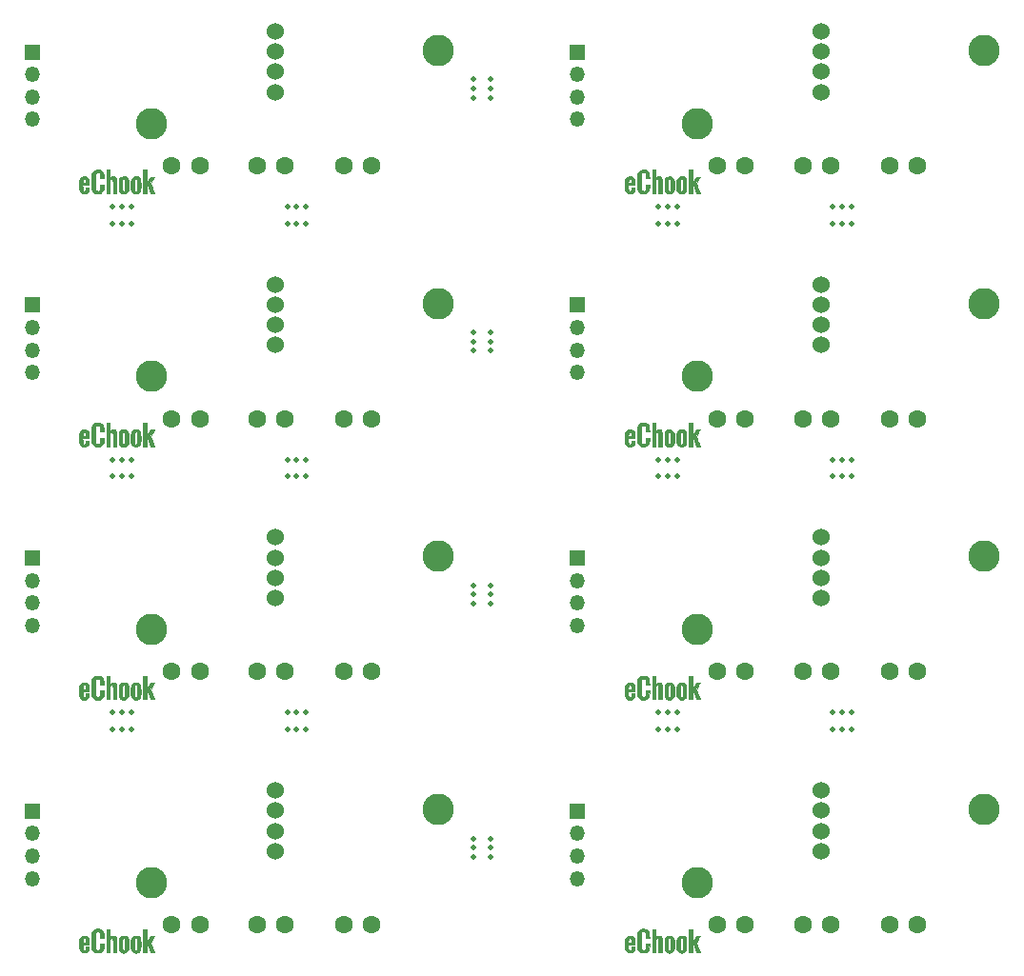
<source format=gts>
G04 #@! TF.GenerationSoftware,KiCad,Pcbnew,(6.0.0)*
G04 #@! TF.CreationDate,2022-01-04T13:58:26+00:00*
G04 #@! TF.ProjectId,Panelized,50616e65-6c69-47a6-9564-2e6b69636164,rev?*
G04 #@! TF.SameCoordinates,Original*
G04 #@! TF.FileFunction,Soldermask,Top*
G04 #@! TF.FilePolarity,Negative*
%FSLAX46Y46*%
G04 Gerber Fmt 4.6, Leading zero omitted, Abs format (unit mm)*
G04 Created by KiCad (PCBNEW (6.0.0)) date 2022-01-04 13:58:26*
%MOMM*%
%LPD*%
G01*
G04 APERTURE LIST*
%ADD10C,0.010000*%
%ADD11C,0.500000*%
%ADD12C,1.600000*%
%ADD13R,1.350000X1.350000*%
%ADD14O,1.350000X1.350000*%
%ADD15C,1.524000*%
%ADD16C,2.800000*%
G04 APERTURE END LIST*
D10*
G04 #@! TO.C,G\u002A\u002A\u002A*
X87527808Y-125330126D02*
X87633397Y-125368396D01*
X87633397Y-125368396D02*
X87710459Y-125437815D01*
X87710459Y-125437815D02*
X87762770Y-125543045D01*
X87762770Y-125543045D02*
X87794105Y-125688751D01*
X87794105Y-125688751D02*
X87806372Y-125832598D01*
X87806372Y-125832598D02*
X87818401Y-126080248D01*
X87818401Y-126080248D02*
X87221196Y-126080248D01*
X87221196Y-126080248D02*
X87232073Y-126307750D01*
X87232073Y-126307750D02*
X87240541Y-126429453D01*
X87240541Y-126429453D02*
X87253564Y-126511321D01*
X87253564Y-126511321D02*
X87273399Y-126564271D01*
X87273399Y-126564271D02*
X87289916Y-126587150D01*
X87289916Y-126587150D02*
X87356028Y-126633807D01*
X87356028Y-126633807D02*
X87420857Y-126635335D01*
X87420857Y-126635335D02*
X87476857Y-126597018D01*
X87476857Y-126597018D02*
X87516482Y-126524139D01*
X87516482Y-126524139D02*
X87532186Y-126421983D01*
X87532186Y-126421983D02*
X87532210Y-126417496D01*
X87532210Y-126417496D02*
X87532210Y-126308848D01*
X87532210Y-126308848D02*
X87818717Y-126308848D01*
X87818717Y-126308848D02*
X87804190Y-126449593D01*
X87804190Y-126449593D02*
X87770838Y-126604528D01*
X87770838Y-126604528D02*
X87706163Y-126719657D01*
X87706163Y-126719657D02*
X87608992Y-126796061D01*
X87608992Y-126796061D02*
X87478152Y-126834821D01*
X87478152Y-126834821D02*
X87379810Y-126840423D01*
X87379810Y-126840423D02*
X87294341Y-126836422D01*
X87294341Y-126836422D02*
X87226214Y-126828052D01*
X87226214Y-126828052D02*
X87201155Y-126821412D01*
X87201155Y-126821412D02*
X87086599Y-126743793D01*
X87086599Y-126743793D02*
X87008942Y-126639048D01*
X87008942Y-126639048D02*
X86991606Y-126601803D01*
X86991606Y-126601803D02*
X86978937Y-126557983D01*
X86978937Y-126557983D02*
X86970227Y-126499392D01*
X86970227Y-126499392D02*
X86964770Y-126417836D01*
X86964770Y-126417836D02*
X86961858Y-126305118D01*
X86961858Y-126305118D02*
X86960783Y-126153043D01*
X86960783Y-126153043D02*
X86960710Y-126080248D01*
X86960710Y-126080248D02*
X86961106Y-125927848D01*
X86961106Y-125927848D02*
X87220848Y-125927848D01*
X87220848Y-125927848D02*
X87532210Y-125927848D01*
X87532210Y-125927848D02*
X87532210Y-125802501D01*
X87532210Y-125802501D02*
X87522035Y-125667713D01*
X87522035Y-125667713D02*
X87490779Y-125578039D01*
X87490779Y-125578039D02*
X87437339Y-125531889D01*
X87437339Y-125531889D02*
X87360615Y-125527670D01*
X87360615Y-125527670D02*
X87344454Y-125531189D01*
X87344454Y-125531189D02*
X87304667Y-125545945D01*
X87304667Y-125545945D02*
X87278144Y-125573281D01*
X87278144Y-125573281D02*
X87260188Y-125623926D01*
X87260188Y-125623926D02*
X87246101Y-125708612D01*
X87246101Y-125708612D02*
X87238284Y-125773732D01*
X87238284Y-125773732D02*
X87220848Y-125927848D01*
X87220848Y-125927848D02*
X86961106Y-125927848D01*
X86961106Y-125927848D02*
X86961147Y-125912191D01*
X86961147Y-125912191D02*
X86962974Y-125786705D01*
X86962974Y-125786705D02*
X86966956Y-125695567D01*
X86966956Y-125695567D02*
X86973862Y-125630550D01*
X86973862Y-125630550D02*
X86984460Y-125583431D01*
X86984460Y-125583431D02*
X86999518Y-125545985D01*
X86999518Y-125545985D02*
X87012883Y-125521534D01*
X87012883Y-125521534D02*
X87098407Y-125413484D01*
X87098407Y-125413484D02*
X87206454Y-125347437D01*
X87206454Y-125347437D02*
X87343825Y-125319730D01*
X87343825Y-125319730D02*
X87389916Y-125318342D01*
X87389916Y-125318342D02*
X87527808Y-125330126D01*
X87527808Y-125330126D02*
X87527808Y-125330126D01*
G36*
X86962974Y-125786705D02*
G01*
X86966956Y-125695567D01*
X86973862Y-125630550D01*
X86984460Y-125583431D01*
X86999518Y-125545985D01*
X87012883Y-125521534D01*
X87098407Y-125413484D01*
X87206454Y-125347437D01*
X87343825Y-125319730D01*
X87389916Y-125318342D01*
X87527808Y-125330126D01*
X87633397Y-125368396D01*
X87710459Y-125437815D01*
X87762770Y-125543045D01*
X87794105Y-125688751D01*
X87806372Y-125832598D01*
X87818401Y-126080248D01*
X87221196Y-126080248D01*
X87232073Y-126307750D01*
X87240541Y-126429453D01*
X87253564Y-126511321D01*
X87273399Y-126564271D01*
X87289916Y-126587150D01*
X87356028Y-126633807D01*
X87420857Y-126635335D01*
X87476857Y-126597018D01*
X87516482Y-126524139D01*
X87532186Y-126421983D01*
X87532210Y-126417496D01*
X87532210Y-126308848D01*
X87818717Y-126308848D01*
X87804190Y-126449593D01*
X87770838Y-126604528D01*
X87706163Y-126719657D01*
X87608992Y-126796061D01*
X87478152Y-126834821D01*
X87379810Y-126840423D01*
X87294341Y-126836422D01*
X87226214Y-126828052D01*
X87201155Y-126821412D01*
X87086599Y-126743793D01*
X87008942Y-126639048D01*
X86991606Y-126601803D01*
X86978937Y-126557983D01*
X86970227Y-126499392D01*
X86964770Y-126417836D01*
X86961858Y-126305118D01*
X86960783Y-126153043D01*
X86960710Y-126080248D01*
X86961106Y-125927848D01*
X87220848Y-125927848D01*
X87532210Y-125927848D01*
X87532210Y-125802501D01*
X87522035Y-125667713D01*
X87490779Y-125578039D01*
X87437339Y-125531889D01*
X87360615Y-125527670D01*
X87344454Y-125531189D01*
X87304667Y-125545945D01*
X87278144Y-125573281D01*
X87260188Y-125623926D01*
X87246101Y-125708612D01*
X87238284Y-125773732D01*
X87220848Y-125927848D01*
X86961106Y-125927848D01*
X86961147Y-125912191D01*
X86962974Y-125786705D01*
G37*
X86962974Y-125786705D02*
X86966956Y-125695567D01*
X86973862Y-125630550D01*
X86984460Y-125583431D01*
X86999518Y-125545985D01*
X87012883Y-125521534D01*
X87098407Y-125413484D01*
X87206454Y-125347437D01*
X87343825Y-125319730D01*
X87389916Y-125318342D01*
X87527808Y-125330126D01*
X87633397Y-125368396D01*
X87710459Y-125437815D01*
X87762770Y-125543045D01*
X87794105Y-125688751D01*
X87806372Y-125832598D01*
X87818401Y-126080248D01*
X87221196Y-126080248D01*
X87232073Y-126307750D01*
X87240541Y-126429453D01*
X87253564Y-126511321D01*
X87273399Y-126564271D01*
X87289916Y-126587150D01*
X87356028Y-126633807D01*
X87420857Y-126635335D01*
X87476857Y-126597018D01*
X87516482Y-126524139D01*
X87532186Y-126421983D01*
X87532210Y-126417496D01*
X87532210Y-126308848D01*
X87818717Y-126308848D01*
X87804190Y-126449593D01*
X87770838Y-126604528D01*
X87706163Y-126719657D01*
X87608992Y-126796061D01*
X87478152Y-126834821D01*
X87379810Y-126840423D01*
X87294341Y-126836422D01*
X87226214Y-126828052D01*
X87201155Y-126821412D01*
X87086599Y-126743793D01*
X87008942Y-126639048D01*
X86991606Y-126601803D01*
X86978937Y-126557983D01*
X86970227Y-126499392D01*
X86964770Y-126417836D01*
X86961858Y-126305118D01*
X86960783Y-126153043D01*
X86960710Y-126080248D01*
X86961106Y-125927848D01*
X87220848Y-125927848D01*
X87532210Y-125927848D01*
X87532210Y-125802501D01*
X87522035Y-125667713D01*
X87490779Y-125578039D01*
X87437339Y-125531889D01*
X87360615Y-125527670D01*
X87344454Y-125531189D01*
X87304667Y-125545945D01*
X87278144Y-125573281D01*
X87260188Y-125623926D01*
X87246101Y-125708612D01*
X87238284Y-125773732D01*
X87220848Y-125927848D01*
X86961106Y-125927848D01*
X86961147Y-125912191D01*
X86962974Y-125786705D01*
X92125047Y-125338368D02*
X92241989Y-125400009D01*
X92241989Y-125400009D02*
X92334152Y-125505177D01*
X92334152Y-125505177D02*
X92344136Y-125521534D01*
X92344136Y-125521534D02*
X92362713Y-125557101D01*
X92362713Y-125557101D02*
X92376300Y-125596677D01*
X92376300Y-125596677D02*
X92385667Y-125648486D01*
X92385667Y-125648486D02*
X92391581Y-125720753D01*
X92391581Y-125720753D02*
X92394809Y-125821702D01*
X92394809Y-125821702D02*
X92396121Y-125959559D01*
X92396121Y-125959559D02*
X92396310Y-126080248D01*
X92396310Y-126080248D02*
X92395052Y-126269328D01*
X92395052Y-126269328D02*
X92389909Y-126415296D01*
X92389909Y-126415296D02*
X92378824Y-126525805D01*
X92378824Y-126525805D02*
X92359743Y-126608509D01*
X92359743Y-126608509D02*
X92330608Y-126671064D01*
X92330608Y-126671064D02*
X92289366Y-126721121D01*
X92289366Y-126721121D02*
X92233959Y-126766337D01*
X92233959Y-126766337D02*
X92207030Y-126785011D01*
X92207030Y-126785011D02*
X92106952Y-126827049D01*
X92106952Y-126827049D02*
X91982883Y-126843038D01*
X91982883Y-126843038D02*
X91854770Y-126832424D01*
X91854770Y-126832424D02*
X91748610Y-126797758D01*
X91748610Y-126797758D02*
X91665865Y-126733278D01*
X91665865Y-126733278D02*
X91596381Y-126626348D01*
X91596381Y-126626348D02*
X91572798Y-126576206D01*
X91572798Y-126576206D02*
X91555923Y-126528897D01*
X91555923Y-126528897D02*
X91544638Y-126474793D01*
X91544638Y-126474793D02*
X91537828Y-126404266D01*
X91537828Y-126404266D02*
X91534377Y-126307691D01*
X91534377Y-126307691D02*
X91533167Y-126175441D01*
X91533167Y-126175441D02*
X91533053Y-126080248D01*
X91533053Y-126080248D02*
X91533069Y-126074296D01*
X91533069Y-126074296D02*
X91837510Y-126074296D01*
X91837510Y-126074296D02*
X91838345Y-126258279D01*
X91838345Y-126258279D02*
X91841780Y-126397597D01*
X91841780Y-126397597D02*
X91849204Y-126498373D01*
X91849204Y-126498373D02*
X91862008Y-126566728D01*
X91862008Y-126566728D02*
X91881582Y-126608784D01*
X91881582Y-126608784D02*
X91909318Y-126630661D01*
X91909318Y-126630661D02*
X91946606Y-126638482D01*
X91946606Y-126638482D02*
X91965805Y-126639048D01*
X91965805Y-126639048D02*
X92030494Y-126622146D01*
X92030494Y-126622146D02*
X92064295Y-126599133D01*
X92064295Y-126599133D02*
X92080202Y-126557811D01*
X92080202Y-126557811D02*
X92092608Y-126475857D01*
X92092608Y-126475857D02*
X92101513Y-126363318D01*
X92101513Y-126363318D02*
X92106919Y-126230241D01*
X92106919Y-126230241D02*
X92108823Y-126086673D01*
X92108823Y-126086673D02*
X92107228Y-125942662D01*
X92107228Y-125942662D02*
X92102132Y-125808253D01*
X92102132Y-125808253D02*
X92093536Y-125693495D01*
X92093536Y-125693495D02*
X92081439Y-125608434D01*
X92081439Y-125608434D02*
X92065841Y-125563118D01*
X92065841Y-125563118D02*
X92064295Y-125561362D01*
X92064295Y-125561362D02*
X91997047Y-125524695D01*
X91997047Y-125524695D02*
X91921105Y-125536935D01*
X91921105Y-125536935D02*
X91886814Y-125557500D01*
X91886814Y-125557500D02*
X91869572Y-125573349D01*
X91869572Y-125573349D02*
X91856881Y-125596844D01*
X91856881Y-125596844D02*
X91848050Y-125635228D01*
X91848050Y-125635228D02*
X91842389Y-125695745D01*
X91842389Y-125695745D02*
X91839206Y-125785637D01*
X91839206Y-125785637D02*
X91837810Y-125912150D01*
X91837810Y-125912150D02*
X91837510Y-126074296D01*
X91837510Y-126074296D02*
X91533069Y-126074296D01*
X91533069Y-126074296D02*
X91533483Y-125923315D01*
X91533483Y-125923315D02*
X91535518Y-125807553D01*
X91535518Y-125807553D02*
X91540274Y-125723335D01*
X91540274Y-125723335D02*
X91548867Y-125661035D01*
X91548867Y-125661035D02*
X91562414Y-125611026D01*
X91562414Y-125611026D02*
X91582032Y-125563680D01*
X91582032Y-125563680D02*
X91596381Y-125534148D01*
X91596381Y-125534148D02*
X91668152Y-125426350D01*
X91668152Y-125426350D02*
X91760446Y-125357941D01*
X91760446Y-125357941D02*
X91881872Y-125324074D01*
X91881872Y-125324074D02*
X91979803Y-125318287D01*
X91979803Y-125318287D02*
X92125047Y-125338368D01*
X92125047Y-125338368D02*
X92125047Y-125338368D01*
G36*
X91535518Y-125807553D02*
G01*
X91540274Y-125723335D01*
X91548867Y-125661035D01*
X91562414Y-125611026D01*
X91582032Y-125563680D01*
X91596381Y-125534148D01*
X91668152Y-125426350D01*
X91760446Y-125357941D01*
X91881872Y-125324074D01*
X91979803Y-125318287D01*
X92125047Y-125338368D01*
X92241989Y-125400009D01*
X92334152Y-125505177D01*
X92344136Y-125521534D01*
X92362713Y-125557101D01*
X92376300Y-125596677D01*
X92385667Y-125648486D01*
X92391581Y-125720753D01*
X92394809Y-125821702D01*
X92396121Y-125959559D01*
X92396310Y-126080248D01*
X92395052Y-126269328D01*
X92389909Y-126415296D01*
X92378824Y-126525805D01*
X92359743Y-126608509D01*
X92330608Y-126671064D01*
X92289366Y-126721121D01*
X92233959Y-126766337D01*
X92207030Y-126785011D01*
X92106952Y-126827049D01*
X91982883Y-126843038D01*
X91854770Y-126832424D01*
X91748610Y-126797758D01*
X91665865Y-126733278D01*
X91596381Y-126626348D01*
X91572798Y-126576206D01*
X91555923Y-126528897D01*
X91544638Y-126474793D01*
X91537828Y-126404266D01*
X91534377Y-126307691D01*
X91533167Y-126175441D01*
X91533053Y-126080248D01*
X91533069Y-126074296D01*
X91837510Y-126074296D01*
X91838345Y-126258279D01*
X91841780Y-126397597D01*
X91849204Y-126498373D01*
X91862008Y-126566728D01*
X91881582Y-126608784D01*
X91909318Y-126630661D01*
X91946606Y-126638482D01*
X91965805Y-126639048D01*
X92030494Y-126622146D01*
X92064295Y-126599133D01*
X92080202Y-126557811D01*
X92092608Y-126475857D01*
X92101513Y-126363318D01*
X92106919Y-126230241D01*
X92108823Y-126086673D01*
X92107228Y-125942662D01*
X92102132Y-125808253D01*
X92093536Y-125693495D01*
X92081439Y-125608434D01*
X92065841Y-125563118D01*
X92064295Y-125561362D01*
X91997047Y-125524695D01*
X91921105Y-125536935D01*
X91886814Y-125557500D01*
X91869572Y-125573349D01*
X91856881Y-125596844D01*
X91848050Y-125635228D01*
X91842389Y-125695745D01*
X91839206Y-125785637D01*
X91837810Y-125912150D01*
X91837510Y-126074296D01*
X91533069Y-126074296D01*
X91533483Y-125923315D01*
X91535518Y-125807553D01*
G37*
X91535518Y-125807553D02*
X91540274Y-125723335D01*
X91548867Y-125661035D01*
X91562414Y-125611026D01*
X91582032Y-125563680D01*
X91596381Y-125534148D01*
X91668152Y-125426350D01*
X91760446Y-125357941D01*
X91881872Y-125324074D01*
X91979803Y-125318287D01*
X92125047Y-125338368D01*
X92241989Y-125400009D01*
X92334152Y-125505177D01*
X92344136Y-125521534D01*
X92362713Y-125557101D01*
X92376300Y-125596677D01*
X92385667Y-125648486D01*
X92391581Y-125720753D01*
X92394809Y-125821702D01*
X92396121Y-125959559D01*
X92396310Y-126080248D01*
X92395052Y-126269328D01*
X92389909Y-126415296D01*
X92378824Y-126525805D01*
X92359743Y-126608509D01*
X92330608Y-126671064D01*
X92289366Y-126721121D01*
X92233959Y-126766337D01*
X92207030Y-126785011D01*
X92106952Y-126827049D01*
X91982883Y-126843038D01*
X91854770Y-126832424D01*
X91748610Y-126797758D01*
X91665865Y-126733278D01*
X91596381Y-126626348D01*
X91572798Y-126576206D01*
X91555923Y-126528897D01*
X91544638Y-126474793D01*
X91537828Y-126404266D01*
X91534377Y-126307691D01*
X91533167Y-126175441D01*
X91533053Y-126080248D01*
X91533069Y-126074296D01*
X91837510Y-126074296D01*
X91838345Y-126258279D01*
X91841780Y-126397597D01*
X91849204Y-126498373D01*
X91862008Y-126566728D01*
X91881582Y-126608784D01*
X91909318Y-126630661D01*
X91946606Y-126638482D01*
X91965805Y-126639048D01*
X92030494Y-126622146D01*
X92064295Y-126599133D01*
X92080202Y-126557811D01*
X92092608Y-126475857D01*
X92101513Y-126363318D01*
X92106919Y-126230241D01*
X92108823Y-126086673D01*
X92107228Y-125942662D01*
X92102132Y-125808253D01*
X92093536Y-125693495D01*
X92081439Y-125608434D01*
X92065841Y-125563118D01*
X92064295Y-125561362D01*
X91997047Y-125524695D01*
X91921105Y-125536935D01*
X91886814Y-125557500D01*
X91869572Y-125573349D01*
X91856881Y-125596844D01*
X91848050Y-125635228D01*
X91842389Y-125695745D01*
X91839206Y-125785637D01*
X91837810Y-125912150D01*
X91837510Y-126074296D01*
X91533069Y-126074296D01*
X91533483Y-125923315D01*
X91535518Y-125807553D01*
X92955110Y-125928380D02*
X93310710Y-125343940D01*
X93310710Y-125343940D02*
X93456760Y-125343794D01*
X93456760Y-125343794D02*
X93535240Y-125345384D01*
X93535240Y-125345384D02*
X93588256Y-125349652D01*
X93588256Y-125349652D02*
X93602810Y-125354229D01*
X93602810Y-125354229D02*
X93590632Y-125378830D01*
X93590632Y-125378830D02*
X93557335Y-125438552D01*
X93557335Y-125438552D02*
X93507776Y-125524855D01*
X93507776Y-125524855D02*
X93446809Y-125629200D01*
X93446809Y-125629200D02*
X93436274Y-125647078D01*
X93436274Y-125647078D02*
X93269738Y-125929346D01*
X93269738Y-125929346D02*
X93362642Y-126176247D01*
X93362642Y-126176247D02*
X93412407Y-126308810D01*
X93412407Y-126308810D02*
X93465533Y-126450822D01*
X93465533Y-126450822D02*
X93513134Y-126578516D01*
X93513134Y-126578516D02*
X93528539Y-126619998D01*
X93528539Y-126619998D02*
X93601532Y-126816848D01*
X93601532Y-126816848D02*
X93310710Y-126816498D01*
X93310710Y-126816498D02*
X93183710Y-126461248D01*
X93183710Y-126461248D02*
X93138388Y-126336875D01*
X93138388Y-126336875D02*
X93098345Y-126231485D01*
X93098345Y-126231485D02*
X93066883Y-126153425D01*
X93066883Y-126153425D02*
X93047303Y-126111043D01*
X93047303Y-126111043D02*
X93043136Y-126105822D01*
X93043136Y-126105822D02*
X93022429Y-126125226D01*
X93022429Y-126125226D02*
X92989930Y-126172831D01*
X92989930Y-126172831D02*
X92985986Y-126179417D01*
X92985986Y-126179417D02*
X92965288Y-126226667D01*
X92965288Y-126226667D02*
X92951998Y-126291415D01*
X92951998Y-126291415D02*
X92944815Y-126384297D01*
X92944815Y-126384297D02*
X92942434Y-126515947D01*
X92942434Y-126515947D02*
X92942410Y-126535017D01*
X92942410Y-126535017D02*
X92942410Y-126816848D01*
X92942410Y-126816848D02*
X92637610Y-126816848D01*
X92637610Y-126816848D02*
X92637610Y-124734048D01*
X92637610Y-124734048D02*
X92941490Y-124734048D01*
X92941490Y-124734048D02*
X92955110Y-125928380D01*
X92955110Y-125928380D02*
X92955110Y-125928380D01*
G36*
X92955110Y-125928380D02*
G01*
X93310710Y-125343940D01*
X93456760Y-125343794D01*
X93535240Y-125345384D01*
X93588256Y-125349652D01*
X93602810Y-125354229D01*
X93590632Y-125378830D01*
X93557335Y-125438552D01*
X93507776Y-125524855D01*
X93446809Y-125629200D01*
X93436274Y-125647078D01*
X93269738Y-125929346D01*
X93362642Y-126176247D01*
X93412407Y-126308810D01*
X93465533Y-126450822D01*
X93513134Y-126578516D01*
X93528539Y-126619998D01*
X93601532Y-126816848D01*
X93310710Y-126816498D01*
X93183710Y-126461248D01*
X93138388Y-126336875D01*
X93098345Y-126231485D01*
X93066883Y-126153425D01*
X93047303Y-126111043D01*
X93043136Y-126105822D01*
X93022429Y-126125226D01*
X92989930Y-126172831D01*
X92985986Y-126179417D01*
X92965288Y-126226667D01*
X92951998Y-126291415D01*
X92944815Y-126384297D01*
X92942434Y-126515947D01*
X92942410Y-126535017D01*
X92942410Y-126816848D01*
X92637610Y-126816848D01*
X92637610Y-124734048D01*
X92941490Y-124734048D01*
X92955110Y-125928380D01*
G37*
X92955110Y-125928380D02*
X93310710Y-125343940D01*
X93456760Y-125343794D01*
X93535240Y-125345384D01*
X93588256Y-125349652D01*
X93602810Y-125354229D01*
X93590632Y-125378830D01*
X93557335Y-125438552D01*
X93507776Y-125524855D01*
X93446809Y-125629200D01*
X93436274Y-125647078D01*
X93269738Y-125929346D01*
X93362642Y-126176247D01*
X93412407Y-126308810D01*
X93465533Y-126450822D01*
X93513134Y-126578516D01*
X93528539Y-126619998D01*
X93601532Y-126816848D01*
X93310710Y-126816498D01*
X93183710Y-126461248D01*
X93138388Y-126336875D01*
X93098345Y-126231485D01*
X93066883Y-126153425D01*
X93047303Y-126111043D01*
X93043136Y-126105822D01*
X93022429Y-126125226D01*
X92989930Y-126172831D01*
X92985986Y-126179417D01*
X92965288Y-126226667D01*
X92951998Y-126291415D01*
X92944815Y-126384297D01*
X92942434Y-126515947D01*
X92942410Y-126535017D01*
X92942410Y-126816848D01*
X92637610Y-126816848D01*
X92637610Y-124734048D01*
X92941490Y-124734048D01*
X92955110Y-125928380D01*
X89640410Y-125469529D02*
X89759682Y-125393888D01*
X89759682Y-125393888D02*
X89879187Y-125335419D01*
X89879187Y-125335419D02*
X89973505Y-125318248D01*
X89973505Y-125318248D02*
X90041950Y-125320004D01*
X90041950Y-125320004D02*
X90096685Y-125328675D01*
X90096685Y-125328675D02*
X90139240Y-125349358D01*
X90139240Y-125349358D02*
X90171144Y-125387153D01*
X90171144Y-125387153D02*
X90193927Y-125447161D01*
X90193927Y-125447161D02*
X90209120Y-125534479D01*
X90209120Y-125534479D02*
X90218251Y-125654209D01*
X90218251Y-125654209D02*
X90222853Y-125811448D01*
X90222853Y-125811448D02*
X90224453Y-126011297D01*
X90224453Y-126011297D02*
X90224610Y-126155186D01*
X90224610Y-126155186D02*
X90224610Y-126816848D01*
X90224610Y-126816848D02*
X89945210Y-126816848D01*
X89945210Y-126816848D02*
X89945210Y-126222025D01*
X89945210Y-126222025D02*
X89944572Y-126051416D01*
X89944572Y-126051416D02*
X89942784Y-125896458D01*
X89942784Y-125896458D02*
X89940033Y-125764824D01*
X89940033Y-125764824D02*
X89936503Y-125664189D01*
X89936503Y-125664189D02*
X89932382Y-125602225D01*
X89932382Y-125602225D02*
X89929792Y-125587025D01*
X89929792Y-125587025D02*
X89893765Y-125556157D01*
X89893765Y-125556157D02*
X89829671Y-125548067D01*
X89829671Y-125548067D02*
X89754816Y-125562689D01*
X89754816Y-125562689D02*
X89703016Y-125587869D01*
X89703016Y-125587869D02*
X89640410Y-125628890D01*
X89640410Y-125628890D02*
X89640410Y-126816848D01*
X89640410Y-126816848D02*
X89361010Y-126816848D01*
X89361010Y-126816848D02*
X89361010Y-124734048D01*
X89361010Y-124734048D02*
X89640410Y-124734048D01*
X89640410Y-124734048D02*
X89640410Y-125469529D01*
X89640410Y-125469529D02*
X89640410Y-125469529D01*
G36*
X89640410Y-125469529D02*
G01*
X89759682Y-125393888D01*
X89879187Y-125335419D01*
X89973505Y-125318248D01*
X90041950Y-125320004D01*
X90096685Y-125328675D01*
X90139240Y-125349358D01*
X90171144Y-125387153D01*
X90193927Y-125447161D01*
X90209120Y-125534479D01*
X90218251Y-125654209D01*
X90222853Y-125811448D01*
X90224453Y-126011297D01*
X90224610Y-126155186D01*
X90224610Y-126816848D01*
X89945210Y-126816848D01*
X89945210Y-126222025D01*
X89944572Y-126051416D01*
X89942784Y-125896458D01*
X89940033Y-125764824D01*
X89936503Y-125664189D01*
X89932382Y-125602225D01*
X89929792Y-125587025D01*
X89893765Y-125556157D01*
X89829671Y-125548067D01*
X89754816Y-125562689D01*
X89703016Y-125587869D01*
X89640410Y-125628890D01*
X89640410Y-126816848D01*
X89361010Y-126816848D01*
X89361010Y-124734048D01*
X89640410Y-124734048D01*
X89640410Y-125469529D01*
G37*
X89640410Y-125469529D02*
X89759682Y-125393888D01*
X89879187Y-125335419D01*
X89973505Y-125318248D01*
X90041950Y-125320004D01*
X90096685Y-125328675D01*
X90139240Y-125349358D01*
X90171144Y-125387153D01*
X90193927Y-125447161D01*
X90209120Y-125534479D01*
X90218251Y-125654209D01*
X90222853Y-125811448D01*
X90224453Y-126011297D01*
X90224610Y-126155186D01*
X90224610Y-126816848D01*
X89945210Y-126816848D01*
X89945210Y-126222025D01*
X89944572Y-126051416D01*
X89942784Y-125896458D01*
X89940033Y-125764824D01*
X89936503Y-125664189D01*
X89932382Y-125602225D01*
X89929792Y-125587025D01*
X89893765Y-125556157D01*
X89829671Y-125548067D01*
X89754816Y-125562689D01*
X89703016Y-125587869D01*
X89640410Y-125628890D01*
X89640410Y-126816848D01*
X89361010Y-126816848D01*
X89361010Y-124734048D01*
X89640410Y-124734048D01*
X89640410Y-125469529D01*
X91027230Y-125332423D02*
X91137352Y-125377971D01*
X91137352Y-125377971D02*
X91221392Y-125459778D01*
X91221392Y-125459778D02*
X91265838Y-125534148D01*
X91265838Y-125534148D02*
X91289421Y-125584289D01*
X91289421Y-125584289D02*
X91306296Y-125631598D01*
X91306296Y-125631598D02*
X91317581Y-125685702D01*
X91317581Y-125685702D02*
X91324391Y-125756229D01*
X91324391Y-125756229D02*
X91327842Y-125852804D01*
X91327842Y-125852804D02*
X91329052Y-125985054D01*
X91329052Y-125985054D02*
X91329166Y-126080248D01*
X91329166Y-126080248D02*
X91328736Y-126237180D01*
X91328736Y-126237180D02*
X91326701Y-126352942D01*
X91326701Y-126352942D02*
X91321945Y-126437160D01*
X91321945Y-126437160D02*
X91313352Y-126499460D01*
X91313352Y-126499460D02*
X91299805Y-126549469D01*
X91299805Y-126549469D02*
X91280187Y-126596815D01*
X91280187Y-126596815D02*
X91265838Y-126626348D01*
X91265838Y-126626348D02*
X91194067Y-126734145D01*
X91194067Y-126734145D02*
X91101773Y-126802554D01*
X91101773Y-126802554D02*
X90980347Y-126836421D01*
X90980347Y-126836421D02*
X90882416Y-126842208D01*
X90882416Y-126842208D02*
X90771686Y-126833711D01*
X90771686Y-126833711D02*
X90687433Y-126804457D01*
X90687433Y-126804457D02*
X90655189Y-126785011D01*
X90655189Y-126785011D02*
X90593463Y-126739579D01*
X90593463Y-126739579D02*
X90546734Y-126692404D01*
X90546734Y-126692404D02*
X90512945Y-126635831D01*
X90512945Y-126635831D02*
X90490041Y-126562207D01*
X90490041Y-126562207D02*
X90475966Y-126463877D01*
X90475966Y-126463877D02*
X90468665Y-126333188D01*
X90468665Y-126333188D02*
X90466082Y-126162484D01*
X90466082Y-126162484D02*
X90465910Y-126080248D01*
X90465910Y-126080248D02*
X90465921Y-126075834D01*
X90465921Y-126075834D02*
X90758010Y-126075834D01*
X90758010Y-126075834D02*
X90758551Y-126245137D01*
X90758551Y-126245137D02*
X90760585Y-126371011D01*
X90760585Y-126371011D02*
X90764723Y-126460824D01*
X90764723Y-126460824D02*
X90771580Y-126521938D01*
X90771580Y-126521938D02*
X90781769Y-126561720D01*
X90781769Y-126561720D02*
X90795902Y-126587533D01*
X90795902Y-126587533D02*
X90801134Y-126593800D01*
X90801134Y-126593800D02*
X90863917Y-126631077D01*
X90863917Y-126631077D02*
X90933475Y-126626799D01*
X90933475Y-126626799D02*
X90991729Y-126583715D01*
X90991729Y-126583715D02*
X91004697Y-126562848D01*
X91004697Y-126562848D02*
X91017723Y-126510285D01*
X91017723Y-126510285D02*
X91027532Y-126418167D01*
X91027532Y-126418167D02*
X91034126Y-126297626D01*
X91034126Y-126297626D02*
X91037504Y-126159797D01*
X91037504Y-126159797D02*
X91037668Y-126015814D01*
X91037668Y-126015814D02*
X91034618Y-125876810D01*
X91034618Y-125876810D02*
X91028353Y-125753920D01*
X91028353Y-125753920D02*
X91018876Y-125658278D01*
X91018876Y-125658278D02*
X91006186Y-125601016D01*
X91006186Y-125601016D02*
X91004649Y-125597648D01*
X91004649Y-125597648D02*
X90952494Y-125541643D01*
X90952494Y-125541643D02*
X90883191Y-125526703D01*
X90883191Y-125526703D02*
X90813260Y-125555849D01*
X90813260Y-125555849D02*
X90806715Y-125561443D01*
X90806715Y-125561443D02*
X90789475Y-125580729D01*
X90789475Y-125580729D02*
X90776839Y-125607762D01*
X90776839Y-125607762D02*
X90768102Y-125649994D01*
X90768102Y-125649994D02*
X90762558Y-125714881D01*
X90762558Y-125714881D02*
X90759500Y-125809876D01*
X90759500Y-125809876D02*
X90758223Y-125942433D01*
X90758223Y-125942433D02*
X90758010Y-126075834D01*
X90758010Y-126075834D02*
X90465921Y-126075834D01*
X90465921Y-126075834D02*
X90466347Y-125912191D01*
X90466347Y-125912191D02*
X90468174Y-125786705D01*
X90468174Y-125786705D02*
X90472156Y-125695567D01*
X90472156Y-125695567D02*
X90479062Y-125630550D01*
X90479062Y-125630550D02*
X90489660Y-125583431D01*
X90489660Y-125583431D02*
X90504718Y-125545985D01*
X90504718Y-125545985D02*
X90518083Y-125521534D01*
X90518083Y-125521534D02*
X90607387Y-125410769D01*
X90607387Y-125410769D02*
X90721029Y-125343778D01*
X90721029Y-125343778D02*
X90862531Y-125318593D01*
X90862531Y-125318593D02*
X90882416Y-125318287D01*
X90882416Y-125318287D02*
X91027230Y-125332423D01*
X91027230Y-125332423D02*
X91027230Y-125332423D01*
G36*
X90468174Y-125786705D02*
G01*
X90472156Y-125695567D01*
X90479062Y-125630550D01*
X90489660Y-125583431D01*
X90504718Y-125545985D01*
X90518083Y-125521534D01*
X90607387Y-125410769D01*
X90721029Y-125343778D01*
X90862531Y-125318593D01*
X90882416Y-125318287D01*
X91027230Y-125332423D01*
X91137352Y-125377971D01*
X91221392Y-125459778D01*
X91265838Y-125534148D01*
X91289421Y-125584289D01*
X91306296Y-125631598D01*
X91317581Y-125685702D01*
X91324391Y-125756229D01*
X91327842Y-125852804D01*
X91329052Y-125985054D01*
X91329166Y-126080248D01*
X91328736Y-126237180D01*
X91326701Y-126352942D01*
X91321945Y-126437160D01*
X91313352Y-126499460D01*
X91299805Y-126549469D01*
X91280187Y-126596815D01*
X91265838Y-126626348D01*
X91194067Y-126734145D01*
X91101773Y-126802554D01*
X90980347Y-126836421D01*
X90882416Y-126842208D01*
X90771686Y-126833711D01*
X90687433Y-126804457D01*
X90655189Y-126785011D01*
X90593463Y-126739579D01*
X90546734Y-126692404D01*
X90512945Y-126635831D01*
X90490041Y-126562207D01*
X90475966Y-126463877D01*
X90468665Y-126333188D01*
X90466082Y-126162484D01*
X90465910Y-126080248D01*
X90465921Y-126075834D01*
X90758010Y-126075834D01*
X90758551Y-126245137D01*
X90760585Y-126371011D01*
X90764723Y-126460824D01*
X90771580Y-126521938D01*
X90781769Y-126561720D01*
X90795902Y-126587533D01*
X90801134Y-126593800D01*
X90863917Y-126631077D01*
X90933475Y-126626799D01*
X90991729Y-126583715D01*
X91004697Y-126562848D01*
X91017723Y-126510285D01*
X91027532Y-126418167D01*
X91034126Y-126297626D01*
X91037504Y-126159797D01*
X91037668Y-126015814D01*
X91034618Y-125876810D01*
X91028353Y-125753920D01*
X91018876Y-125658278D01*
X91006186Y-125601016D01*
X91004649Y-125597648D01*
X90952494Y-125541643D01*
X90883191Y-125526703D01*
X90813260Y-125555849D01*
X90806715Y-125561443D01*
X90789475Y-125580729D01*
X90776839Y-125607762D01*
X90768102Y-125649994D01*
X90762558Y-125714881D01*
X90759500Y-125809876D01*
X90758223Y-125942433D01*
X90758010Y-126075834D01*
X90465921Y-126075834D01*
X90466347Y-125912191D01*
X90468174Y-125786705D01*
G37*
X90468174Y-125786705D02*
X90472156Y-125695567D01*
X90479062Y-125630550D01*
X90489660Y-125583431D01*
X90504718Y-125545985D01*
X90518083Y-125521534D01*
X90607387Y-125410769D01*
X90721029Y-125343778D01*
X90862531Y-125318593D01*
X90882416Y-125318287D01*
X91027230Y-125332423D01*
X91137352Y-125377971D01*
X91221392Y-125459778D01*
X91265838Y-125534148D01*
X91289421Y-125584289D01*
X91306296Y-125631598D01*
X91317581Y-125685702D01*
X91324391Y-125756229D01*
X91327842Y-125852804D01*
X91329052Y-125985054D01*
X91329166Y-126080248D01*
X91328736Y-126237180D01*
X91326701Y-126352942D01*
X91321945Y-126437160D01*
X91313352Y-126499460D01*
X91299805Y-126549469D01*
X91280187Y-126596815D01*
X91265838Y-126626348D01*
X91194067Y-126734145D01*
X91101773Y-126802554D01*
X90980347Y-126836421D01*
X90882416Y-126842208D01*
X90771686Y-126833711D01*
X90687433Y-126804457D01*
X90655189Y-126785011D01*
X90593463Y-126739579D01*
X90546734Y-126692404D01*
X90512945Y-126635831D01*
X90490041Y-126562207D01*
X90475966Y-126463877D01*
X90468665Y-126333188D01*
X90466082Y-126162484D01*
X90465910Y-126080248D01*
X90465921Y-126075834D01*
X90758010Y-126075834D01*
X90758551Y-126245137D01*
X90760585Y-126371011D01*
X90764723Y-126460824D01*
X90771580Y-126521938D01*
X90781769Y-126561720D01*
X90795902Y-126587533D01*
X90801134Y-126593800D01*
X90863917Y-126631077D01*
X90933475Y-126626799D01*
X90991729Y-126583715D01*
X91004697Y-126562848D01*
X91017723Y-126510285D01*
X91027532Y-126418167D01*
X91034126Y-126297626D01*
X91037504Y-126159797D01*
X91037668Y-126015814D01*
X91034618Y-125876810D01*
X91028353Y-125753920D01*
X91018876Y-125658278D01*
X91006186Y-125601016D01*
X91004649Y-125597648D01*
X90952494Y-125541643D01*
X90883191Y-125526703D01*
X90813260Y-125555849D01*
X90806715Y-125561443D01*
X90789475Y-125580729D01*
X90776839Y-125607762D01*
X90768102Y-125649994D01*
X90762558Y-125714881D01*
X90759500Y-125809876D01*
X90758223Y-125942433D01*
X90758010Y-126075834D01*
X90465921Y-126075834D01*
X90466347Y-125912191D01*
X90468174Y-125786705D01*
X88672147Y-124722820D02*
X88719205Y-124730874D01*
X88719205Y-124730874D02*
X88856525Y-124771684D01*
X88856525Y-124771684D02*
X88959090Y-124835329D01*
X88959090Y-124835329D02*
X89031037Y-124927672D01*
X89031037Y-124927672D02*
X89076505Y-125054573D01*
X89076505Y-125054573D02*
X89099632Y-125221892D01*
X89099632Y-125221892D02*
X89102542Y-125273798D01*
X89102542Y-125273798D02*
X89112064Y-125496048D01*
X89112064Y-125496048D02*
X88833980Y-125496048D01*
X88833980Y-125496048D02*
X88822686Y-125280871D01*
X88822686Y-125280871D02*
X88811060Y-125146785D01*
X88811060Y-125146785D02*
X88789163Y-125055595D01*
X88789163Y-125055595D02*
X88751578Y-124999632D01*
X88751578Y-124999632D02*
X88692886Y-124971225D01*
X88692886Y-124971225D02*
X88607667Y-124962702D01*
X88607667Y-124962702D02*
X88597887Y-124962648D01*
X88597887Y-124962648D02*
X88481101Y-124978117D01*
X88481101Y-124978117D02*
X88417673Y-125011203D01*
X88417673Y-125011203D02*
X88357710Y-125059759D01*
X88357710Y-125059759D02*
X88357710Y-126491046D01*
X88357710Y-126491046D02*
X88428976Y-126552347D01*
X88428976Y-126552347D02*
X88523968Y-126604219D01*
X88523968Y-126604219D02*
X88626139Y-126609675D01*
X88626139Y-126609675D02*
X88723059Y-126568648D01*
X88723059Y-126568648D02*
X88741641Y-126554069D01*
X88741641Y-126554069D02*
X88775726Y-126520520D01*
X88775726Y-126520520D02*
X88797396Y-126482670D01*
X88797396Y-126482670D02*
X88810414Y-126427496D01*
X88810414Y-126427496D02*
X88818548Y-126341978D01*
X88818548Y-126341978D02*
X88822442Y-126274669D01*
X88822442Y-126274669D02*
X88833980Y-126054848D01*
X88833980Y-126054848D02*
X89107010Y-126054848D01*
X89107010Y-126054848D02*
X89106868Y-126226298D01*
X89106868Y-126226298D02*
X89093437Y-126420405D01*
X89093437Y-126420405D02*
X89052478Y-126574165D01*
X89052478Y-126574165D02*
X88982454Y-126690879D01*
X88982454Y-126690879D02*
X88881832Y-126773845D01*
X88881832Y-126773845D02*
X88842822Y-126793849D01*
X88842822Y-126793849D02*
X88714353Y-126830663D01*
X88714353Y-126830663D02*
X88565894Y-126840475D01*
X88565894Y-126840475D02*
X88420481Y-126823294D01*
X88420481Y-126823294D02*
X88329361Y-126793654D01*
X88329361Y-126793654D02*
X88209596Y-126712097D01*
X88209596Y-126712097D02*
X88116431Y-126591188D01*
X88116431Y-126591188D02*
X88061881Y-126461248D01*
X88061881Y-126461248D02*
X88049083Y-126389478D01*
X88049083Y-126389478D02*
X88039123Y-126276909D01*
X88039123Y-126276909D02*
X88031998Y-126133464D01*
X88031998Y-126133464D02*
X88027704Y-125969062D01*
X88027704Y-125969062D02*
X88026239Y-125793628D01*
X88026239Y-125793628D02*
X88027599Y-125617081D01*
X88027599Y-125617081D02*
X88031782Y-125449343D01*
X88031782Y-125449343D02*
X88038784Y-125300337D01*
X88038784Y-125300337D02*
X88048602Y-125179984D01*
X88048602Y-125179984D02*
X88061234Y-125098206D01*
X88061234Y-125098206D02*
X88062304Y-125093866D01*
X88062304Y-125093866D02*
X88123426Y-124947361D01*
X88123426Y-124947361D02*
X88220065Y-124834188D01*
X88220065Y-124834188D02*
X88347127Y-124757164D01*
X88347127Y-124757164D02*
X88499519Y-124719103D01*
X88499519Y-124719103D02*
X88672147Y-124722820D01*
X88672147Y-124722820D02*
X88672147Y-124722820D01*
G36*
X88672147Y-124722820D02*
G01*
X88719205Y-124730874D01*
X88856525Y-124771684D01*
X88959090Y-124835329D01*
X89031037Y-124927672D01*
X89076505Y-125054573D01*
X89099632Y-125221892D01*
X89102542Y-125273798D01*
X89112064Y-125496048D01*
X88833980Y-125496048D01*
X88822686Y-125280871D01*
X88811060Y-125146785D01*
X88789163Y-125055595D01*
X88751578Y-124999632D01*
X88692886Y-124971225D01*
X88607667Y-124962702D01*
X88597887Y-124962648D01*
X88481101Y-124978117D01*
X88417673Y-125011203D01*
X88357710Y-125059759D01*
X88357710Y-126491046D01*
X88428976Y-126552347D01*
X88523968Y-126604219D01*
X88626139Y-126609675D01*
X88723059Y-126568648D01*
X88741641Y-126554069D01*
X88775726Y-126520520D01*
X88797396Y-126482670D01*
X88810414Y-126427496D01*
X88818548Y-126341978D01*
X88822442Y-126274669D01*
X88833980Y-126054848D01*
X89107010Y-126054848D01*
X89106868Y-126226298D01*
X89093437Y-126420405D01*
X89052478Y-126574165D01*
X88982454Y-126690879D01*
X88881832Y-126773845D01*
X88842822Y-126793849D01*
X88714353Y-126830663D01*
X88565894Y-126840475D01*
X88420481Y-126823294D01*
X88329361Y-126793654D01*
X88209596Y-126712097D01*
X88116431Y-126591188D01*
X88061881Y-126461248D01*
X88049083Y-126389478D01*
X88039123Y-126276909D01*
X88031998Y-126133464D01*
X88027704Y-125969062D01*
X88026239Y-125793628D01*
X88027599Y-125617081D01*
X88031782Y-125449343D01*
X88038784Y-125300337D01*
X88048602Y-125179984D01*
X88061234Y-125098206D01*
X88062304Y-125093866D01*
X88123426Y-124947361D01*
X88220065Y-124834188D01*
X88347127Y-124757164D01*
X88499519Y-124719103D01*
X88672147Y-124722820D01*
G37*
X88672147Y-124722820D02*
X88719205Y-124730874D01*
X88856525Y-124771684D01*
X88959090Y-124835329D01*
X89031037Y-124927672D01*
X89076505Y-125054573D01*
X89099632Y-125221892D01*
X89102542Y-125273798D01*
X89112064Y-125496048D01*
X88833980Y-125496048D01*
X88822686Y-125280871D01*
X88811060Y-125146785D01*
X88789163Y-125055595D01*
X88751578Y-124999632D01*
X88692886Y-124971225D01*
X88607667Y-124962702D01*
X88597887Y-124962648D01*
X88481101Y-124978117D01*
X88417673Y-125011203D01*
X88357710Y-125059759D01*
X88357710Y-126491046D01*
X88428976Y-126552347D01*
X88523968Y-126604219D01*
X88626139Y-126609675D01*
X88723059Y-126568648D01*
X88741641Y-126554069D01*
X88775726Y-126520520D01*
X88797396Y-126482670D01*
X88810414Y-126427496D01*
X88818548Y-126341978D01*
X88822442Y-126274669D01*
X88833980Y-126054848D01*
X89107010Y-126054848D01*
X89106868Y-126226298D01*
X89093437Y-126420405D01*
X89052478Y-126574165D01*
X88982454Y-126690879D01*
X88881832Y-126773845D01*
X88842822Y-126793849D01*
X88714353Y-126830663D01*
X88565894Y-126840475D01*
X88420481Y-126823294D01*
X88329361Y-126793654D01*
X88209596Y-126712097D01*
X88116431Y-126591188D01*
X88061881Y-126461248D01*
X88049083Y-126389478D01*
X88039123Y-126276909D01*
X88031998Y-126133464D01*
X88027704Y-125969062D01*
X88026239Y-125793628D01*
X88027599Y-125617081D01*
X88031782Y-125449343D01*
X88038784Y-125300337D01*
X88048602Y-125179984D01*
X88061234Y-125098206D01*
X88062304Y-125093866D01*
X88123426Y-124947361D01*
X88220065Y-124834188D01*
X88347127Y-124757164D01*
X88499519Y-124719103D01*
X88672147Y-124722820D01*
X39027788Y-102830107D02*
X39133377Y-102868377D01*
X39133377Y-102868377D02*
X39210439Y-102937796D01*
X39210439Y-102937796D02*
X39262750Y-103043026D01*
X39262750Y-103043026D02*
X39294085Y-103188732D01*
X39294085Y-103188732D02*
X39306352Y-103332579D01*
X39306352Y-103332579D02*
X39318381Y-103580229D01*
X39318381Y-103580229D02*
X38721176Y-103580229D01*
X38721176Y-103580229D02*
X38732053Y-103807731D01*
X38732053Y-103807731D02*
X38740521Y-103929434D01*
X38740521Y-103929434D02*
X38753544Y-104011302D01*
X38753544Y-104011302D02*
X38773379Y-104064252D01*
X38773379Y-104064252D02*
X38789896Y-104087131D01*
X38789896Y-104087131D02*
X38856008Y-104133788D01*
X38856008Y-104133788D02*
X38920837Y-104135316D01*
X38920837Y-104135316D02*
X38976837Y-104096999D01*
X38976837Y-104096999D02*
X39016462Y-104024120D01*
X39016462Y-104024120D02*
X39032166Y-103921964D01*
X39032166Y-103921964D02*
X39032190Y-103917477D01*
X39032190Y-103917477D02*
X39032190Y-103808829D01*
X39032190Y-103808829D02*
X39318697Y-103808829D01*
X39318697Y-103808829D02*
X39304170Y-103949574D01*
X39304170Y-103949574D02*
X39270818Y-104104509D01*
X39270818Y-104104509D02*
X39206143Y-104219638D01*
X39206143Y-104219638D02*
X39108972Y-104296042D01*
X39108972Y-104296042D02*
X38978132Y-104334802D01*
X38978132Y-104334802D02*
X38879790Y-104340404D01*
X38879790Y-104340404D02*
X38794321Y-104336403D01*
X38794321Y-104336403D02*
X38726194Y-104328033D01*
X38726194Y-104328033D02*
X38701135Y-104321393D01*
X38701135Y-104321393D02*
X38586579Y-104243774D01*
X38586579Y-104243774D02*
X38508922Y-104139029D01*
X38508922Y-104139029D02*
X38491586Y-104101784D01*
X38491586Y-104101784D02*
X38478917Y-104057964D01*
X38478917Y-104057964D02*
X38470207Y-103999373D01*
X38470207Y-103999373D02*
X38464750Y-103917817D01*
X38464750Y-103917817D02*
X38461838Y-103805099D01*
X38461838Y-103805099D02*
X38460763Y-103653024D01*
X38460763Y-103653024D02*
X38460690Y-103580229D01*
X38460690Y-103580229D02*
X38461086Y-103427829D01*
X38461086Y-103427829D02*
X38720828Y-103427829D01*
X38720828Y-103427829D02*
X39032190Y-103427829D01*
X39032190Y-103427829D02*
X39032190Y-103302482D01*
X39032190Y-103302482D02*
X39022015Y-103167694D01*
X39022015Y-103167694D02*
X38990759Y-103078020D01*
X38990759Y-103078020D02*
X38937319Y-103031870D01*
X38937319Y-103031870D02*
X38860595Y-103027651D01*
X38860595Y-103027651D02*
X38844434Y-103031170D01*
X38844434Y-103031170D02*
X38804647Y-103045926D01*
X38804647Y-103045926D02*
X38778124Y-103073262D01*
X38778124Y-103073262D02*
X38760168Y-103123907D01*
X38760168Y-103123907D02*
X38746081Y-103208593D01*
X38746081Y-103208593D02*
X38738264Y-103273713D01*
X38738264Y-103273713D02*
X38720828Y-103427829D01*
X38720828Y-103427829D02*
X38461086Y-103427829D01*
X38461086Y-103427829D02*
X38461127Y-103412172D01*
X38461127Y-103412172D02*
X38462954Y-103286686D01*
X38462954Y-103286686D02*
X38466936Y-103195548D01*
X38466936Y-103195548D02*
X38473842Y-103130531D01*
X38473842Y-103130531D02*
X38484440Y-103083412D01*
X38484440Y-103083412D02*
X38499498Y-103045966D01*
X38499498Y-103045966D02*
X38512863Y-103021515D01*
X38512863Y-103021515D02*
X38598387Y-102913465D01*
X38598387Y-102913465D02*
X38706434Y-102847418D01*
X38706434Y-102847418D02*
X38843805Y-102819711D01*
X38843805Y-102819711D02*
X38889896Y-102818323D01*
X38889896Y-102818323D02*
X39027788Y-102830107D01*
X39027788Y-102830107D02*
X39027788Y-102830107D01*
G36*
X38462954Y-103286686D02*
G01*
X38466936Y-103195548D01*
X38473842Y-103130531D01*
X38484440Y-103083412D01*
X38499498Y-103045966D01*
X38512863Y-103021515D01*
X38598387Y-102913465D01*
X38706434Y-102847418D01*
X38843805Y-102819711D01*
X38889896Y-102818323D01*
X39027788Y-102830107D01*
X39133377Y-102868377D01*
X39210439Y-102937796D01*
X39262750Y-103043026D01*
X39294085Y-103188732D01*
X39306352Y-103332579D01*
X39318381Y-103580229D01*
X38721176Y-103580229D01*
X38732053Y-103807731D01*
X38740521Y-103929434D01*
X38753544Y-104011302D01*
X38773379Y-104064252D01*
X38789896Y-104087131D01*
X38856008Y-104133788D01*
X38920837Y-104135316D01*
X38976837Y-104096999D01*
X39016462Y-104024120D01*
X39032166Y-103921964D01*
X39032190Y-103917477D01*
X39032190Y-103808829D01*
X39318697Y-103808829D01*
X39304170Y-103949574D01*
X39270818Y-104104509D01*
X39206143Y-104219638D01*
X39108972Y-104296042D01*
X38978132Y-104334802D01*
X38879790Y-104340404D01*
X38794321Y-104336403D01*
X38726194Y-104328033D01*
X38701135Y-104321393D01*
X38586579Y-104243774D01*
X38508922Y-104139029D01*
X38491586Y-104101784D01*
X38478917Y-104057964D01*
X38470207Y-103999373D01*
X38464750Y-103917817D01*
X38461838Y-103805099D01*
X38460763Y-103653024D01*
X38460690Y-103580229D01*
X38461086Y-103427829D01*
X38720828Y-103427829D01*
X39032190Y-103427829D01*
X39032190Y-103302482D01*
X39022015Y-103167694D01*
X38990759Y-103078020D01*
X38937319Y-103031870D01*
X38860595Y-103027651D01*
X38844434Y-103031170D01*
X38804647Y-103045926D01*
X38778124Y-103073262D01*
X38760168Y-103123907D01*
X38746081Y-103208593D01*
X38738264Y-103273713D01*
X38720828Y-103427829D01*
X38461086Y-103427829D01*
X38461127Y-103412172D01*
X38462954Y-103286686D01*
G37*
X38462954Y-103286686D02*
X38466936Y-103195548D01*
X38473842Y-103130531D01*
X38484440Y-103083412D01*
X38499498Y-103045966D01*
X38512863Y-103021515D01*
X38598387Y-102913465D01*
X38706434Y-102847418D01*
X38843805Y-102819711D01*
X38889896Y-102818323D01*
X39027788Y-102830107D01*
X39133377Y-102868377D01*
X39210439Y-102937796D01*
X39262750Y-103043026D01*
X39294085Y-103188732D01*
X39306352Y-103332579D01*
X39318381Y-103580229D01*
X38721176Y-103580229D01*
X38732053Y-103807731D01*
X38740521Y-103929434D01*
X38753544Y-104011302D01*
X38773379Y-104064252D01*
X38789896Y-104087131D01*
X38856008Y-104133788D01*
X38920837Y-104135316D01*
X38976837Y-104096999D01*
X39016462Y-104024120D01*
X39032166Y-103921964D01*
X39032190Y-103917477D01*
X39032190Y-103808829D01*
X39318697Y-103808829D01*
X39304170Y-103949574D01*
X39270818Y-104104509D01*
X39206143Y-104219638D01*
X39108972Y-104296042D01*
X38978132Y-104334802D01*
X38879790Y-104340404D01*
X38794321Y-104336403D01*
X38726194Y-104328033D01*
X38701135Y-104321393D01*
X38586579Y-104243774D01*
X38508922Y-104139029D01*
X38491586Y-104101784D01*
X38478917Y-104057964D01*
X38470207Y-103999373D01*
X38464750Y-103917817D01*
X38461838Y-103805099D01*
X38460763Y-103653024D01*
X38460690Y-103580229D01*
X38461086Y-103427829D01*
X38720828Y-103427829D01*
X39032190Y-103427829D01*
X39032190Y-103302482D01*
X39022015Y-103167694D01*
X38990759Y-103078020D01*
X38937319Y-103031870D01*
X38860595Y-103027651D01*
X38844434Y-103031170D01*
X38804647Y-103045926D01*
X38778124Y-103073262D01*
X38760168Y-103123907D01*
X38746081Y-103208593D01*
X38738264Y-103273713D01*
X38720828Y-103427829D01*
X38461086Y-103427829D01*
X38461127Y-103412172D01*
X38462954Y-103286686D01*
X41140390Y-102969510D02*
X41259662Y-102893869D01*
X41259662Y-102893869D02*
X41379167Y-102835400D01*
X41379167Y-102835400D02*
X41473485Y-102818229D01*
X41473485Y-102818229D02*
X41541930Y-102819985D01*
X41541930Y-102819985D02*
X41596665Y-102828656D01*
X41596665Y-102828656D02*
X41639220Y-102849339D01*
X41639220Y-102849339D02*
X41671124Y-102887134D01*
X41671124Y-102887134D02*
X41693907Y-102947142D01*
X41693907Y-102947142D02*
X41709100Y-103034460D01*
X41709100Y-103034460D02*
X41718231Y-103154190D01*
X41718231Y-103154190D02*
X41722833Y-103311429D01*
X41722833Y-103311429D02*
X41724433Y-103511278D01*
X41724433Y-103511278D02*
X41724590Y-103655167D01*
X41724590Y-103655167D02*
X41724590Y-104316829D01*
X41724590Y-104316829D02*
X41445190Y-104316829D01*
X41445190Y-104316829D02*
X41445190Y-103722006D01*
X41445190Y-103722006D02*
X41444552Y-103551397D01*
X41444552Y-103551397D02*
X41442764Y-103396439D01*
X41442764Y-103396439D02*
X41440013Y-103264805D01*
X41440013Y-103264805D02*
X41436483Y-103164170D01*
X41436483Y-103164170D02*
X41432362Y-103102206D01*
X41432362Y-103102206D02*
X41429772Y-103087006D01*
X41429772Y-103087006D02*
X41393745Y-103056138D01*
X41393745Y-103056138D02*
X41329651Y-103048048D01*
X41329651Y-103048048D02*
X41254796Y-103062670D01*
X41254796Y-103062670D02*
X41202996Y-103087850D01*
X41202996Y-103087850D02*
X41140390Y-103128871D01*
X41140390Y-103128871D02*
X41140390Y-104316829D01*
X41140390Y-104316829D02*
X40860990Y-104316829D01*
X40860990Y-104316829D02*
X40860990Y-102234029D01*
X40860990Y-102234029D02*
X41140390Y-102234029D01*
X41140390Y-102234029D02*
X41140390Y-102969510D01*
X41140390Y-102969510D02*
X41140390Y-102969510D01*
G36*
X41140390Y-102969510D02*
G01*
X41259662Y-102893869D01*
X41379167Y-102835400D01*
X41473485Y-102818229D01*
X41541930Y-102819985D01*
X41596665Y-102828656D01*
X41639220Y-102849339D01*
X41671124Y-102887134D01*
X41693907Y-102947142D01*
X41709100Y-103034460D01*
X41718231Y-103154190D01*
X41722833Y-103311429D01*
X41724433Y-103511278D01*
X41724590Y-103655167D01*
X41724590Y-104316829D01*
X41445190Y-104316829D01*
X41445190Y-103722006D01*
X41444552Y-103551397D01*
X41442764Y-103396439D01*
X41440013Y-103264805D01*
X41436483Y-103164170D01*
X41432362Y-103102206D01*
X41429772Y-103087006D01*
X41393745Y-103056138D01*
X41329651Y-103048048D01*
X41254796Y-103062670D01*
X41202996Y-103087850D01*
X41140390Y-103128871D01*
X41140390Y-104316829D01*
X40860990Y-104316829D01*
X40860990Y-102234029D01*
X41140390Y-102234029D01*
X41140390Y-102969510D01*
G37*
X41140390Y-102969510D02*
X41259662Y-102893869D01*
X41379167Y-102835400D01*
X41473485Y-102818229D01*
X41541930Y-102819985D01*
X41596665Y-102828656D01*
X41639220Y-102849339D01*
X41671124Y-102887134D01*
X41693907Y-102947142D01*
X41709100Y-103034460D01*
X41718231Y-103154190D01*
X41722833Y-103311429D01*
X41724433Y-103511278D01*
X41724590Y-103655167D01*
X41724590Y-104316829D01*
X41445190Y-104316829D01*
X41445190Y-103722006D01*
X41444552Y-103551397D01*
X41442764Y-103396439D01*
X41440013Y-103264805D01*
X41436483Y-103164170D01*
X41432362Y-103102206D01*
X41429772Y-103087006D01*
X41393745Y-103056138D01*
X41329651Y-103048048D01*
X41254796Y-103062670D01*
X41202996Y-103087850D01*
X41140390Y-103128871D01*
X41140390Y-104316829D01*
X40860990Y-104316829D01*
X40860990Y-102234029D01*
X41140390Y-102234029D01*
X41140390Y-102969510D01*
X40172127Y-102222801D02*
X40219185Y-102230855D01*
X40219185Y-102230855D02*
X40356505Y-102271665D01*
X40356505Y-102271665D02*
X40459070Y-102335310D01*
X40459070Y-102335310D02*
X40531017Y-102427653D01*
X40531017Y-102427653D02*
X40576485Y-102554554D01*
X40576485Y-102554554D02*
X40599612Y-102721873D01*
X40599612Y-102721873D02*
X40602522Y-102773779D01*
X40602522Y-102773779D02*
X40612044Y-102996029D01*
X40612044Y-102996029D02*
X40333960Y-102996029D01*
X40333960Y-102996029D02*
X40322666Y-102780852D01*
X40322666Y-102780852D02*
X40311040Y-102646766D01*
X40311040Y-102646766D02*
X40289143Y-102555576D01*
X40289143Y-102555576D02*
X40251558Y-102499613D01*
X40251558Y-102499613D02*
X40192866Y-102471206D01*
X40192866Y-102471206D02*
X40107647Y-102462683D01*
X40107647Y-102462683D02*
X40097867Y-102462629D01*
X40097867Y-102462629D02*
X39981081Y-102478098D01*
X39981081Y-102478098D02*
X39917653Y-102511184D01*
X39917653Y-102511184D02*
X39857690Y-102559740D01*
X39857690Y-102559740D02*
X39857690Y-103991027D01*
X39857690Y-103991027D02*
X39928956Y-104052328D01*
X39928956Y-104052328D02*
X40023948Y-104104200D01*
X40023948Y-104104200D02*
X40126119Y-104109656D01*
X40126119Y-104109656D02*
X40223039Y-104068629D01*
X40223039Y-104068629D02*
X40241621Y-104054050D01*
X40241621Y-104054050D02*
X40275706Y-104020501D01*
X40275706Y-104020501D02*
X40297376Y-103982651D01*
X40297376Y-103982651D02*
X40310394Y-103927477D01*
X40310394Y-103927477D02*
X40318528Y-103841959D01*
X40318528Y-103841959D02*
X40322422Y-103774650D01*
X40322422Y-103774650D02*
X40333960Y-103554829D01*
X40333960Y-103554829D02*
X40606990Y-103554829D01*
X40606990Y-103554829D02*
X40606848Y-103726279D01*
X40606848Y-103726279D02*
X40593417Y-103920386D01*
X40593417Y-103920386D02*
X40552458Y-104074146D01*
X40552458Y-104074146D02*
X40482434Y-104190860D01*
X40482434Y-104190860D02*
X40381812Y-104273826D01*
X40381812Y-104273826D02*
X40342802Y-104293830D01*
X40342802Y-104293830D02*
X40214333Y-104330644D01*
X40214333Y-104330644D02*
X40065874Y-104340456D01*
X40065874Y-104340456D02*
X39920461Y-104323275D01*
X39920461Y-104323275D02*
X39829341Y-104293635D01*
X39829341Y-104293635D02*
X39709576Y-104212078D01*
X39709576Y-104212078D02*
X39616411Y-104091169D01*
X39616411Y-104091169D02*
X39561861Y-103961229D01*
X39561861Y-103961229D02*
X39549063Y-103889459D01*
X39549063Y-103889459D02*
X39539103Y-103776890D01*
X39539103Y-103776890D02*
X39531978Y-103633445D01*
X39531978Y-103633445D02*
X39527684Y-103469043D01*
X39527684Y-103469043D02*
X39526219Y-103293609D01*
X39526219Y-103293609D02*
X39527579Y-103117062D01*
X39527579Y-103117062D02*
X39531762Y-102949324D01*
X39531762Y-102949324D02*
X39538764Y-102800318D01*
X39538764Y-102800318D02*
X39548582Y-102679965D01*
X39548582Y-102679965D02*
X39561214Y-102598187D01*
X39561214Y-102598187D02*
X39562284Y-102593847D01*
X39562284Y-102593847D02*
X39623406Y-102447342D01*
X39623406Y-102447342D02*
X39720045Y-102334169D01*
X39720045Y-102334169D02*
X39847107Y-102257145D01*
X39847107Y-102257145D02*
X39999499Y-102219084D01*
X39999499Y-102219084D02*
X40172127Y-102222801D01*
X40172127Y-102222801D02*
X40172127Y-102222801D01*
G36*
X40172127Y-102222801D02*
G01*
X40219185Y-102230855D01*
X40356505Y-102271665D01*
X40459070Y-102335310D01*
X40531017Y-102427653D01*
X40576485Y-102554554D01*
X40599612Y-102721873D01*
X40602522Y-102773779D01*
X40612044Y-102996029D01*
X40333960Y-102996029D01*
X40322666Y-102780852D01*
X40311040Y-102646766D01*
X40289143Y-102555576D01*
X40251558Y-102499613D01*
X40192866Y-102471206D01*
X40107647Y-102462683D01*
X40097867Y-102462629D01*
X39981081Y-102478098D01*
X39917653Y-102511184D01*
X39857690Y-102559740D01*
X39857690Y-103991027D01*
X39928956Y-104052328D01*
X40023948Y-104104200D01*
X40126119Y-104109656D01*
X40223039Y-104068629D01*
X40241621Y-104054050D01*
X40275706Y-104020501D01*
X40297376Y-103982651D01*
X40310394Y-103927477D01*
X40318528Y-103841959D01*
X40322422Y-103774650D01*
X40333960Y-103554829D01*
X40606990Y-103554829D01*
X40606848Y-103726279D01*
X40593417Y-103920386D01*
X40552458Y-104074146D01*
X40482434Y-104190860D01*
X40381812Y-104273826D01*
X40342802Y-104293830D01*
X40214333Y-104330644D01*
X40065874Y-104340456D01*
X39920461Y-104323275D01*
X39829341Y-104293635D01*
X39709576Y-104212078D01*
X39616411Y-104091169D01*
X39561861Y-103961229D01*
X39549063Y-103889459D01*
X39539103Y-103776890D01*
X39531978Y-103633445D01*
X39527684Y-103469043D01*
X39526219Y-103293609D01*
X39527579Y-103117062D01*
X39531762Y-102949324D01*
X39538764Y-102800318D01*
X39548582Y-102679965D01*
X39561214Y-102598187D01*
X39562284Y-102593847D01*
X39623406Y-102447342D01*
X39720045Y-102334169D01*
X39847107Y-102257145D01*
X39999499Y-102219084D01*
X40172127Y-102222801D01*
G37*
X40172127Y-102222801D02*
X40219185Y-102230855D01*
X40356505Y-102271665D01*
X40459070Y-102335310D01*
X40531017Y-102427653D01*
X40576485Y-102554554D01*
X40599612Y-102721873D01*
X40602522Y-102773779D01*
X40612044Y-102996029D01*
X40333960Y-102996029D01*
X40322666Y-102780852D01*
X40311040Y-102646766D01*
X40289143Y-102555576D01*
X40251558Y-102499613D01*
X40192866Y-102471206D01*
X40107647Y-102462683D01*
X40097867Y-102462629D01*
X39981081Y-102478098D01*
X39917653Y-102511184D01*
X39857690Y-102559740D01*
X39857690Y-103991027D01*
X39928956Y-104052328D01*
X40023948Y-104104200D01*
X40126119Y-104109656D01*
X40223039Y-104068629D01*
X40241621Y-104054050D01*
X40275706Y-104020501D01*
X40297376Y-103982651D01*
X40310394Y-103927477D01*
X40318528Y-103841959D01*
X40322422Y-103774650D01*
X40333960Y-103554829D01*
X40606990Y-103554829D01*
X40606848Y-103726279D01*
X40593417Y-103920386D01*
X40552458Y-104074146D01*
X40482434Y-104190860D01*
X40381812Y-104273826D01*
X40342802Y-104293830D01*
X40214333Y-104330644D01*
X40065874Y-104340456D01*
X39920461Y-104323275D01*
X39829341Y-104293635D01*
X39709576Y-104212078D01*
X39616411Y-104091169D01*
X39561861Y-103961229D01*
X39549063Y-103889459D01*
X39539103Y-103776890D01*
X39531978Y-103633445D01*
X39527684Y-103469043D01*
X39526219Y-103293609D01*
X39527579Y-103117062D01*
X39531762Y-102949324D01*
X39538764Y-102800318D01*
X39548582Y-102679965D01*
X39561214Y-102598187D01*
X39562284Y-102593847D01*
X39623406Y-102447342D01*
X39720045Y-102334169D01*
X39847107Y-102257145D01*
X39999499Y-102219084D01*
X40172127Y-102222801D01*
X43625027Y-102838349D02*
X43741969Y-102899990D01*
X43741969Y-102899990D02*
X43834132Y-103005158D01*
X43834132Y-103005158D02*
X43844116Y-103021515D01*
X43844116Y-103021515D02*
X43862693Y-103057082D01*
X43862693Y-103057082D02*
X43876280Y-103096658D01*
X43876280Y-103096658D02*
X43885647Y-103148467D01*
X43885647Y-103148467D02*
X43891561Y-103220734D01*
X43891561Y-103220734D02*
X43894789Y-103321683D01*
X43894789Y-103321683D02*
X43896101Y-103459540D01*
X43896101Y-103459540D02*
X43896290Y-103580229D01*
X43896290Y-103580229D02*
X43895032Y-103769309D01*
X43895032Y-103769309D02*
X43889889Y-103915277D01*
X43889889Y-103915277D02*
X43878804Y-104025786D01*
X43878804Y-104025786D02*
X43859723Y-104108490D01*
X43859723Y-104108490D02*
X43830588Y-104171045D01*
X43830588Y-104171045D02*
X43789346Y-104221102D01*
X43789346Y-104221102D02*
X43733939Y-104266318D01*
X43733939Y-104266318D02*
X43707010Y-104284992D01*
X43707010Y-104284992D02*
X43606932Y-104327030D01*
X43606932Y-104327030D02*
X43482863Y-104343019D01*
X43482863Y-104343019D02*
X43354750Y-104332405D01*
X43354750Y-104332405D02*
X43248590Y-104297739D01*
X43248590Y-104297739D02*
X43165845Y-104233259D01*
X43165845Y-104233259D02*
X43096361Y-104126329D01*
X43096361Y-104126329D02*
X43072778Y-104076187D01*
X43072778Y-104076187D02*
X43055903Y-104028878D01*
X43055903Y-104028878D02*
X43044618Y-103974774D01*
X43044618Y-103974774D02*
X43037808Y-103904247D01*
X43037808Y-103904247D02*
X43034357Y-103807672D01*
X43034357Y-103807672D02*
X43033147Y-103675422D01*
X43033147Y-103675422D02*
X43033033Y-103580229D01*
X43033033Y-103580229D02*
X43033049Y-103574277D01*
X43033049Y-103574277D02*
X43337490Y-103574277D01*
X43337490Y-103574277D02*
X43338325Y-103758260D01*
X43338325Y-103758260D02*
X43341760Y-103897578D01*
X43341760Y-103897578D02*
X43349184Y-103998354D01*
X43349184Y-103998354D02*
X43361988Y-104066709D01*
X43361988Y-104066709D02*
X43381562Y-104108765D01*
X43381562Y-104108765D02*
X43409298Y-104130642D01*
X43409298Y-104130642D02*
X43446586Y-104138463D01*
X43446586Y-104138463D02*
X43465785Y-104139029D01*
X43465785Y-104139029D02*
X43530474Y-104122127D01*
X43530474Y-104122127D02*
X43564275Y-104099114D01*
X43564275Y-104099114D02*
X43580182Y-104057792D01*
X43580182Y-104057792D02*
X43592588Y-103975838D01*
X43592588Y-103975838D02*
X43601493Y-103863299D01*
X43601493Y-103863299D02*
X43606899Y-103730222D01*
X43606899Y-103730222D02*
X43608803Y-103586654D01*
X43608803Y-103586654D02*
X43607208Y-103442643D01*
X43607208Y-103442643D02*
X43602112Y-103308234D01*
X43602112Y-103308234D02*
X43593516Y-103193476D01*
X43593516Y-103193476D02*
X43581419Y-103108415D01*
X43581419Y-103108415D02*
X43565821Y-103063099D01*
X43565821Y-103063099D02*
X43564275Y-103061343D01*
X43564275Y-103061343D02*
X43497027Y-103024676D01*
X43497027Y-103024676D02*
X43421085Y-103036916D01*
X43421085Y-103036916D02*
X43386794Y-103057481D01*
X43386794Y-103057481D02*
X43369552Y-103073330D01*
X43369552Y-103073330D02*
X43356861Y-103096825D01*
X43356861Y-103096825D02*
X43348030Y-103135209D01*
X43348030Y-103135209D02*
X43342369Y-103195726D01*
X43342369Y-103195726D02*
X43339186Y-103285618D01*
X43339186Y-103285618D02*
X43337790Y-103412131D01*
X43337790Y-103412131D02*
X43337490Y-103574277D01*
X43337490Y-103574277D02*
X43033049Y-103574277D01*
X43033049Y-103574277D02*
X43033463Y-103423296D01*
X43033463Y-103423296D02*
X43035498Y-103307534D01*
X43035498Y-103307534D02*
X43040254Y-103223316D01*
X43040254Y-103223316D02*
X43048847Y-103161016D01*
X43048847Y-103161016D02*
X43062394Y-103111007D01*
X43062394Y-103111007D02*
X43082012Y-103063661D01*
X43082012Y-103063661D02*
X43096361Y-103034129D01*
X43096361Y-103034129D02*
X43168132Y-102926331D01*
X43168132Y-102926331D02*
X43260426Y-102857922D01*
X43260426Y-102857922D02*
X43381852Y-102824055D01*
X43381852Y-102824055D02*
X43479783Y-102818268D01*
X43479783Y-102818268D02*
X43625027Y-102838349D01*
X43625027Y-102838349D02*
X43625027Y-102838349D01*
G36*
X43035498Y-103307534D02*
G01*
X43040254Y-103223316D01*
X43048847Y-103161016D01*
X43062394Y-103111007D01*
X43082012Y-103063661D01*
X43096361Y-103034129D01*
X43168132Y-102926331D01*
X43260426Y-102857922D01*
X43381852Y-102824055D01*
X43479783Y-102818268D01*
X43625027Y-102838349D01*
X43741969Y-102899990D01*
X43834132Y-103005158D01*
X43844116Y-103021515D01*
X43862693Y-103057082D01*
X43876280Y-103096658D01*
X43885647Y-103148467D01*
X43891561Y-103220734D01*
X43894789Y-103321683D01*
X43896101Y-103459540D01*
X43896290Y-103580229D01*
X43895032Y-103769309D01*
X43889889Y-103915277D01*
X43878804Y-104025786D01*
X43859723Y-104108490D01*
X43830588Y-104171045D01*
X43789346Y-104221102D01*
X43733939Y-104266318D01*
X43707010Y-104284992D01*
X43606932Y-104327030D01*
X43482863Y-104343019D01*
X43354750Y-104332405D01*
X43248590Y-104297739D01*
X43165845Y-104233259D01*
X43096361Y-104126329D01*
X43072778Y-104076187D01*
X43055903Y-104028878D01*
X43044618Y-103974774D01*
X43037808Y-103904247D01*
X43034357Y-103807672D01*
X43033147Y-103675422D01*
X43033033Y-103580229D01*
X43033049Y-103574277D01*
X43337490Y-103574277D01*
X43338325Y-103758260D01*
X43341760Y-103897578D01*
X43349184Y-103998354D01*
X43361988Y-104066709D01*
X43381562Y-104108765D01*
X43409298Y-104130642D01*
X43446586Y-104138463D01*
X43465785Y-104139029D01*
X43530474Y-104122127D01*
X43564275Y-104099114D01*
X43580182Y-104057792D01*
X43592588Y-103975838D01*
X43601493Y-103863299D01*
X43606899Y-103730222D01*
X43608803Y-103586654D01*
X43607208Y-103442643D01*
X43602112Y-103308234D01*
X43593516Y-103193476D01*
X43581419Y-103108415D01*
X43565821Y-103063099D01*
X43564275Y-103061343D01*
X43497027Y-103024676D01*
X43421085Y-103036916D01*
X43386794Y-103057481D01*
X43369552Y-103073330D01*
X43356861Y-103096825D01*
X43348030Y-103135209D01*
X43342369Y-103195726D01*
X43339186Y-103285618D01*
X43337790Y-103412131D01*
X43337490Y-103574277D01*
X43033049Y-103574277D01*
X43033463Y-103423296D01*
X43035498Y-103307534D01*
G37*
X43035498Y-103307534D02*
X43040254Y-103223316D01*
X43048847Y-103161016D01*
X43062394Y-103111007D01*
X43082012Y-103063661D01*
X43096361Y-103034129D01*
X43168132Y-102926331D01*
X43260426Y-102857922D01*
X43381852Y-102824055D01*
X43479783Y-102818268D01*
X43625027Y-102838349D01*
X43741969Y-102899990D01*
X43834132Y-103005158D01*
X43844116Y-103021515D01*
X43862693Y-103057082D01*
X43876280Y-103096658D01*
X43885647Y-103148467D01*
X43891561Y-103220734D01*
X43894789Y-103321683D01*
X43896101Y-103459540D01*
X43896290Y-103580229D01*
X43895032Y-103769309D01*
X43889889Y-103915277D01*
X43878804Y-104025786D01*
X43859723Y-104108490D01*
X43830588Y-104171045D01*
X43789346Y-104221102D01*
X43733939Y-104266318D01*
X43707010Y-104284992D01*
X43606932Y-104327030D01*
X43482863Y-104343019D01*
X43354750Y-104332405D01*
X43248590Y-104297739D01*
X43165845Y-104233259D01*
X43096361Y-104126329D01*
X43072778Y-104076187D01*
X43055903Y-104028878D01*
X43044618Y-103974774D01*
X43037808Y-103904247D01*
X43034357Y-103807672D01*
X43033147Y-103675422D01*
X43033033Y-103580229D01*
X43033049Y-103574277D01*
X43337490Y-103574277D01*
X43338325Y-103758260D01*
X43341760Y-103897578D01*
X43349184Y-103998354D01*
X43361988Y-104066709D01*
X43381562Y-104108765D01*
X43409298Y-104130642D01*
X43446586Y-104138463D01*
X43465785Y-104139029D01*
X43530474Y-104122127D01*
X43564275Y-104099114D01*
X43580182Y-104057792D01*
X43592588Y-103975838D01*
X43601493Y-103863299D01*
X43606899Y-103730222D01*
X43608803Y-103586654D01*
X43607208Y-103442643D01*
X43602112Y-103308234D01*
X43593516Y-103193476D01*
X43581419Y-103108415D01*
X43565821Y-103063099D01*
X43564275Y-103061343D01*
X43497027Y-103024676D01*
X43421085Y-103036916D01*
X43386794Y-103057481D01*
X43369552Y-103073330D01*
X43356861Y-103096825D01*
X43348030Y-103135209D01*
X43342369Y-103195726D01*
X43339186Y-103285618D01*
X43337790Y-103412131D01*
X43337490Y-103574277D01*
X43033049Y-103574277D01*
X43033463Y-103423296D01*
X43035498Y-103307534D01*
X42527210Y-102832404D02*
X42637332Y-102877952D01*
X42637332Y-102877952D02*
X42721372Y-102959759D01*
X42721372Y-102959759D02*
X42765818Y-103034129D01*
X42765818Y-103034129D02*
X42789401Y-103084270D01*
X42789401Y-103084270D02*
X42806276Y-103131579D01*
X42806276Y-103131579D02*
X42817561Y-103185683D01*
X42817561Y-103185683D02*
X42824371Y-103256210D01*
X42824371Y-103256210D02*
X42827822Y-103352785D01*
X42827822Y-103352785D02*
X42829032Y-103485035D01*
X42829032Y-103485035D02*
X42829146Y-103580229D01*
X42829146Y-103580229D02*
X42828716Y-103737161D01*
X42828716Y-103737161D02*
X42826681Y-103852923D01*
X42826681Y-103852923D02*
X42821925Y-103937141D01*
X42821925Y-103937141D02*
X42813332Y-103999441D01*
X42813332Y-103999441D02*
X42799785Y-104049450D01*
X42799785Y-104049450D02*
X42780167Y-104096796D01*
X42780167Y-104096796D02*
X42765818Y-104126329D01*
X42765818Y-104126329D02*
X42694047Y-104234126D01*
X42694047Y-104234126D02*
X42601753Y-104302535D01*
X42601753Y-104302535D02*
X42480327Y-104336402D01*
X42480327Y-104336402D02*
X42382396Y-104342189D01*
X42382396Y-104342189D02*
X42271666Y-104333692D01*
X42271666Y-104333692D02*
X42187413Y-104304438D01*
X42187413Y-104304438D02*
X42155169Y-104284992D01*
X42155169Y-104284992D02*
X42093443Y-104239560D01*
X42093443Y-104239560D02*
X42046714Y-104192385D01*
X42046714Y-104192385D02*
X42012925Y-104135812D01*
X42012925Y-104135812D02*
X41990021Y-104062188D01*
X41990021Y-104062188D02*
X41975946Y-103963858D01*
X41975946Y-103963858D02*
X41968645Y-103833169D01*
X41968645Y-103833169D02*
X41966062Y-103662465D01*
X41966062Y-103662465D02*
X41965890Y-103580229D01*
X41965890Y-103580229D02*
X41965901Y-103575815D01*
X41965901Y-103575815D02*
X42257990Y-103575815D01*
X42257990Y-103575815D02*
X42258531Y-103745118D01*
X42258531Y-103745118D02*
X42260565Y-103870992D01*
X42260565Y-103870992D02*
X42264703Y-103960805D01*
X42264703Y-103960805D02*
X42271560Y-104021919D01*
X42271560Y-104021919D02*
X42281749Y-104061701D01*
X42281749Y-104061701D02*
X42295882Y-104087514D01*
X42295882Y-104087514D02*
X42301114Y-104093781D01*
X42301114Y-104093781D02*
X42363897Y-104131058D01*
X42363897Y-104131058D02*
X42433455Y-104126780D01*
X42433455Y-104126780D02*
X42491709Y-104083696D01*
X42491709Y-104083696D02*
X42504677Y-104062829D01*
X42504677Y-104062829D02*
X42517703Y-104010266D01*
X42517703Y-104010266D02*
X42527512Y-103918148D01*
X42527512Y-103918148D02*
X42534106Y-103797607D01*
X42534106Y-103797607D02*
X42537484Y-103659778D01*
X42537484Y-103659778D02*
X42537648Y-103515795D01*
X42537648Y-103515795D02*
X42534598Y-103376791D01*
X42534598Y-103376791D02*
X42528333Y-103253901D01*
X42528333Y-103253901D02*
X42518856Y-103158259D01*
X42518856Y-103158259D02*
X42506166Y-103100997D01*
X42506166Y-103100997D02*
X42504629Y-103097629D01*
X42504629Y-103097629D02*
X42452474Y-103041624D01*
X42452474Y-103041624D02*
X42383171Y-103026684D01*
X42383171Y-103026684D02*
X42313240Y-103055830D01*
X42313240Y-103055830D02*
X42306695Y-103061424D01*
X42306695Y-103061424D02*
X42289455Y-103080710D01*
X42289455Y-103080710D02*
X42276819Y-103107743D01*
X42276819Y-103107743D02*
X42268082Y-103149975D01*
X42268082Y-103149975D02*
X42262538Y-103214862D01*
X42262538Y-103214862D02*
X42259480Y-103309857D01*
X42259480Y-103309857D02*
X42258203Y-103442414D01*
X42258203Y-103442414D02*
X42257990Y-103575815D01*
X42257990Y-103575815D02*
X41965901Y-103575815D01*
X41965901Y-103575815D02*
X41966327Y-103412172D01*
X41966327Y-103412172D02*
X41968154Y-103286686D01*
X41968154Y-103286686D02*
X41972136Y-103195548D01*
X41972136Y-103195548D02*
X41979042Y-103130531D01*
X41979042Y-103130531D02*
X41989640Y-103083412D01*
X41989640Y-103083412D02*
X42004698Y-103045966D01*
X42004698Y-103045966D02*
X42018063Y-103021515D01*
X42018063Y-103021515D02*
X42107367Y-102910750D01*
X42107367Y-102910750D02*
X42221009Y-102843759D01*
X42221009Y-102843759D02*
X42362511Y-102818574D01*
X42362511Y-102818574D02*
X42382396Y-102818268D01*
X42382396Y-102818268D02*
X42527210Y-102832404D01*
X42527210Y-102832404D02*
X42527210Y-102832404D01*
G36*
X41968154Y-103286686D02*
G01*
X41972136Y-103195548D01*
X41979042Y-103130531D01*
X41989640Y-103083412D01*
X42004698Y-103045966D01*
X42018063Y-103021515D01*
X42107367Y-102910750D01*
X42221009Y-102843759D01*
X42362511Y-102818574D01*
X42382396Y-102818268D01*
X42527210Y-102832404D01*
X42637332Y-102877952D01*
X42721372Y-102959759D01*
X42765818Y-103034129D01*
X42789401Y-103084270D01*
X42806276Y-103131579D01*
X42817561Y-103185683D01*
X42824371Y-103256210D01*
X42827822Y-103352785D01*
X42829032Y-103485035D01*
X42829146Y-103580229D01*
X42828716Y-103737161D01*
X42826681Y-103852923D01*
X42821925Y-103937141D01*
X42813332Y-103999441D01*
X42799785Y-104049450D01*
X42780167Y-104096796D01*
X42765818Y-104126329D01*
X42694047Y-104234126D01*
X42601753Y-104302535D01*
X42480327Y-104336402D01*
X42382396Y-104342189D01*
X42271666Y-104333692D01*
X42187413Y-104304438D01*
X42155169Y-104284992D01*
X42093443Y-104239560D01*
X42046714Y-104192385D01*
X42012925Y-104135812D01*
X41990021Y-104062188D01*
X41975946Y-103963858D01*
X41968645Y-103833169D01*
X41966062Y-103662465D01*
X41965890Y-103580229D01*
X41965901Y-103575815D01*
X42257990Y-103575815D01*
X42258531Y-103745118D01*
X42260565Y-103870992D01*
X42264703Y-103960805D01*
X42271560Y-104021919D01*
X42281749Y-104061701D01*
X42295882Y-104087514D01*
X42301114Y-104093781D01*
X42363897Y-104131058D01*
X42433455Y-104126780D01*
X42491709Y-104083696D01*
X42504677Y-104062829D01*
X42517703Y-104010266D01*
X42527512Y-103918148D01*
X42534106Y-103797607D01*
X42537484Y-103659778D01*
X42537648Y-103515795D01*
X42534598Y-103376791D01*
X42528333Y-103253901D01*
X42518856Y-103158259D01*
X42506166Y-103100997D01*
X42504629Y-103097629D01*
X42452474Y-103041624D01*
X42383171Y-103026684D01*
X42313240Y-103055830D01*
X42306695Y-103061424D01*
X42289455Y-103080710D01*
X42276819Y-103107743D01*
X42268082Y-103149975D01*
X42262538Y-103214862D01*
X42259480Y-103309857D01*
X42258203Y-103442414D01*
X42257990Y-103575815D01*
X41965901Y-103575815D01*
X41966327Y-103412172D01*
X41968154Y-103286686D01*
G37*
X41968154Y-103286686D02*
X41972136Y-103195548D01*
X41979042Y-103130531D01*
X41989640Y-103083412D01*
X42004698Y-103045966D01*
X42018063Y-103021515D01*
X42107367Y-102910750D01*
X42221009Y-102843759D01*
X42362511Y-102818574D01*
X42382396Y-102818268D01*
X42527210Y-102832404D01*
X42637332Y-102877952D01*
X42721372Y-102959759D01*
X42765818Y-103034129D01*
X42789401Y-103084270D01*
X42806276Y-103131579D01*
X42817561Y-103185683D01*
X42824371Y-103256210D01*
X42827822Y-103352785D01*
X42829032Y-103485035D01*
X42829146Y-103580229D01*
X42828716Y-103737161D01*
X42826681Y-103852923D01*
X42821925Y-103937141D01*
X42813332Y-103999441D01*
X42799785Y-104049450D01*
X42780167Y-104096796D01*
X42765818Y-104126329D01*
X42694047Y-104234126D01*
X42601753Y-104302535D01*
X42480327Y-104336402D01*
X42382396Y-104342189D01*
X42271666Y-104333692D01*
X42187413Y-104304438D01*
X42155169Y-104284992D01*
X42093443Y-104239560D01*
X42046714Y-104192385D01*
X42012925Y-104135812D01*
X41990021Y-104062188D01*
X41975946Y-103963858D01*
X41968645Y-103833169D01*
X41966062Y-103662465D01*
X41965890Y-103580229D01*
X41965901Y-103575815D01*
X42257990Y-103575815D01*
X42258531Y-103745118D01*
X42260565Y-103870992D01*
X42264703Y-103960805D01*
X42271560Y-104021919D01*
X42281749Y-104061701D01*
X42295882Y-104087514D01*
X42301114Y-104093781D01*
X42363897Y-104131058D01*
X42433455Y-104126780D01*
X42491709Y-104083696D01*
X42504677Y-104062829D01*
X42517703Y-104010266D01*
X42527512Y-103918148D01*
X42534106Y-103797607D01*
X42537484Y-103659778D01*
X42537648Y-103515795D01*
X42534598Y-103376791D01*
X42528333Y-103253901D01*
X42518856Y-103158259D01*
X42506166Y-103100997D01*
X42504629Y-103097629D01*
X42452474Y-103041624D01*
X42383171Y-103026684D01*
X42313240Y-103055830D01*
X42306695Y-103061424D01*
X42289455Y-103080710D01*
X42276819Y-103107743D01*
X42268082Y-103149975D01*
X42262538Y-103214862D01*
X42259480Y-103309857D01*
X42258203Y-103442414D01*
X42257990Y-103575815D01*
X41965901Y-103575815D01*
X41966327Y-103412172D01*
X41968154Y-103286686D01*
X44455090Y-103428361D02*
X44810690Y-102843921D01*
X44810690Y-102843921D02*
X44956740Y-102843775D01*
X44956740Y-102843775D02*
X45035220Y-102845365D01*
X45035220Y-102845365D02*
X45088236Y-102849633D01*
X45088236Y-102849633D02*
X45102790Y-102854210D01*
X45102790Y-102854210D02*
X45090612Y-102878811D01*
X45090612Y-102878811D02*
X45057315Y-102938533D01*
X45057315Y-102938533D02*
X45007756Y-103024836D01*
X45007756Y-103024836D02*
X44946789Y-103129181D01*
X44946789Y-103129181D02*
X44936254Y-103147059D01*
X44936254Y-103147059D02*
X44769718Y-103429327D01*
X44769718Y-103429327D02*
X44862622Y-103676228D01*
X44862622Y-103676228D02*
X44912387Y-103808791D01*
X44912387Y-103808791D02*
X44965513Y-103950803D01*
X44965513Y-103950803D02*
X45013114Y-104078497D01*
X45013114Y-104078497D02*
X45028519Y-104119979D01*
X45028519Y-104119979D02*
X45101512Y-104316829D01*
X45101512Y-104316829D02*
X44810690Y-104316479D01*
X44810690Y-104316479D02*
X44683690Y-103961229D01*
X44683690Y-103961229D02*
X44638368Y-103836856D01*
X44638368Y-103836856D02*
X44598325Y-103731466D01*
X44598325Y-103731466D02*
X44566863Y-103653406D01*
X44566863Y-103653406D02*
X44547283Y-103611024D01*
X44547283Y-103611024D02*
X44543116Y-103605803D01*
X44543116Y-103605803D02*
X44522409Y-103625207D01*
X44522409Y-103625207D02*
X44489910Y-103672812D01*
X44489910Y-103672812D02*
X44485966Y-103679398D01*
X44485966Y-103679398D02*
X44465268Y-103726648D01*
X44465268Y-103726648D02*
X44451978Y-103791396D01*
X44451978Y-103791396D02*
X44444795Y-103884278D01*
X44444795Y-103884278D02*
X44442414Y-104015928D01*
X44442414Y-104015928D02*
X44442390Y-104034998D01*
X44442390Y-104034998D02*
X44442390Y-104316829D01*
X44442390Y-104316829D02*
X44137590Y-104316829D01*
X44137590Y-104316829D02*
X44137590Y-102234029D01*
X44137590Y-102234029D02*
X44441470Y-102234029D01*
X44441470Y-102234029D02*
X44455090Y-103428361D01*
X44455090Y-103428361D02*
X44455090Y-103428361D01*
G36*
X44455090Y-103428361D02*
G01*
X44810690Y-102843921D01*
X44956740Y-102843775D01*
X45035220Y-102845365D01*
X45088236Y-102849633D01*
X45102790Y-102854210D01*
X45090612Y-102878811D01*
X45057315Y-102938533D01*
X45007756Y-103024836D01*
X44946789Y-103129181D01*
X44936254Y-103147059D01*
X44769718Y-103429327D01*
X44862622Y-103676228D01*
X44912387Y-103808791D01*
X44965513Y-103950803D01*
X45013114Y-104078497D01*
X45028519Y-104119979D01*
X45101512Y-104316829D01*
X44810690Y-104316479D01*
X44683690Y-103961229D01*
X44638368Y-103836856D01*
X44598325Y-103731466D01*
X44566863Y-103653406D01*
X44547283Y-103611024D01*
X44543116Y-103605803D01*
X44522409Y-103625207D01*
X44489910Y-103672812D01*
X44485966Y-103679398D01*
X44465268Y-103726648D01*
X44451978Y-103791396D01*
X44444795Y-103884278D01*
X44442414Y-104015928D01*
X44442390Y-104034998D01*
X44442390Y-104316829D01*
X44137590Y-104316829D01*
X44137590Y-102234029D01*
X44441470Y-102234029D01*
X44455090Y-103428361D01*
G37*
X44455090Y-103428361D02*
X44810690Y-102843921D01*
X44956740Y-102843775D01*
X45035220Y-102845365D01*
X45088236Y-102849633D01*
X45102790Y-102854210D01*
X45090612Y-102878811D01*
X45057315Y-102938533D01*
X45007756Y-103024836D01*
X44946789Y-103129181D01*
X44936254Y-103147059D01*
X44769718Y-103429327D01*
X44862622Y-103676228D01*
X44912387Y-103808791D01*
X44965513Y-103950803D01*
X45013114Y-104078497D01*
X45028519Y-104119979D01*
X45101512Y-104316829D01*
X44810690Y-104316479D01*
X44683690Y-103961229D01*
X44638368Y-103836856D01*
X44598325Y-103731466D01*
X44566863Y-103653406D01*
X44547283Y-103611024D01*
X44543116Y-103605803D01*
X44522409Y-103625207D01*
X44489910Y-103672812D01*
X44485966Y-103679398D01*
X44465268Y-103726648D01*
X44451978Y-103791396D01*
X44444795Y-103884278D01*
X44442414Y-104015928D01*
X44442390Y-104034998D01*
X44442390Y-104316829D01*
X44137590Y-104316829D01*
X44137590Y-102234029D01*
X44441470Y-102234029D01*
X44455090Y-103428361D01*
X89640410Y-80469491D02*
X89759682Y-80393850D01*
X89759682Y-80393850D02*
X89879187Y-80335381D01*
X89879187Y-80335381D02*
X89973505Y-80318210D01*
X89973505Y-80318210D02*
X90041950Y-80319966D01*
X90041950Y-80319966D02*
X90096685Y-80328637D01*
X90096685Y-80328637D02*
X90139240Y-80349320D01*
X90139240Y-80349320D02*
X90171144Y-80387115D01*
X90171144Y-80387115D02*
X90193927Y-80447123D01*
X90193927Y-80447123D02*
X90209120Y-80534441D01*
X90209120Y-80534441D02*
X90218251Y-80654171D01*
X90218251Y-80654171D02*
X90222853Y-80811410D01*
X90222853Y-80811410D02*
X90224453Y-81011259D01*
X90224453Y-81011259D02*
X90224610Y-81155148D01*
X90224610Y-81155148D02*
X90224610Y-81816810D01*
X90224610Y-81816810D02*
X89945210Y-81816810D01*
X89945210Y-81816810D02*
X89945210Y-81221987D01*
X89945210Y-81221987D02*
X89944572Y-81051378D01*
X89944572Y-81051378D02*
X89942784Y-80896420D01*
X89942784Y-80896420D02*
X89940033Y-80764786D01*
X89940033Y-80764786D02*
X89936503Y-80664151D01*
X89936503Y-80664151D02*
X89932382Y-80602187D01*
X89932382Y-80602187D02*
X89929792Y-80586987D01*
X89929792Y-80586987D02*
X89893765Y-80556119D01*
X89893765Y-80556119D02*
X89829671Y-80548029D01*
X89829671Y-80548029D02*
X89754816Y-80562651D01*
X89754816Y-80562651D02*
X89703016Y-80587831D01*
X89703016Y-80587831D02*
X89640410Y-80628852D01*
X89640410Y-80628852D02*
X89640410Y-81816810D01*
X89640410Y-81816810D02*
X89361010Y-81816810D01*
X89361010Y-81816810D02*
X89361010Y-79734010D01*
X89361010Y-79734010D02*
X89640410Y-79734010D01*
X89640410Y-79734010D02*
X89640410Y-80469491D01*
X89640410Y-80469491D02*
X89640410Y-80469491D01*
G36*
X89640410Y-80469491D02*
G01*
X89759682Y-80393850D01*
X89879187Y-80335381D01*
X89973505Y-80318210D01*
X90041950Y-80319966D01*
X90096685Y-80328637D01*
X90139240Y-80349320D01*
X90171144Y-80387115D01*
X90193927Y-80447123D01*
X90209120Y-80534441D01*
X90218251Y-80654171D01*
X90222853Y-80811410D01*
X90224453Y-81011259D01*
X90224610Y-81155148D01*
X90224610Y-81816810D01*
X89945210Y-81816810D01*
X89945210Y-81221987D01*
X89944572Y-81051378D01*
X89942784Y-80896420D01*
X89940033Y-80764786D01*
X89936503Y-80664151D01*
X89932382Y-80602187D01*
X89929792Y-80586987D01*
X89893765Y-80556119D01*
X89829671Y-80548029D01*
X89754816Y-80562651D01*
X89703016Y-80587831D01*
X89640410Y-80628852D01*
X89640410Y-81816810D01*
X89361010Y-81816810D01*
X89361010Y-79734010D01*
X89640410Y-79734010D01*
X89640410Y-80469491D01*
G37*
X89640410Y-80469491D02*
X89759682Y-80393850D01*
X89879187Y-80335381D01*
X89973505Y-80318210D01*
X90041950Y-80319966D01*
X90096685Y-80328637D01*
X90139240Y-80349320D01*
X90171144Y-80387115D01*
X90193927Y-80447123D01*
X90209120Y-80534441D01*
X90218251Y-80654171D01*
X90222853Y-80811410D01*
X90224453Y-81011259D01*
X90224610Y-81155148D01*
X90224610Y-81816810D01*
X89945210Y-81816810D01*
X89945210Y-81221987D01*
X89944572Y-81051378D01*
X89942784Y-80896420D01*
X89940033Y-80764786D01*
X89936503Y-80664151D01*
X89932382Y-80602187D01*
X89929792Y-80586987D01*
X89893765Y-80556119D01*
X89829671Y-80548029D01*
X89754816Y-80562651D01*
X89703016Y-80587831D01*
X89640410Y-80628852D01*
X89640410Y-81816810D01*
X89361010Y-81816810D01*
X89361010Y-79734010D01*
X89640410Y-79734010D01*
X89640410Y-80469491D01*
X92125047Y-80338330D02*
X92241989Y-80399971D01*
X92241989Y-80399971D02*
X92334152Y-80505139D01*
X92334152Y-80505139D02*
X92344136Y-80521496D01*
X92344136Y-80521496D02*
X92362713Y-80557063D01*
X92362713Y-80557063D02*
X92376300Y-80596639D01*
X92376300Y-80596639D02*
X92385667Y-80648448D01*
X92385667Y-80648448D02*
X92391581Y-80720715D01*
X92391581Y-80720715D02*
X92394809Y-80821664D01*
X92394809Y-80821664D02*
X92396121Y-80959521D01*
X92396121Y-80959521D02*
X92396310Y-81080210D01*
X92396310Y-81080210D02*
X92395052Y-81269290D01*
X92395052Y-81269290D02*
X92389909Y-81415258D01*
X92389909Y-81415258D02*
X92378824Y-81525767D01*
X92378824Y-81525767D02*
X92359743Y-81608471D01*
X92359743Y-81608471D02*
X92330608Y-81671026D01*
X92330608Y-81671026D02*
X92289366Y-81721083D01*
X92289366Y-81721083D02*
X92233959Y-81766299D01*
X92233959Y-81766299D02*
X92207030Y-81784973D01*
X92207030Y-81784973D02*
X92106952Y-81827011D01*
X92106952Y-81827011D02*
X91982883Y-81843000D01*
X91982883Y-81843000D02*
X91854770Y-81832386D01*
X91854770Y-81832386D02*
X91748610Y-81797720D01*
X91748610Y-81797720D02*
X91665865Y-81733240D01*
X91665865Y-81733240D02*
X91596381Y-81626310D01*
X91596381Y-81626310D02*
X91572798Y-81576168D01*
X91572798Y-81576168D02*
X91555923Y-81528859D01*
X91555923Y-81528859D02*
X91544638Y-81474755D01*
X91544638Y-81474755D02*
X91537828Y-81404228D01*
X91537828Y-81404228D02*
X91534377Y-81307653D01*
X91534377Y-81307653D02*
X91533167Y-81175403D01*
X91533167Y-81175403D02*
X91533053Y-81080210D01*
X91533053Y-81080210D02*
X91533069Y-81074258D01*
X91533069Y-81074258D02*
X91837510Y-81074258D01*
X91837510Y-81074258D02*
X91838345Y-81258241D01*
X91838345Y-81258241D02*
X91841780Y-81397559D01*
X91841780Y-81397559D02*
X91849204Y-81498335D01*
X91849204Y-81498335D02*
X91862008Y-81566690D01*
X91862008Y-81566690D02*
X91881582Y-81608746D01*
X91881582Y-81608746D02*
X91909318Y-81630623D01*
X91909318Y-81630623D02*
X91946606Y-81638444D01*
X91946606Y-81638444D02*
X91965805Y-81639010D01*
X91965805Y-81639010D02*
X92030494Y-81622108D01*
X92030494Y-81622108D02*
X92064295Y-81599095D01*
X92064295Y-81599095D02*
X92080202Y-81557773D01*
X92080202Y-81557773D02*
X92092608Y-81475819D01*
X92092608Y-81475819D02*
X92101513Y-81363280D01*
X92101513Y-81363280D02*
X92106919Y-81230203D01*
X92106919Y-81230203D02*
X92108823Y-81086635D01*
X92108823Y-81086635D02*
X92107228Y-80942624D01*
X92107228Y-80942624D02*
X92102132Y-80808215D01*
X92102132Y-80808215D02*
X92093536Y-80693457D01*
X92093536Y-80693457D02*
X92081439Y-80608396D01*
X92081439Y-80608396D02*
X92065841Y-80563080D01*
X92065841Y-80563080D02*
X92064295Y-80561324D01*
X92064295Y-80561324D02*
X91997047Y-80524657D01*
X91997047Y-80524657D02*
X91921105Y-80536897D01*
X91921105Y-80536897D02*
X91886814Y-80557462D01*
X91886814Y-80557462D02*
X91869572Y-80573311D01*
X91869572Y-80573311D02*
X91856881Y-80596806D01*
X91856881Y-80596806D02*
X91848050Y-80635190D01*
X91848050Y-80635190D02*
X91842389Y-80695707D01*
X91842389Y-80695707D02*
X91839206Y-80785599D01*
X91839206Y-80785599D02*
X91837810Y-80912112D01*
X91837810Y-80912112D02*
X91837510Y-81074258D01*
X91837510Y-81074258D02*
X91533069Y-81074258D01*
X91533069Y-81074258D02*
X91533483Y-80923277D01*
X91533483Y-80923277D02*
X91535518Y-80807515D01*
X91535518Y-80807515D02*
X91540274Y-80723297D01*
X91540274Y-80723297D02*
X91548867Y-80660997D01*
X91548867Y-80660997D02*
X91562414Y-80610988D01*
X91562414Y-80610988D02*
X91582032Y-80563642D01*
X91582032Y-80563642D02*
X91596381Y-80534110D01*
X91596381Y-80534110D02*
X91668152Y-80426312D01*
X91668152Y-80426312D02*
X91760446Y-80357903D01*
X91760446Y-80357903D02*
X91881872Y-80324036D01*
X91881872Y-80324036D02*
X91979803Y-80318249D01*
X91979803Y-80318249D02*
X92125047Y-80338330D01*
X92125047Y-80338330D02*
X92125047Y-80338330D01*
G36*
X91535518Y-80807515D02*
G01*
X91540274Y-80723297D01*
X91548867Y-80660997D01*
X91562414Y-80610988D01*
X91582032Y-80563642D01*
X91596381Y-80534110D01*
X91668152Y-80426312D01*
X91760446Y-80357903D01*
X91881872Y-80324036D01*
X91979803Y-80318249D01*
X92125047Y-80338330D01*
X92241989Y-80399971D01*
X92334152Y-80505139D01*
X92344136Y-80521496D01*
X92362713Y-80557063D01*
X92376300Y-80596639D01*
X92385667Y-80648448D01*
X92391581Y-80720715D01*
X92394809Y-80821664D01*
X92396121Y-80959521D01*
X92396310Y-81080210D01*
X92395052Y-81269290D01*
X92389909Y-81415258D01*
X92378824Y-81525767D01*
X92359743Y-81608471D01*
X92330608Y-81671026D01*
X92289366Y-81721083D01*
X92233959Y-81766299D01*
X92207030Y-81784973D01*
X92106952Y-81827011D01*
X91982883Y-81843000D01*
X91854770Y-81832386D01*
X91748610Y-81797720D01*
X91665865Y-81733240D01*
X91596381Y-81626310D01*
X91572798Y-81576168D01*
X91555923Y-81528859D01*
X91544638Y-81474755D01*
X91537828Y-81404228D01*
X91534377Y-81307653D01*
X91533167Y-81175403D01*
X91533053Y-81080210D01*
X91533069Y-81074258D01*
X91837510Y-81074258D01*
X91838345Y-81258241D01*
X91841780Y-81397559D01*
X91849204Y-81498335D01*
X91862008Y-81566690D01*
X91881582Y-81608746D01*
X91909318Y-81630623D01*
X91946606Y-81638444D01*
X91965805Y-81639010D01*
X92030494Y-81622108D01*
X92064295Y-81599095D01*
X92080202Y-81557773D01*
X92092608Y-81475819D01*
X92101513Y-81363280D01*
X92106919Y-81230203D01*
X92108823Y-81086635D01*
X92107228Y-80942624D01*
X92102132Y-80808215D01*
X92093536Y-80693457D01*
X92081439Y-80608396D01*
X92065841Y-80563080D01*
X92064295Y-80561324D01*
X91997047Y-80524657D01*
X91921105Y-80536897D01*
X91886814Y-80557462D01*
X91869572Y-80573311D01*
X91856881Y-80596806D01*
X91848050Y-80635190D01*
X91842389Y-80695707D01*
X91839206Y-80785599D01*
X91837810Y-80912112D01*
X91837510Y-81074258D01*
X91533069Y-81074258D01*
X91533483Y-80923277D01*
X91535518Y-80807515D01*
G37*
X91535518Y-80807515D02*
X91540274Y-80723297D01*
X91548867Y-80660997D01*
X91562414Y-80610988D01*
X91582032Y-80563642D01*
X91596381Y-80534110D01*
X91668152Y-80426312D01*
X91760446Y-80357903D01*
X91881872Y-80324036D01*
X91979803Y-80318249D01*
X92125047Y-80338330D01*
X92241989Y-80399971D01*
X92334152Y-80505139D01*
X92344136Y-80521496D01*
X92362713Y-80557063D01*
X92376300Y-80596639D01*
X92385667Y-80648448D01*
X92391581Y-80720715D01*
X92394809Y-80821664D01*
X92396121Y-80959521D01*
X92396310Y-81080210D01*
X92395052Y-81269290D01*
X92389909Y-81415258D01*
X92378824Y-81525767D01*
X92359743Y-81608471D01*
X92330608Y-81671026D01*
X92289366Y-81721083D01*
X92233959Y-81766299D01*
X92207030Y-81784973D01*
X92106952Y-81827011D01*
X91982883Y-81843000D01*
X91854770Y-81832386D01*
X91748610Y-81797720D01*
X91665865Y-81733240D01*
X91596381Y-81626310D01*
X91572798Y-81576168D01*
X91555923Y-81528859D01*
X91544638Y-81474755D01*
X91537828Y-81404228D01*
X91534377Y-81307653D01*
X91533167Y-81175403D01*
X91533053Y-81080210D01*
X91533069Y-81074258D01*
X91837510Y-81074258D01*
X91838345Y-81258241D01*
X91841780Y-81397559D01*
X91849204Y-81498335D01*
X91862008Y-81566690D01*
X91881582Y-81608746D01*
X91909318Y-81630623D01*
X91946606Y-81638444D01*
X91965805Y-81639010D01*
X92030494Y-81622108D01*
X92064295Y-81599095D01*
X92080202Y-81557773D01*
X92092608Y-81475819D01*
X92101513Y-81363280D01*
X92106919Y-81230203D01*
X92108823Y-81086635D01*
X92107228Y-80942624D01*
X92102132Y-80808215D01*
X92093536Y-80693457D01*
X92081439Y-80608396D01*
X92065841Y-80563080D01*
X92064295Y-80561324D01*
X91997047Y-80524657D01*
X91921105Y-80536897D01*
X91886814Y-80557462D01*
X91869572Y-80573311D01*
X91856881Y-80596806D01*
X91848050Y-80635190D01*
X91842389Y-80695707D01*
X91839206Y-80785599D01*
X91837810Y-80912112D01*
X91837510Y-81074258D01*
X91533069Y-81074258D01*
X91533483Y-80923277D01*
X91535518Y-80807515D01*
X87527808Y-80330088D02*
X87633397Y-80368358D01*
X87633397Y-80368358D02*
X87710459Y-80437777D01*
X87710459Y-80437777D02*
X87762770Y-80543007D01*
X87762770Y-80543007D02*
X87794105Y-80688713D01*
X87794105Y-80688713D02*
X87806372Y-80832560D01*
X87806372Y-80832560D02*
X87818401Y-81080210D01*
X87818401Y-81080210D02*
X87221196Y-81080210D01*
X87221196Y-81080210D02*
X87232073Y-81307712D01*
X87232073Y-81307712D02*
X87240541Y-81429415D01*
X87240541Y-81429415D02*
X87253564Y-81511283D01*
X87253564Y-81511283D02*
X87273399Y-81564233D01*
X87273399Y-81564233D02*
X87289916Y-81587112D01*
X87289916Y-81587112D02*
X87356028Y-81633769D01*
X87356028Y-81633769D02*
X87420857Y-81635297D01*
X87420857Y-81635297D02*
X87476857Y-81596980D01*
X87476857Y-81596980D02*
X87516482Y-81524101D01*
X87516482Y-81524101D02*
X87532186Y-81421945D01*
X87532186Y-81421945D02*
X87532210Y-81417458D01*
X87532210Y-81417458D02*
X87532210Y-81308810D01*
X87532210Y-81308810D02*
X87818717Y-81308810D01*
X87818717Y-81308810D02*
X87804190Y-81449555D01*
X87804190Y-81449555D02*
X87770838Y-81604490D01*
X87770838Y-81604490D02*
X87706163Y-81719619D01*
X87706163Y-81719619D02*
X87608992Y-81796023D01*
X87608992Y-81796023D02*
X87478152Y-81834783D01*
X87478152Y-81834783D02*
X87379810Y-81840385D01*
X87379810Y-81840385D02*
X87294341Y-81836384D01*
X87294341Y-81836384D02*
X87226214Y-81828014D01*
X87226214Y-81828014D02*
X87201155Y-81821374D01*
X87201155Y-81821374D02*
X87086599Y-81743755D01*
X87086599Y-81743755D02*
X87008942Y-81639010D01*
X87008942Y-81639010D02*
X86991606Y-81601765D01*
X86991606Y-81601765D02*
X86978937Y-81557945D01*
X86978937Y-81557945D02*
X86970227Y-81499354D01*
X86970227Y-81499354D02*
X86964770Y-81417798D01*
X86964770Y-81417798D02*
X86961858Y-81305080D01*
X86961858Y-81305080D02*
X86960783Y-81153005D01*
X86960783Y-81153005D02*
X86960710Y-81080210D01*
X86960710Y-81080210D02*
X86961106Y-80927810D01*
X86961106Y-80927810D02*
X87220848Y-80927810D01*
X87220848Y-80927810D02*
X87532210Y-80927810D01*
X87532210Y-80927810D02*
X87532210Y-80802463D01*
X87532210Y-80802463D02*
X87522035Y-80667675D01*
X87522035Y-80667675D02*
X87490779Y-80578001D01*
X87490779Y-80578001D02*
X87437339Y-80531851D01*
X87437339Y-80531851D02*
X87360615Y-80527632D01*
X87360615Y-80527632D02*
X87344454Y-80531151D01*
X87344454Y-80531151D02*
X87304667Y-80545907D01*
X87304667Y-80545907D02*
X87278144Y-80573243D01*
X87278144Y-80573243D02*
X87260188Y-80623888D01*
X87260188Y-80623888D02*
X87246101Y-80708574D01*
X87246101Y-80708574D02*
X87238284Y-80773694D01*
X87238284Y-80773694D02*
X87220848Y-80927810D01*
X87220848Y-80927810D02*
X86961106Y-80927810D01*
X86961106Y-80927810D02*
X86961147Y-80912153D01*
X86961147Y-80912153D02*
X86962974Y-80786667D01*
X86962974Y-80786667D02*
X86966956Y-80695529D01*
X86966956Y-80695529D02*
X86973862Y-80630512D01*
X86973862Y-80630512D02*
X86984460Y-80583393D01*
X86984460Y-80583393D02*
X86999518Y-80545947D01*
X86999518Y-80545947D02*
X87012883Y-80521496D01*
X87012883Y-80521496D02*
X87098407Y-80413446D01*
X87098407Y-80413446D02*
X87206454Y-80347399D01*
X87206454Y-80347399D02*
X87343825Y-80319692D01*
X87343825Y-80319692D02*
X87389916Y-80318304D01*
X87389916Y-80318304D02*
X87527808Y-80330088D01*
X87527808Y-80330088D02*
X87527808Y-80330088D01*
G36*
X86962974Y-80786667D02*
G01*
X86966956Y-80695529D01*
X86973862Y-80630512D01*
X86984460Y-80583393D01*
X86999518Y-80545947D01*
X87012883Y-80521496D01*
X87098407Y-80413446D01*
X87206454Y-80347399D01*
X87343825Y-80319692D01*
X87389916Y-80318304D01*
X87527808Y-80330088D01*
X87633397Y-80368358D01*
X87710459Y-80437777D01*
X87762770Y-80543007D01*
X87794105Y-80688713D01*
X87806372Y-80832560D01*
X87818401Y-81080210D01*
X87221196Y-81080210D01*
X87232073Y-81307712D01*
X87240541Y-81429415D01*
X87253564Y-81511283D01*
X87273399Y-81564233D01*
X87289916Y-81587112D01*
X87356028Y-81633769D01*
X87420857Y-81635297D01*
X87476857Y-81596980D01*
X87516482Y-81524101D01*
X87532186Y-81421945D01*
X87532210Y-81417458D01*
X87532210Y-81308810D01*
X87818717Y-81308810D01*
X87804190Y-81449555D01*
X87770838Y-81604490D01*
X87706163Y-81719619D01*
X87608992Y-81796023D01*
X87478152Y-81834783D01*
X87379810Y-81840385D01*
X87294341Y-81836384D01*
X87226214Y-81828014D01*
X87201155Y-81821374D01*
X87086599Y-81743755D01*
X87008942Y-81639010D01*
X86991606Y-81601765D01*
X86978937Y-81557945D01*
X86970227Y-81499354D01*
X86964770Y-81417798D01*
X86961858Y-81305080D01*
X86960783Y-81153005D01*
X86960710Y-81080210D01*
X86961106Y-80927810D01*
X87220848Y-80927810D01*
X87532210Y-80927810D01*
X87532210Y-80802463D01*
X87522035Y-80667675D01*
X87490779Y-80578001D01*
X87437339Y-80531851D01*
X87360615Y-80527632D01*
X87344454Y-80531151D01*
X87304667Y-80545907D01*
X87278144Y-80573243D01*
X87260188Y-80623888D01*
X87246101Y-80708574D01*
X87238284Y-80773694D01*
X87220848Y-80927810D01*
X86961106Y-80927810D01*
X86961147Y-80912153D01*
X86962974Y-80786667D01*
G37*
X86962974Y-80786667D02*
X86966956Y-80695529D01*
X86973862Y-80630512D01*
X86984460Y-80583393D01*
X86999518Y-80545947D01*
X87012883Y-80521496D01*
X87098407Y-80413446D01*
X87206454Y-80347399D01*
X87343825Y-80319692D01*
X87389916Y-80318304D01*
X87527808Y-80330088D01*
X87633397Y-80368358D01*
X87710459Y-80437777D01*
X87762770Y-80543007D01*
X87794105Y-80688713D01*
X87806372Y-80832560D01*
X87818401Y-81080210D01*
X87221196Y-81080210D01*
X87232073Y-81307712D01*
X87240541Y-81429415D01*
X87253564Y-81511283D01*
X87273399Y-81564233D01*
X87289916Y-81587112D01*
X87356028Y-81633769D01*
X87420857Y-81635297D01*
X87476857Y-81596980D01*
X87516482Y-81524101D01*
X87532186Y-81421945D01*
X87532210Y-81417458D01*
X87532210Y-81308810D01*
X87818717Y-81308810D01*
X87804190Y-81449555D01*
X87770838Y-81604490D01*
X87706163Y-81719619D01*
X87608992Y-81796023D01*
X87478152Y-81834783D01*
X87379810Y-81840385D01*
X87294341Y-81836384D01*
X87226214Y-81828014D01*
X87201155Y-81821374D01*
X87086599Y-81743755D01*
X87008942Y-81639010D01*
X86991606Y-81601765D01*
X86978937Y-81557945D01*
X86970227Y-81499354D01*
X86964770Y-81417798D01*
X86961858Y-81305080D01*
X86960783Y-81153005D01*
X86960710Y-81080210D01*
X86961106Y-80927810D01*
X87220848Y-80927810D01*
X87532210Y-80927810D01*
X87532210Y-80802463D01*
X87522035Y-80667675D01*
X87490779Y-80578001D01*
X87437339Y-80531851D01*
X87360615Y-80527632D01*
X87344454Y-80531151D01*
X87304667Y-80545907D01*
X87278144Y-80573243D01*
X87260188Y-80623888D01*
X87246101Y-80708574D01*
X87238284Y-80773694D01*
X87220848Y-80927810D01*
X86961106Y-80927810D01*
X86961147Y-80912153D01*
X86962974Y-80786667D01*
X92955110Y-80928342D02*
X93310710Y-80343902D01*
X93310710Y-80343902D02*
X93456760Y-80343756D01*
X93456760Y-80343756D02*
X93535240Y-80345346D01*
X93535240Y-80345346D02*
X93588256Y-80349614D01*
X93588256Y-80349614D02*
X93602810Y-80354191D01*
X93602810Y-80354191D02*
X93590632Y-80378792D01*
X93590632Y-80378792D02*
X93557335Y-80438514D01*
X93557335Y-80438514D02*
X93507776Y-80524817D01*
X93507776Y-80524817D02*
X93446809Y-80629162D01*
X93446809Y-80629162D02*
X93436274Y-80647040D01*
X93436274Y-80647040D02*
X93269738Y-80929308D01*
X93269738Y-80929308D02*
X93362642Y-81176209D01*
X93362642Y-81176209D02*
X93412407Y-81308772D01*
X93412407Y-81308772D02*
X93465533Y-81450784D01*
X93465533Y-81450784D02*
X93513134Y-81578478D01*
X93513134Y-81578478D02*
X93528539Y-81619960D01*
X93528539Y-81619960D02*
X93601532Y-81816810D01*
X93601532Y-81816810D02*
X93310710Y-81816460D01*
X93310710Y-81816460D02*
X93183710Y-81461210D01*
X93183710Y-81461210D02*
X93138388Y-81336837D01*
X93138388Y-81336837D02*
X93098345Y-81231447D01*
X93098345Y-81231447D02*
X93066883Y-81153387D01*
X93066883Y-81153387D02*
X93047303Y-81111005D01*
X93047303Y-81111005D02*
X93043136Y-81105784D01*
X93043136Y-81105784D02*
X93022429Y-81125188D01*
X93022429Y-81125188D02*
X92989930Y-81172793D01*
X92989930Y-81172793D02*
X92985986Y-81179379D01*
X92985986Y-81179379D02*
X92965288Y-81226629D01*
X92965288Y-81226629D02*
X92951998Y-81291377D01*
X92951998Y-81291377D02*
X92944815Y-81384259D01*
X92944815Y-81384259D02*
X92942434Y-81515909D01*
X92942434Y-81515909D02*
X92942410Y-81534979D01*
X92942410Y-81534979D02*
X92942410Y-81816810D01*
X92942410Y-81816810D02*
X92637610Y-81816810D01*
X92637610Y-81816810D02*
X92637610Y-79734010D01*
X92637610Y-79734010D02*
X92941490Y-79734010D01*
X92941490Y-79734010D02*
X92955110Y-80928342D01*
X92955110Y-80928342D02*
X92955110Y-80928342D01*
G36*
X92955110Y-80928342D02*
G01*
X93310710Y-80343902D01*
X93456760Y-80343756D01*
X93535240Y-80345346D01*
X93588256Y-80349614D01*
X93602810Y-80354191D01*
X93590632Y-80378792D01*
X93557335Y-80438514D01*
X93507776Y-80524817D01*
X93446809Y-80629162D01*
X93436274Y-80647040D01*
X93269738Y-80929308D01*
X93362642Y-81176209D01*
X93412407Y-81308772D01*
X93465533Y-81450784D01*
X93513134Y-81578478D01*
X93528539Y-81619960D01*
X93601532Y-81816810D01*
X93310710Y-81816460D01*
X93183710Y-81461210D01*
X93138388Y-81336837D01*
X93098345Y-81231447D01*
X93066883Y-81153387D01*
X93047303Y-81111005D01*
X93043136Y-81105784D01*
X93022429Y-81125188D01*
X92989930Y-81172793D01*
X92985986Y-81179379D01*
X92965288Y-81226629D01*
X92951998Y-81291377D01*
X92944815Y-81384259D01*
X92942434Y-81515909D01*
X92942410Y-81534979D01*
X92942410Y-81816810D01*
X92637610Y-81816810D01*
X92637610Y-79734010D01*
X92941490Y-79734010D01*
X92955110Y-80928342D01*
G37*
X92955110Y-80928342D02*
X93310710Y-80343902D01*
X93456760Y-80343756D01*
X93535240Y-80345346D01*
X93588256Y-80349614D01*
X93602810Y-80354191D01*
X93590632Y-80378792D01*
X93557335Y-80438514D01*
X93507776Y-80524817D01*
X93446809Y-80629162D01*
X93436274Y-80647040D01*
X93269738Y-80929308D01*
X93362642Y-81176209D01*
X93412407Y-81308772D01*
X93465533Y-81450784D01*
X93513134Y-81578478D01*
X93528539Y-81619960D01*
X93601532Y-81816810D01*
X93310710Y-81816460D01*
X93183710Y-81461210D01*
X93138388Y-81336837D01*
X93098345Y-81231447D01*
X93066883Y-81153387D01*
X93047303Y-81111005D01*
X93043136Y-81105784D01*
X93022429Y-81125188D01*
X92989930Y-81172793D01*
X92985986Y-81179379D01*
X92965288Y-81226629D01*
X92951998Y-81291377D01*
X92944815Y-81384259D01*
X92942434Y-81515909D01*
X92942410Y-81534979D01*
X92942410Y-81816810D01*
X92637610Y-81816810D01*
X92637610Y-79734010D01*
X92941490Y-79734010D01*
X92955110Y-80928342D01*
X91027230Y-80332385D02*
X91137352Y-80377933D01*
X91137352Y-80377933D02*
X91221392Y-80459740D01*
X91221392Y-80459740D02*
X91265838Y-80534110D01*
X91265838Y-80534110D02*
X91289421Y-80584251D01*
X91289421Y-80584251D02*
X91306296Y-80631560D01*
X91306296Y-80631560D02*
X91317581Y-80685664D01*
X91317581Y-80685664D02*
X91324391Y-80756191D01*
X91324391Y-80756191D02*
X91327842Y-80852766D01*
X91327842Y-80852766D02*
X91329052Y-80985016D01*
X91329052Y-80985016D02*
X91329166Y-81080210D01*
X91329166Y-81080210D02*
X91328736Y-81237142D01*
X91328736Y-81237142D02*
X91326701Y-81352904D01*
X91326701Y-81352904D02*
X91321945Y-81437122D01*
X91321945Y-81437122D02*
X91313352Y-81499422D01*
X91313352Y-81499422D02*
X91299805Y-81549431D01*
X91299805Y-81549431D02*
X91280187Y-81596777D01*
X91280187Y-81596777D02*
X91265838Y-81626310D01*
X91265838Y-81626310D02*
X91194067Y-81734107D01*
X91194067Y-81734107D02*
X91101773Y-81802516D01*
X91101773Y-81802516D02*
X90980347Y-81836383D01*
X90980347Y-81836383D02*
X90882416Y-81842170D01*
X90882416Y-81842170D02*
X90771686Y-81833673D01*
X90771686Y-81833673D02*
X90687433Y-81804419D01*
X90687433Y-81804419D02*
X90655189Y-81784973D01*
X90655189Y-81784973D02*
X90593463Y-81739541D01*
X90593463Y-81739541D02*
X90546734Y-81692366D01*
X90546734Y-81692366D02*
X90512945Y-81635793D01*
X90512945Y-81635793D02*
X90490041Y-81562169D01*
X90490041Y-81562169D02*
X90475966Y-81463839D01*
X90475966Y-81463839D02*
X90468665Y-81333150D01*
X90468665Y-81333150D02*
X90466082Y-81162446D01*
X90466082Y-81162446D02*
X90465910Y-81080210D01*
X90465910Y-81080210D02*
X90465921Y-81075796D01*
X90465921Y-81075796D02*
X90758010Y-81075796D01*
X90758010Y-81075796D02*
X90758551Y-81245099D01*
X90758551Y-81245099D02*
X90760585Y-81370973D01*
X90760585Y-81370973D02*
X90764723Y-81460786D01*
X90764723Y-81460786D02*
X90771580Y-81521900D01*
X90771580Y-81521900D02*
X90781769Y-81561682D01*
X90781769Y-81561682D02*
X90795902Y-81587495D01*
X90795902Y-81587495D02*
X90801134Y-81593762D01*
X90801134Y-81593762D02*
X90863917Y-81631039D01*
X90863917Y-81631039D02*
X90933475Y-81626761D01*
X90933475Y-81626761D02*
X90991729Y-81583677D01*
X90991729Y-81583677D02*
X91004697Y-81562810D01*
X91004697Y-81562810D02*
X91017723Y-81510247D01*
X91017723Y-81510247D02*
X91027532Y-81418129D01*
X91027532Y-81418129D02*
X91034126Y-81297588D01*
X91034126Y-81297588D02*
X91037504Y-81159759D01*
X91037504Y-81159759D02*
X91037668Y-81015776D01*
X91037668Y-81015776D02*
X91034618Y-80876772D01*
X91034618Y-80876772D02*
X91028353Y-80753882D01*
X91028353Y-80753882D02*
X91018876Y-80658240D01*
X91018876Y-80658240D02*
X91006186Y-80600978D01*
X91006186Y-80600978D02*
X91004649Y-80597610D01*
X91004649Y-80597610D02*
X90952494Y-80541605D01*
X90952494Y-80541605D02*
X90883191Y-80526665D01*
X90883191Y-80526665D02*
X90813260Y-80555811D01*
X90813260Y-80555811D02*
X90806715Y-80561405D01*
X90806715Y-80561405D02*
X90789475Y-80580691D01*
X90789475Y-80580691D02*
X90776839Y-80607724D01*
X90776839Y-80607724D02*
X90768102Y-80649956D01*
X90768102Y-80649956D02*
X90762558Y-80714843D01*
X90762558Y-80714843D02*
X90759500Y-80809838D01*
X90759500Y-80809838D02*
X90758223Y-80942395D01*
X90758223Y-80942395D02*
X90758010Y-81075796D01*
X90758010Y-81075796D02*
X90465921Y-81075796D01*
X90465921Y-81075796D02*
X90466347Y-80912153D01*
X90466347Y-80912153D02*
X90468174Y-80786667D01*
X90468174Y-80786667D02*
X90472156Y-80695529D01*
X90472156Y-80695529D02*
X90479062Y-80630512D01*
X90479062Y-80630512D02*
X90489660Y-80583393D01*
X90489660Y-80583393D02*
X90504718Y-80545947D01*
X90504718Y-80545947D02*
X90518083Y-80521496D01*
X90518083Y-80521496D02*
X90607387Y-80410731D01*
X90607387Y-80410731D02*
X90721029Y-80343740D01*
X90721029Y-80343740D02*
X90862531Y-80318555D01*
X90862531Y-80318555D02*
X90882416Y-80318249D01*
X90882416Y-80318249D02*
X91027230Y-80332385D01*
X91027230Y-80332385D02*
X91027230Y-80332385D01*
G36*
X90468174Y-80786667D02*
G01*
X90472156Y-80695529D01*
X90479062Y-80630512D01*
X90489660Y-80583393D01*
X90504718Y-80545947D01*
X90518083Y-80521496D01*
X90607387Y-80410731D01*
X90721029Y-80343740D01*
X90862531Y-80318555D01*
X90882416Y-80318249D01*
X91027230Y-80332385D01*
X91137352Y-80377933D01*
X91221392Y-80459740D01*
X91265838Y-80534110D01*
X91289421Y-80584251D01*
X91306296Y-80631560D01*
X91317581Y-80685664D01*
X91324391Y-80756191D01*
X91327842Y-80852766D01*
X91329052Y-80985016D01*
X91329166Y-81080210D01*
X91328736Y-81237142D01*
X91326701Y-81352904D01*
X91321945Y-81437122D01*
X91313352Y-81499422D01*
X91299805Y-81549431D01*
X91280187Y-81596777D01*
X91265838Y-81626310D01*
X91194067Y-81734107D01*
X91101773Y-81802516D01*
X90980347Y-81836383D01*
X90882416Y-81842170D01*
X90771686Y-81833673D01*
X90687433Y-81804419D01*
X90655189Y-81784973D01*
X90593463Y-81739541D01*
X90546734Y-81692366D01*
X90512945Y-81635793D01*
X90490041Y-81562169D01*
X90475966Y-81463839D01*
X90468665Y-81333150D01*
X90466082Y-81162446D01*
X90465910Y-81080210D01*
X90465921Y-81075796D01*
X90758010Y-81075796D01*
X90758551Y-81245099D01*
X90760585Y-81370973D01*
X90764723Y-81460786D01*
X90771580Y-81521900D01*
X90781769Y-81561682D01*
X90795902Y-81587495D01*
X90801134Y-81593762D01*
X90863917Y-81631039D01*
X90933475Y-81626761D01*
X90991729Y-81583677D01*
X91004697Y-81562810D01*
X91017723Y-81510247D01*
X91027532Y-81418129D01*
X91034126Y-81297588D01*
X91037504Y-81159759D01*
X91037668Y-81015776D01*
X91034618Y-80876772D01*
X91028353Y-80753882D01*
X91018876Y-80658240D01*
X91006186Y-80600978D01*
X91004649Y-80597610D01*
X90952494Y-80541605D01*
X90883191Y-80526665D01*
X90813260Y-80555811D01*
X90806715Y-80561405D01*
X90789475Y-80580691D01*
X90776839Y-80607724D01*
X90768102Y-80649956D01*
X90762558Y-80714843D01*
X90759500Y-80809838D01*
X90758223Y-80942395D01*
X90758010Y-81075796D01*
X90465921Y-81075796D01*
X90466347Y-80912153D01*
X90468174Y-80786667D01*
G37*
X90468174Y-80786667D02*
X90472156Y-80695529D01*
X90479062Y-80630512D01*
X90489660Y-80583393D01*
X90504718Y-80545947D01*
X90518083Y-80521496D01*
X90607387Y-80410731D01*
X90721029Y-80343740D01*
X90862531Y-80318555D01*
X90882416Y-80318249D01*
X91027230Y-80332385D01*
X91137352Y-80377933D01*
X91221392Y-80459740D01*
X91265838Y-80534110D01*
X91289421Y-80584251D01*
X91306296Y-80631560D01*
X91317581Y-80685664D01*
X91324391Y-80756191D01*
X91327842Y-80852766D01*
X91329052Y-80985016D01*
X91329166Y-81080210D01*
X91328736Y-81237142D01*
X91326701Y-81352904D01*
X91321945Y-81437122D01*
X91313352Y-81499422D01*
X91299805Y-81549431D01*
X91280187Y-81596777D01*
X91265838Y-81626310D01*
X91194067Y-81734107D01*
X91101773Y-81802516D01*
X90980347Y-81836383D01*
X90882416Y-81842170D01*
X90771686Y-81833673D01*
X90687433Y-81804419D01*
X90655189Y-81784973D01*
X90593463Y-81739541D01*
X90546734Y-81692366D01*
X90512945Y-81635793D01*
X90490041Y-81562169D01*
X90475966Y-81463839D01*
X90468665Y-81333150D01*
X90466082Y-81162446D01*
X90465910Y-81080210D01*
X90465921Y-81075796D01*
X90758010Y-81075796D01*
X90758551Y-81245099D01*
X90760585Y-81370973D01*
X90764723Y-81460786D01*
X90771580Y-81521900D01*
X90781769Y-81561682D01*
X90795902Y-81587495D01*
X90801134Y-81593762D01*
X90863917Y-81631039D01*
X90933475Y-81626761D01*
X90991729Y-81583677D01*
X91004697Y-81562810D01*
X91017723Y-81510247D01*
X91027532Y-81418129D01*
X91034126Y-81297588D01*
X91037504Y-81159759D01*
X91037668Y-81015776D01*
X91034618Y-80876772D01*
X91028353Y-80753882D01*
X91018876Y-80658240D01*
X91006186Y-80600978D01*
X91004649Y-80597610D01*
X90952494Y-80541605D01*
X90883191Y-80526665D01*
X90813260Y-80555811D01*
X90806715Y-80561405D01*
X90789475Y-80580691D01*
X90776839Y-80607724D01*
X90768102Y-80649956D01*
X90762558Y-80714843D01*
X90759500Y-80809838D01*
X90758223Y-80942395D01*
X90758010Y-81075796D01*
X90465921Y-81075796D01*
X90466347Y-80912153D01*
X90468174Y-80786667D01*
X88672147Y-79722782D02*
X88719205Y-79730836D01*
X88719205Y-79730836D02*
X88856525Y-79771646D01*
X88856525Y-79771646D02*
X88959090Y-79835291D01*
X88959090Y-79835291D02*
X89031037Y-79927634D01*
X89031037Y-79927634D02*
X89076505Y-80054535D01*
X89076505Y-80054535D02*
X89099632Y-80221854D01*
X89099632Y-80221854D02*
X89102542Y-80273760D01*
X89102542Y-80273760D02*
X89112064Y-80496010D01*
X89112064Y-80496010D02*
X88833980Y-80496010D01*
X88833980Y-80496010D02*
X88822686Y-80280833D01*
X88822686Y-80280833D02*
X88811060Y-80146747D01*
X88811060Y-80146747D02*
X88789163Y-80055557D01*
X88789163Y-80055557D02*
X88751578Y-79999594D01*
X88751578Y-79999594D02*
X88692886Y-79971187D01*
X88692886Y-79971187D02*
X88607667Y-79962664D01*
X88607667Y-79962664D02*
X88597887Y-79962610D01*
X88597887Y-79962610D02*
X88481101Y-79978079D01*
X88481101Y-79978079D02*
X88417673Y-80011165D01*
X88417673Y-80011165D02*
X88357710Y-80059721D01*
X88357710Y-80059721D02*
X88357710Y-81491008D01*
X88357710Y-81491008D02*
X88428976Y-81552309D01*
X88428976Y-81552309D02*
X88523968Y-81604181D01*
X88523968Y-81604181D02*
X88626139Y-81609637D01*
X88626139Y-81609637D02*
X88723059Y-81568610D01*
X88723059Y-81568610D02*
X88741641Y-81554031D01*
X88741641Y-81554031D02*
X88775726Y-81520482D01*
X88775726Y-81520482D02*
X88797396Y-81482632D01*
X88797396Y-81482632D02*
X88810414Y-81427458D01*
X88810414Y-81427458D02*
X88818548Y-81341940D01*
X88818548Y-81341940D02*
X88822442Y-81274631D01*
X88822442Y-81274631D02*
X88833980Y-81054810D01*
X88833980Y-81054810D02*
X89107010Y-81054810D01*
X89107010Y-81054810D02*
X89106868Y-81226260D01*
X89106868Y-81226260D02*
X89093437Y-81420367D01*
X89093437Y-81420367D02*
X89052478Y-81574127D01*
X89052478Y-81574127D02*
X88982454Y-81690841D01*
X88982454Y-81690841D02*
X88881832Y-81773807D01*
X88881832Y-81773807D02*
X88842822Y-81793811D01*
X88842822Y-81793811D02*
X88714353Y-81830625D01*
X88714353Y-81830625D02*
X88565894Y-81840437D01*
X88565894Y-81840437D02*
X88420481Y-81823256D01*
X88420481Y-81823256D02*
X88329361Y-81793616D01*
X88329361Y-81793616D02*
X88209596Y-81712059D01*
X88209596Y-81712059D02*
X88116431Y-81591150D01*
X88116431Y-81591150D02*
X88061881Y-81461210D01*
X88061881Y-81461210D02*
X88049083Y-81389440D01*
X88049083Y-81389440D02*
X88039123Y-81276871D01*
X88039123Y-81276871D02*
X88031998Y-81133426D01*
X88031998Y-81133426D02*
X88027704Y-80969024D01*
X88027704Y-80969024D02*
X88026239Y-80793590D01*
X88026239Y-80793590D02*
X88027599Y-80617043D01*
X88027599Y-80617043D02*
X88031782Y-80449305D01*
X88031782Y-80449305D02*
X88038784Y-80300299D01*
X88038784Y-80300299D02*
X88048602Y-80179946D01*
X88048602Y-80179946D02*
X88061234Y-80098168D01*
X88061234Y-80098168D02*
X88062304Y-80093828D01*
X88062304Y-80093828D02*
X88123426Y-79947323D01*
X88123426Y-79947323D02*
X88220065Y-79834150D01*
X88220065Y-79834150D02*
X88347127Y-79757126D01*
X88347127Y-79757126D02*
X88499519Y-79719065D01*
X88499519Y-79719065D02*
X88672147Y-79722782D01*
X88672147Y-79722782D02*
X88672147Y-79722782D01*
G36*
X88672147Y-79722782D02*
G01*
X88719205Y-79730836D01*
X88856525Y-79771646D01*
X88959090Y-79835291D01*
X89031037Y-79927634D01*
X89076505Y-80054535D01*
X89099632Y-80221854D01*
X89102542Y-80273760D01*
X89112064Y-80496010D01*
X88833980Y-80496010D01*
X88822686Y-80280833D01*
X88811060Y-80146747D01*
X88789163Y-80055557D01*
X88751578Y-79999594D01*
X88692886Y-79971187D01*
X88607667Y-79962664D01*
X88597887Y-79962610D01*
X88481101Y-79978079D01*
X88417673Y-80011165D01*
X88357710Y-80059721D01*
X88357710Y-81491008D01*
X88428976Y-81552309D01*
X88523968Y-81604181D01*
X88626139Y-81609637D01*
X88723059Y-81568610D01*
X88741641Y-81554031D01*
X88775726Y-81520482D01*
X88797396Y-81482632D01*
X88810414Y-81427458D01*
X88818548Y-81341940D01*
X88822442Y-81274631D01*
X88833980Y-81054810D01*
X89107010Y-81054810D01*
X89106868Y-81226260D01*
X89093437Y-81420367D01*
X89052478Y-81574127D01*
X88982454Y-81690841D01*
X88881832Y-81773807D01*
X88842822Y-81793811D01*
X88714353Y-81830625D01*
X88565894Y-81840437D01*
X88420481Y-81823256D01*
X88329361Y-81793616D01*
X88209596Y-81712059D01*
X88116431Y-81591150D01*
X88061881Y-81461210D01*
X88049083Y-81389440D01*
X88039123Y-81276871D01*
X88031998Y-81133426D01*
X88027704Y-80969024D01*
X88026239Y-80793590D01*
X88027599Y-80617043D01*
X88031782Y-80449305D01*
X88038784Y-80300299D01*
X88048602Y-80179946D01*
X88061234Y-80098168D01*
X88062304Y-80093828D01*
X88123426Y-79947323D01*
X88220065Y-79834150D01*
X88347127Y-79757126D01*
X88499519Y-79719065D01*
X88672147Y-79722782D01*
G37*
X88672147Y-79722782D02*
X88719205Y-79730836D01*
X88856525Y-79771646D01*
X88959090Y-79835291D01*
X89031037Y-79927634D01*
X89076505Y-80054535D01*
X89099632Y-80221854D01*
X89102542Y-80273760D01*
X89112064Y-80496010D01*
X88833980Y-80496010D01*
X88822686Y-80280833D01*
X88811060Y-80146747D01*
X88789163Y-80055557D01*
X88751578Y-79999594D01*
X88692886Y-79971187D01*
X88607667Y-79962664D01*
X88597887Y-79962610D01*
X88481101Y-79978079D01*
X88417673Y-80011165D01*
X88357710Y-80059721D01*
X88357710Y-81491008D01*
X88428976Y-81552309D01*
X88523968Y-81604181D01*
X88626139Y-81609637D01*
X88723059Y-81568610D01*
X88741641Y-81554031D01*
X88775726Y-81520482D01*
X88797396Y-81482632D01*
X88810414Y-81427458D01*
X88818548Y-81341940D01*
X88822442Y-81274631D01*
X88833980Y-81054810D01*
X89107010Y-81054810D01*
X89106868Y-81226260D01*
X89093437Y-81420367D01*
X89052478Y-81574127D01*
X88982454Y-81690841D01*
X88881832Y-81773807D01*
X88842822Y-81793811D01*
X88714353Y-81830625D01*
X88565894Y-81840437D01*
X88420481Y-81823256D01*
X88329361Y-81793616D01*
X88209596Y-81712059D01*
X88116431Y-81591150D01*
X88061881Y-81461210D01*
X88049083Y-81389440D01*
X88039123Y-81276871D01*
X88031998Y-81133426D01*
X88027704Y-80969024D01*
X88026239Y-80793590D01*
X88027599Y-80617043D01*
X88031782Y-80449305D01*
X88038784Y-80300299D01*
X88048602Y-80179946D01*
X88061234Y-80098168D01*
X88062304Y-80093828D01*
X88123426Y-79947323D01*
X88220065Y-79834150D01*
X88347127Y-79757126D01*
X88499519Y-79719065D01*
X88672147Y-79722782D01*
X43625027Y-80338330D02*
X43741969Y-80399971D01*
X43741969Y-80399971D02*
X43834132Y-80505139D01*
X43834132Y-80505139D02*
X43844116Y-80521496D01*
X43844116Y-80521496D02*
X43862693Y-80557063D01*
X43862693Y-80557063D02*
X43876280Y-80596639D01*
X43876280Y-80596639D02*
X43885647Y-80648448D01*
X43885647Y-80648448D02*
X43891561Y-80720715D01*
X43891561Y-80720715D02*
X43894789Y-80821664D01*
X43894789Y-80821664D02*
X43896101Y-80959521D01*
X43896101Y-80959521D02*
X43896290Y-81080210D01*
X43896290Y-81080210D02*
X43895032Y-81269290D01*
X43895032Y-81269290D02*
X43889889Y-81415258D01*
X43889889Y-81415258D02*
X43878804Y-81525767D01*
X43878804Y-81525767D02*
X43859723Y-81608471D01*
X43859723Y-81608471D02*
X43830588Y-81671026D01*
X43830588Y-81671026D02*
X43789346Y-81721083D01*
X43789346Y-81721083D02*
X43733939Y-81766299D01*
X43733939Y-81766299D02*
X43707010Y-81784973D01*
X43707010Y-81784973D02*
X43606932Y-81827011D01*
X43606932Y-81827011D02*
X43482863Y-81843000D01*
X43482863Y-81843000D02*
X43354750Y-81832386D01*
X43354750Y-81832386D02*
X43248590Y-81797720D01*
X43248590Y-81797720D02*
X43165845Y-81733240D01*
X43165845Y-81733240D02*
X43096361Y-81626310D01*
X43096361Y-81626310D02*
X43072778Y-81576168D01*
X43072778Y-81576168D02*
X43055903Y-81528859D01*
X43055903Y-81528859D02*
X43044618Y-81474755D01*
X43044618Y-81474755D02*
X43037808Y-81404228D01*
X43037808Y-81404228D02*
X43034357Y-81307653D01*
X43034357Y-81307653D02*
X43033147Y-81175403D01*
X43033147Y-81175403D02*
X43033033Y-81080210D01*
X43033033Y-81080210D02*
X43033049Y-81074258D01*
X43033049Y-81074258D02*
X43337490Y-81074258D01*
X43337490Y-81074258D02*
X43338325Y-81258241D01*
X43338325Y-81258241D02*
X43341760Y-81397559D01*
X43341760Y-81397559D02*
X43349184Y-81498335D01*
X43349184Y-81498335D02*
X43361988Y-81566690D01*
X43361988Y-81566690D02*
X43381562Y-81608746D01*
X43381562Y-81608746D02*
X43409298Y-81630623D01*
X43409298Y-81630623D02*
X43446586Y-81638444D01*
X43446586Y-81638444D02*
X43465785Y-81639010D01*
X43465785Y-81639010D02*
X43530474Y-81622108D01*
X43530474Y-81622108D02*
X43564275Y-81599095D01*
X43564275Y-81599095D02*
X43580182Y-81557773D01*
X43580182Y-81557773D02*
X43592588Y-81475819D01*
X43592588Y-81475819D02*
X43601493Y-81363280D01*
X43601493Y-81363280D02*
X43606899Y-81230203D01*
X43606899Y-81230203D02*
X43608803Y-81086635D01*
X43608803Y-81086635D02*
X43607208Y-80942624D01*
X43607208Y-80942624D02*
X43602112Y-80808215D01*
X43602112Y-80808215D02*
X43593516Y-80693457D01*
X43593516Y-80693457D02*
X43581419Y-80608396D01*
X43581419Y-80608396D02*
X43565821Y-80563080D01*
X43565821Y-80563080D02*
X43564275Y-80561324D01*
X43564275Y-80561324D02*
X43497027Y-80524657D01*
X43497027Y-80524657D02*
X43421085Y-80536897D01*
X43421085Y-80536897D02*
X43386794Y-80557462D01*
X43386794Y-80557462D02*
X43369552Y-80573311D01*
X43369552Y-80573311D02*
X43356861Y-80596806D01*
X43356861Y-80596806D02*
X43348030Y-80635190D01*
X43348030Y-80635190D02*
X43342369Y-80695707D01*
X43342369Y-80695707D02*
X43339186Y-80785599D01*
X43339186Y-80785599D02*
X43337790Y-80912112D01*
X43337790Y-80912112D02*
X43337490Y-81074258D01*
X43337490Y-81074258D02*
X43033049Y-81074258D01*
X43033049Y-81074258D02*
X43033463Y-80923277D01*
X43033463Y-80923277D02*
X43035498Y-80807515D01*
X43035498Y-80807515D02*
X43040254Y-80723297D01*
X43040254Y-80723297D02*
X43048847Y-80660997D01*
X43048847Y-80660997D02*
X43062394Y-80610988D01*
X43062394Y-80610988D02*
X43082012Y-80563642D01*
X43082012Y-80563642D02*
X43096361Y-80534110D01*
X43096361Y-80534110D02*
X43168132Y-80426312D01*
X43168132Y-80426312D02*
X43260426Y-80357903D01*
X43260426Y-80357903D02*
X43381852Y-80324036D01*
X43381852Y-80324036D02*
X43479783Y-80318249D01*
X43479783Y-80318249D02*
X43625027Y-80338330D01*
X43625027Y-80338330D02*
X43625027Y-80338330D01*
G36*
X43035498Y-80807515D02*
G01*
X43040254Y-80723297D01*
X43048847Y-80660997D01*
X43062394Y-80610988D01*
X43082012Y-80563642D01*
X43096361Y-80534110D01*
X43168132Y-80426312D01*
X43260426Y-80357903D01*
X43381852Y-80324036D01*
X43479783Y-80318249D01*
X43625027Y-80338330D01*
X43741969Y-80399971D01*
X43834132Y-80505139D01*
X43844116Y-80521496D01*
X43862693Y-80557063D01*
X43876280Y-80596639D01*
X43885647Y-80648448D01*
X43891561Y-80720715D01*
X43894789Y-80821664D01*
X43896101Y-80959521D01*
X43896290Y-81080210D01*
X43895032Y-81269290D01*
X43889889Y-81415258D01*
X43878804Y-81525767D01*
X43859723Y-81608471D01*
X43830588Y-81671026D01*
X43789346Y-81721083D01*
X43733939Y-81766299D01*
X43707010Y-81784973D01*
X43606932Y-81827011D01*
X43482863Y-81843000D01*
X43354750Y-81832386D01*
X43248590Y-81797720D01*
X43165845Y-81733240D01*
X43096361Y-81626310D01*
X43072778Y-81576168D01*
X43055903Y-81528859D01*
X43044618Y-81474755D01*
X43037808Y-81404228D01*
X43034357Y-81307653D01*
X43033147Y-81175403D01*
X43033033Y-81080210D01*
X43033049Y-81074258D01*
X43337490Y-81074258D01*
X43338325Y-81258241D01*
X43341760Y-81397559D01*
X43349184Y-81498335D01*
X43361988Y-81566690D01*
X43381562Y-81608746D01*
X43409298Y-81630623D01*
X43446586Y-81638444D01*
X43465785Y-81639010D01*
X43530474Y-81622108D01*
X43564275Y-81599095D01*
X43580182Y-81557773D01*
X43592588Y-81475819D01*
X43601493Y-81363280D01*
X43606899Y-81230203D01*
X43608803Y-81086635D01*
X43607208Y-80942624D01*
X43602112Y-80808215D01*
X43593516Y-80693457D01*
X43581419Y-80608396D01*
X43565821Y-80563080D01*
X43564275Y-80561324D01*
X43497027Y-80524657D01*
X43421085Y-80536897D01*
X43386794Y-80557462D01*
X43369552Y-80573311D01*
X43356861Y-80596806D01*
X43348030Y-80635190D01*
X43342369Y-80695707D01*
X43339186Y-80785599D01*
X43337790Y-80912112D01*
X43337490Y-81074258D01*
X43033049Y-81074258D01*
X43033463Y-80923277D01*
X43035498Y-80807515D01*
G37*
X43035498Y-80807515D02*
X43040254Y-80723297D01*
X43048847Y-80660997D01*
X43062394Y-80610988D01*
X43082012Y-80563642D01*
X43096361Y-80534110D01*
X43168132Y-80426312D01*
X43260426Y-80357903D01*
X43381852Y-80324036D01*
X43479783Y-80318249D01*
X43625027Y-80338330D01*
X43741969Y-80399971D01*
X43834132Y-80505139D01*
X43844116Y-80521496D01*
X43862693Y-80557063D01*
X43876280Y-80596639D01*
X43885647Y-80648448D01*
X43891561Y-80720715D01*
X43894789Y-80821664D01*
X43896101Y-80959521D01*
X43896290Y-81080210D01*
X43895032Y-81269290D01*
X43889889Y-81415258D01*
X43878804Y-81525767D01*
X43859723Y-81608471D01*
X43830588Y-81671026D01*
X43789346Y-81721083D01*
X43733939Y-81766299D01*
X43707010Y-81784973D01*
X43606932Y-81827011D01*
X43482863Y-81843000D01*
X43354750Y-81832386D01*
X43248590Y-81797720D01*
X43165845Y-81733240D01*
X43096361Y-81626310D01*
X43072778Y-81576168D01*
X43055903Y-81528859D01*
X43044618Y-81474755D01*
X43037808Y-81404228D01*
X43034357Y-81307653D01*
X43033147Y-81175403D01*
X43033033Y-81080210D01*
X43033049Y-81074258D01*
X43337490Y-81074258D01*
X43338325Y-81258241D01*
X43341760Y-81397559D01*
X43349184Y-81498335D01*
X43361988Y-81566690D01*
X43381562Y-81608746D01*
X43409298Y-81630623D01*
X43446586Y-81638444D01*
X43465785Y-81639010D01*
X43530474Y-81622108D01*
X43564275Y-81599095D01*
X43580182Y-81557773D01*
X43592588Y-81475819D01*
X43601493Y-81363280D01*
X43606899Y-81230203D01*
X43608803Y-81086635D01*
X43607208Y-80942624D01*
X43602112Y-80808215D01*
X43593516Y-80693457D01*
X43581419Y-80608396D01*
X43565821Y-80563080D01*
X43564275Y-80561324D01*
X43497027Y-80524657D01*
X43421085Y-80536897D01*
X43386794Y-80557462D01*
X43369552Y-80573311D01*
X43356861Y-80596806D01*
X43348030Y-80635190D01*
X43342369Y-80695707D01*
X43339186Y-80785599D01*
X43337790Y-80912112D01*
X43337490Y-81074258D01*
X43033049Y-81074258D01*
X43033463Y-80923277D01*
X43035498Y-80807515D01*
X40172127Y-79722782D02*
X40219185Y-79730836D01*
X40219185Y-79730836D02*
X40356505Y-79771646D01*
X40356505Y-79771646D02*
X40459070Y-79835291D01*
X40459070Y-79835291D02*
X40531017Y-79927634D01*
X40531017Y-79927634D02*
X40576485Y-80054535D01*
X40576485Y-80054535D02*
X40599612Y-80221854D01*
X40599612Y-80221854D02*
X40602522Y-80273760D01*
X40602522Y-80273760D02*
X40612044Y-80496010D01*
X40612044Y-80496010D02*
X40333960Y-80496010D01*
X40333960Y-80496010D02*
X40322666Y-80280833D01*
X40322666Y-80280833D02*
X40311040Y-80146747D01*
X40311040Y-80146747D02*
X40289143Y-80055557D01*
X40289143Y-80055557D02*
X40251558Y-79999594D01*
X40251558Y-79999594D02*
X40192866Y-79971187D01*
X40192866Y-79971187D02*
X40107647Y-79962664D01*
X40107647Y-79962664D02*
X40097867Y-79962610D01*
X40097867Y-79962610D02*
X39981081Y-79978079D01*
X39981081Y-79978079D02*
X39917653Y-80011165D01*
X39917653Y-80011165D02*
X39857690Y-80059721D01*
X39857690Y-80059721D02*
X39857690Y-81491008D01*
X39857690Y-81491008D02*
X39928956Y-81552309D01*
X39928956Y-81552309D02*
X40023948Y-81604181D01*
X40023948Y-81604181D02*
X40126119Y-81609637D01*
X40126119Y-81609637D02*
X40223039Y-81568610D01*
X40223039Y-81568610D02*
X40241621Y-81554031D01*
X40241621Y-81554031D02*
X40275706Y-81520482D01*
X40275706Y-81520482D02*
X40297376Y-81482632D01*
X40297376Y-81482632D02*
X40310394Y-81427458D01*
X40310394Y-81427458D02*
X40318528Y-81341940D01*
X40318528Y-81341940D02*
X40322422Y-81274631D01*
X40322422Y-81274631D02*
X40333960Y-81054810D01*
X40333960Y-81054810D02*
X40606990Y-81054810D01*
X40606990Y-81054810D02*
X40606848Y-81226260D01*
X40606848Y-81226260D02*
X40593417Y-81420367D01*
X40593417Y-81420367D02*
X40552458Y-81574127D01*
X40552458Y-81574127D02*
X40482434Y-81690841D01*
X40482434Y-81690841D02*
X40381812Y-81773807D01*
X40381812Y-81773807D02*
X40342802Y-81793811D01*
X40342802Y-81793811D02*
X40214333Y-81830625D01*
X40214333Y-81830625D02*
X40065874Y-81840437D01*
X40065874Y-81840437D02*
X39920461Y-81823256D01*
X39920461Y-81823256D02*
X39829341Y-81793616D01*
X39829341Y-81793616D02*
X39709576Y-81712059D01*
X39709576Y-81712059D02*
X39616411Y-81591150D01*
X39616411Y-81591150D02*
X39561861Y-81461210D01*
X39561861Y-81461210D02*
X39549063Y-81389440D01*
X39549063Y-81389440D02*
X39539103Y-81276871D01*
X39539103Y-81276871D02*
X39531978Y-81133426D01*
X39531978Y-81133426D02*
X39527684Y-80969024D01*
X39527684Y-80969024D02*
X39526219Y-80793590D01*
X39526219Y-80793590D02*
X39527579Y-80617043D01*
X39527579Y-80617043D02*
X39531762Y-80449305D01*
X39531762Y-80449305D02*
X39538764Y-80300299D01*
X39538764Y-80300299D02*
X39548582Y-80179946D01*
X39548582Y-80179946D02*
X39561214Y-80098168D01*
X39561214Y-80098168D02*
X39562284Y-80093828D01*
X39562284Y-80093828D02*
X39623406Y-79947323D01*
X39623406Y-79947323D02*
X39720045Y-79834150D01*
X39720045Y-79834150D02*
X39847107Y-79757126D01*
X39847107Y-79757126D02*
X39999499Y-79719065D01*
X39999499Y-79719065D02*
X40172127Y-79722782D01*
X40172127Y-79722782D02*
X40172127Y-79722782D01*
G36*
X40172127Y-79722782D02*
G01*
X40219185Y-79730836D01*
X40356505Y-79771646D01*
X40459070Y-79835291D01*
X40531017Y-79927634D01*
X40576485Y-80054535D01*
X40599612Y-80221854D01*
X40602522Y-80273760D01*
X40612044Y-80496010D01*
X40333960Y-80496010D01*
X40322666Y-80280833D01*
X40311040Y-80146747D01*
X40289143Y-80055557D01*
X40251558Y-79999594D01*
X40192866Y-79971187D01*
X40107647Y-79962664D01*
X40097867Y-79962610D01*
X39981081Y-79978079D01*
X39917653Y-80011165D01*
X39857690Y-80059721D01*
X39857690Y-81491008D01*
X39928956Y-81552309D01*
X40023948Y-81604181D01*
X40126119Y-81609637D01*
X40223039Y-81568610D01*
X40241621Y-81554031D01*
X40275706Y-81520482D01*
X40297376Y-81482632D01*
X40310394Y-81427458D01*
X40318528Y-81341940D01*
X40322422Y-81274631D01*
X40333960Y-81054810D01*
X40606990Y-81054810D01*
X40606848Y-81226260D01*
X40593417Y-81420367D01*
X40552458Y-81574127D01*
X40482434Y-81690841D01*
X40381812Y-81773807D01*
X40342802Y-81793811D01*
X40214333Y-81830625D01*
X40065874Y-81840437D01*
X39920461Y-81823256D01*
X39829341Y-81793616D01*
X39709576Y-81712059D01*
X39616411Y-81591150D01*
X39561861Y-81461210D01*
X39549063Y-81389440D01*
X39539103Y-81276871D01*
X39531978Y-81133426D01*
X39527684Y-80969024D01*
X39526219Y-80793590D01*
X39527579Y-80617043D01*
X39531762Y-80449305D01*
X39538764Y-80300299D01*
X39548582Y-80179946D01*
X39561214Y-80098168D01*
X39562284Y-80093828D01*
X39623406Y-79947323D01*
X39720045Y-79834150D01*
X39847107Y-79757126D01*
X39999499Y-79719065D01*
X40172127Y-79722782D01*
G37*
X40172127Y-79722782D02*
X40219185Y-79730836D01*
X40356505Y-79771646D01*
X40459070Y-79835291D01*
X40531017Y-79927634D01*
X40576485Y-80054535D01*
X40599612Y-80221854D01*
X40602522Y-80273760D01*
X40612044Y-80496010D01*
X40333960Y-80496010D01*
X40322666Y-80280833D01*
X40311040Y-80146747D01*
X40289143Y-80055557D01*
X40251558Y-79999594D01*
X40192866Y-79971187D01*
X40107647Y-79962664D01*
X40097867Y-79962610D01*
X39981081Y-79978079D01*
X39917653Y-80011165D01*
X39857690Y-80059721D01*
X39857690Y-81491008D01*
X39928956Y-81552309D01*
X40023948Y-81604181D01*
X40126119Y-81609637D01*
X40223039Y-81568610D01*
X40241621Y-81554031D01*
X40275706Y-81520482D01*
X40297376Y-81482632D01*
X40310394Y-81427458D01*
X40318528Y-81341940D01*
X40322422Y-81274631D01*
X40333960Y-81054810D01*
X40606990Y-81054810D01*
X40606848Y-81226260D01*
X40593417Y-81420367D01*
X40552458Y-81574127D01*
X40482434Y-81690841D01*
X40381812Y-81773807D01*
X40342802Y-81793811D01*
X40214333Y-81830625D01*
X40065874Y-81840437D01*
X39920461Y-81823256D01*
X39829341Y-81793616D01*
X39709576Y-81712059D01*
X39616411Y-81591150D01*
X39561861Y-81461210D01*
X39549063Y-81389440D01*
X39539103Y-81276871D01*
X39531978Y-81133426D01*
X39527684Y-80969024D01*
X39526219Y-80793590D01*
X39527579Y-80617043D01*
X39531762Y-80449305D01*
X39538764Y-80300299D01*
X39548582Y-80179946D01*
X39561214Y-80098168D01*
X39562284Y-80093828D01*
X39623406Y-79947323D01*
X39720045Y-79834150D01*
X39847107Y-79757126D01*
X39999499Y-79719065D01*
X40172127Y-79722782D01*
X39027788Y-80330088D02*
X39133377Y-80368358D01*
X39133377Y-80368358D02*
X39210439Y-80437777D01*
X39210439Y-80437777D02*
X39262750Y-80543007D01*
X39262750Y-80543007D02*
X39294085Y-80688713D01*
X39294085Y-80688713D02*
X39306352Y-80832560D01*
X39306352Y-80832560D02*
X39318381Y-81080210D01*
X39318381Y-81080210D02*
X38721176Y-81080210D01*
X38721176Y-81080210D02*
X38732053Y-81307712D01*
X38732053Y-81307712D02*
X38740521Y-81429415D01*
X38740521Y-81429415D02*
X38753544Y-81511283D01*
X38753544Y-81511283D02*
X38773379Y-81564233D01*
X38773379Y-81564233D02*
X38789896Y-81587112D01*
X38789896Y-81587112D02*
X38856008Y-81633769D01*
X38856008Y-81633769D02*
X38920837Y-81635297D01*
X38920837Y-81635297D02*
X38976837Y-81596980D01*
X38976837Y-81596980D02*
X39016462Y-81524101D01*
X39016462Y-81524101D02*
X39032166Y-81421945D01*
X39032166Y-81421945D02*
X39032190Y-81417458D01*
X39032190Y-81417458D02*
X39032190Y-81308810D01*
X39032190Y-81308810D02*
X39318697Y-81308810D01*
X39318697Y-81308810D02*
X39304170Y-81449555D01*
X39304170Y-81449555D02*
X39270818Y-81604490D01*
X39270818Y-81604490D02*
X39206143Y-81719619D01*
X39206143Y-81719619D02*
X39108972Y-81796023D01*
X39108972Y-81796023D02*
X38978132Y-81834783D01*
X38978132Y-81834783D02*
X38879790Y-81840385D01*
X38879790Y-81840385D02*
X38794321Y-81836384D01*
X38794321Y-81836384D02*
X38726194Y-81828014D01*
X38726194Y-81828014D02*
X38701135Y-81821374D01*
X38701135Y-81821374D02*
X38586579Y-81743755D01*
X38586579Y-81743755D02*
X38508922Y-81639010D01*
X38508922Y-81639010D02*
X38491586Y-81601765D01*
X38491586Y-81601765D02*
X38478917Y-81557945D01*
X38478917Y-81557945D02*
X38470207Y-81499354D01*
X38470207Y-81499354D02*
X38464750Y-81417798D01*
X38464750Y-81417798D02*
X38461838Y-81305080D01*
X38461838Y-81305080D02*
X38460763Y-81153005D01*
X38460763Y-81153005D02*
X38460690Y-81080210D01*
X38460690Y-81080210D02*
X38461086Y-80927810D01*
X38461086Y-80927810D02*
X38720828Y-80927810D01*
X38720828Y-80927810D02*
X39032190Y-80927810D01*
X39032190Y-80927810D02*
X39032190Y-80802463D01*
X39032190Y-80802463D02*
X39022015Y-80667675D01*
X39022015Y-80667675D02*
X38990759Y-80578001D01*
X38990759Y-80578001D02*
X38937319Y-80531851D01*
X38937319Y-80531851D02*
X38860595Y-80527632D01*
X38860595Y-80527632D02*
X38844434Y-80531151D01*
X38844434Y-80531151D02*
X38804647Y-80545907D01*
X38804647Y-80545907D02*
X38778124Y-80573243D01*
X38778124Y-80573243D02*
X38760168Y-80623888D01*
X38760168Y-80623888D02*
X38746081Y-80708574D01*
X38746081Y-80708574D02*
X38738264Y-80773694D01*
X38738264Y-80773694D02*
X38720828Y-80927810D01*
X38720828Y-80927810D02*
X38461086Y-80927810D01*
X38461086Y-80927810D02*
X38461127Y-80912153D01*
X38461127Y-80912153D02*
X38462954Y-80786667D01*
X38462954Y-80786667D02*
X38466936Y-80695529D01*
X38466936Y-80695529D02*
X38473842Y-80630512D01*
X38473842Y-80630512D02*
X38484440Y-80583393D01*
X38484440Y-80583393D02*
X38499498Y-80545947D01*
X38499498Y-80545947D02*
X38512863Y-80521496D01*
X38512863Y-80521496D02*
X38598387Y-80413446D01*
X38598387Y-80413446D02*
X38706434Y-80347399D01*
X38706434Y-80347399D02*
X38843805Y-80319692D01*
X38843805Y-80319692D02*
X38889896Y-80318304D01*
X38889896Y-80318304D02*
X39027788Y-80330088D01*
X39027788Y-80330088D02*
X39027788Y-80330088D01*
G36*
X38462954Y-80786667D02*
G01*
X38466936Y-80695529D01*
X38473842Y-80630512D01*
X38484440Y-80583393D01*
X38499498Y-80545947D01*
X38512863Y-80521496D01*
X38598387Y-80413446D01*
X38706434Y-80347399D01*
X38843805Y-80319692D01*
X38889896Y-80318304D01*
X39027788Y-80330088D01*
X39133377Y-80368358D01*
X39210439Y-80437777D01*
X39262750Y-80543007D01*
X39294085Y-80688713D01*
X39306352Y-80832560D01*
X39318381Y-81080210D01*
X38721176Y-81080210D01*
X38732053Y-81307712D01*
X38740521Y-81429415D01*
X38753544Y-81511283D01*
X38773379Y-81564233D01*
X38789896Y-81587112D01*
X38856008Y-81633769D01*
X38920837Y-81635297D01*
X38976837Y-81596980D01*
X39016462Y-81524101D01*
X39032166Y-81421945D01*
X39032190Y-81417458D01*
X39032190Y-81308810D01*
X39318697Y-81308810D01*
X39304170Y-81449555D01*
X39270818Y-81604490D01*
X39206143Y-81719619D01*
X39108972Y-81796023D01*
X38978132Y-81834783D01*
X38879790Y-81840385D01*
X38794321Y-81836384D01*
X38726194Y-81828014D01*
X38701135Y-81821374D01*
X38586579Y-81743755D01*
X38508922Y-81639010D01*
X38491586Y-81601765D01*
X38478917Y-81557945D01*
X38470207Y-81499354D01*
X38464750Y-81417798D01*
X38461838Y-81305080D01*
X38460763Y-81153005D01*
X38460690Y-81080210D01*
X38461086Y-80927810D01*
X38720828Y-80927810D01*
X39032190Y-80927810D01*
X39032190Y-80802463D01*
X39022015Y-80667675D01*
X38990759Y-80578001D01*
X38937319Y-80531851D01*
X38860595Y-80527632D01*
X38844434Y-80531151D01*
X38804647Y-80545907D01*
X38778124Y-80573243D01*
X38760168Y-80623888D01*
X38746081Y-80708574D01*
X38738264Y-80773694D01*
X38720828Y-80927810D01*
X38461086Y-80927810D01*
X38461127Y-80912153D01*
X38462954Y-80786667D01*
G37*
X38462954Y-80786667D02*
X38466936Y-80695529D01*
X38473842Y-80630512D01*
X38484440Y-80583393D01*
X38499498Y-80545947D01*
X38512863Y-80521496D01*
X38598387Y-80413446D01*
X38706434Y-80347399D01*
X38843805Y-80319692D01*
X38889896Y-80318304D01*
X39027788Y-80330088D01*
X39133377Y-80368358D01*
X39210439Y-80437777D01*
X39262750Y-80543007D01*
X39294085Y-80688713D01*
X39306352Y-80832560D01*
X39318381Y-81080210D01*
X38721176Y-81080210D01*
X38732053Y-81307712D01*
X38740521Y-81429415D01*
X38753544Y-81511283D01*
X38773379Y-81564233D01*
X38789896Y-81587112D01*
X38856008Y-81633769D01*
X38920837Y-81635297D01*
X38976837Y-81596980D01*
X39016462Y-81524101D01*
X39032166Y-81421945D01*
X39032190Y-81417458D01*
X39032190Y-81308810D01*
X39318697Y-81308810D01*
X39304170Y-81449555D01*
X39270818Y-81604490D01*
X39206143Y-81719619D01*
X39108972Y-81796023D01*
X38978132Y-81834783D01*
X38879790Y-81840385D01*
X38794321Y-81836384D01*
X38726194Y-81828014D01*
X38701135Y-81821374D01*
X38586579Y-81743755D01*
X38508922Y-81639010D01*
X38491586Y-81601765D01*
X38478917Y-81557945D01*
X38470207Y-81499354D01*
X38464750Y-81417798D01*
X38461838Y-81305080D01*
X38460763Y-81153005D01*
X38460690Y-81080210D01*
X38461086Y-80927810D01*
X38720828Y-80927810D01*
X39032190Y-80927810D01*
X39032190Y-80802463D01*
X39022015Y-80667675D01*
X38990759Y-80578001D01*
X38937319Y-80531851D01*
X38860595Y-80527632D01*
X38844434Y-80531151D01*
X38804647Y-80545907D01*
X38778124Y-80573243D01*
X38760168Y-80623888D01*
X38746081Y-80708574D01*
X38738264Y-80773694D01*
X38720828Y-80927810D01*
X38461086Y-80927810D01*
X38461127Y-80912153D01*
X38462954Y-80786667D01*
X41140390Y-80469491D02*
X41259662Y-80393850D01*
X41259662Y-80393850D02*
X41379167Y-80335381D01*
X41379167Y-80335381D02*
X41473485Y-80318210D01*
X41473485Y-80318210D02*
X41541930Y-80319966D01*
X41541930Y-80319966D02*
X41596665Y-80328637D01*
X41596665Y-80328637D02*
X41639220Y-80349320D01*
X41639220Y-80349320D02*
X41671124Y-80387115D01*
X41671124Y-80387115D02*
X41693907Y-80447123D01*
X41693907Y-80447123D02*
X41709100Y-80534441D01*
X41709100Y-80534441D02*
X41718231Y-80654171D01*
X41718231Y-80654171D02*
X41722833Y-80811410D01*
X41722833Y-80811410D02*
X41724433Y-81011259D01*
X41724433Y-81011259D02*
X41724590Y-81155148D01*
X41724590Y-81155148D02*
X41724590Y-81816810D01*
X41724590Y-81816810D02*
X41445190Y-81816810D01*
X41445190Y-81816810D02*
X41445190Y-81221987D01*
X41445190Y-81221987D02*
X41444552Y-81051378D01*
X41444552Y-81051378D02*
X41442764Y-80896420D01*
X41442764Y-80896420D02*
X41440013Y-80764786D01*
X41440013Y-80764786D02*
X41436483Y-80664151D01*
X41436483Y-80664151D02*
X41432362Y-80602187D01*
X41432362Y-80602187D02*
X41429772Y-80586987D01*
X41429772Y-80586987D02*
X41393745Y-80556119D01*
X41393745Y-80556119D02*
X41329651Y-80548029D01*
X41329651Y-80548029D02*
X41254796Y-80562651D01*
X41254796Y-80562651D02*
X41202996Y-80587831D01*
X41202996Y-80587831D02*
X41140390Y-80628852D01*
X41140390Y-80628852D02*
X41140390Y-81816810D01*
X41140390Y-81816810D02*
X40860990Y-81816810D01*
X40860990Y-81816810D02*
X40860990Y-79734010D01*
X40860990Y-79734010D02*
X41140390Y-79734010D01*
X41140390Y-79734010D02*
X41140390Y-80469491D01*
X41140390Y-80469491D02*
X41140390Y-80469491D01*
G36*
X41140390Y-80469491D02*
G01*
X41259662Y-80393850D01*
X41379167Y-80335381D01*
X41473485Y-80318210D01*
X41541930Y-80319966D01*
X41596665Y-80328637D01*
X41639220Y-80349320D01*
X41671124Y-80387115D01*
X41693907Y-80447123D01*
X41709100Y-80534441D01*
X41718231Y-80654171D01*
X41722833Y-80811410D01*
X41724433Y-81011259D01*
X41724590Y-81155148D01*
X41724590Y-81816810D01*
X41445190Y-81816810D01*
X41445190Y-81221987D01*
X41444552Y-81051378D01*
X41442764Y-80896420D01*
X41440013Y-80764786D01*
X41436483Y-80664151D01*
X41432362Y-80602187D01*
X41429772Y-80586987D01*
X41393745Y-80556119D01*
X41329651Y-80548029D01*
X41254796Y-80562651D01*
X41202996Y-80587831D01*
X41140390Y-80628852D01*
X41140390Y-81816810D01*
X40860990Y-81816810D01*
X40860990Y-79734010D01*
X41140390Y-79734010D01*
X41140390Y-80469491D01*
G37*
X41140390Y-80469491D02*
X41259662Y-80393850D01*
X41379167Y-80335381D01*
X41473485Y-80318210D01*
X41541930Y-80319966D01*
X41596665Y-80328637D01*
X41639220Y-80349320D01*
X41671124Y-80387115D01*
X41693907Y-80447123D01*
X41709100Y-80534441D01*
X41718231Y-80654171D01*
X41722833Y-80811410D01*
X41724433Y-81011259D01*
X41724590Y-81155148D01*
X41724590Y-81816810D01*
X41445190Y-81816810D01*
X41445190Y-81221987D01*
X41444552Y-81051378D01*
X41442764Y-80896420D01*
X41440013Y-80764786D01*
X41436483Y-80664151D01*
X41432362Y-80602187D01*
X41429772Y-80586987D01*
X41393745Y-80556119D01*
X41329651Y-80548029D01*
X41254796Y-80562651D01*
X41202996Y-80587831D01*
X41140390Y-80628852D01*
X41140390Y-81816810D01*
X40860990Y-81816810D01*
X40860990Y-79734010D01*
X41140390Y-79734010D01*
X41140390Y-80469491D01*
X44455090Y-80928342D02*
X44810690Y-80343902D01*
X44810690Y-80343902D02*
X44956740Y-80343756D01*
X44956740Y-80343756D02*
X45035220Y-80345346D01*
X45035220Y-80345346D02*
X45088236Y-80349614D01*
X45088236Y-80349614D02*
X45102790Y-80354191D01*
X45102790Y-80354191D02*
X45090612Y-80378792D01*
X45090612Y-80378792D02*
X45057315Y-80438514D01*
X45057315Y-80438514D02*
X45007756Y-80524817D01*
X45007756Y-80524817D02*
X44946789Y-80629162D01*
X44946789Y-80629162D02*
X44936254Y-80647040D01*
X44936254Y-80647040D02*
X44769718Y-80929308D01*
X44769718Y-80929308D02*
X44862622Y-81176209D01*
X44862622Y-81176209D02*
X44912387Y-81308772D01*
X44912387Y-81308772D02*
X44965513Y-81450784D01*
X44965513Y-81450784D02*
X45013114Y-81578478D01*
X45013114Y-81578478D02*
X45028519Y-81619960D01*
X45028519Y-81619960D02*
X45101512Y-81816810D01*
X45101512Y-81816810D02*
X44810690Y-81816460D01*
X44810690Y-81816460D02*
X44683690Y-81461210D01*
X44683690Y-81461210D02*
X44638368Y-81336837D01*
X44638368Y-81336837D02*
X44598325Y-81231447D01*
X44598325Y-81231447D02*
X44566863Y-81153387D01*
X44566863Y-81153387D02*
X44547283Y-81111005D01*
X44547283Y-81111005D02*
X44543116Y-81105784D01*
X44543116Y-81105784D02*
X44522409Y-81125188D01*
X44522409Y-81125188D02*
X44489910Y-81172793D01*
X44489910Y-81172793D02*
X44485966Y-81179379D01*
X44485966Y-81179379D02*
X44465268Y-81226629D01*
X44465268Y-81226629D02*
X44451978Y-81291377D01*
X44451978Y-81291377D02*
X44444795Y-81384259D01*
X44444795Y-81384259D02*
X44442414Y-81515909D01*
X44442414Y-81515909D02*
X44442390Y-81534979D01*
X44442390Y-81534979D02*
X44442390Y-81816810D01*
X44442390Y-81816810D02*
X44137590Y-81816810D01*
X44137590Y-81816810D02*
X44137590Y-79734010D01*
X44137590Y-79734010D02*
X44441470Y-79734010D01*
X44441470Y-79734010D02*
X44455090Y-80928342D01*
X44455090Y-80928342D02*
X44455090Y-80928342D01*
G36*
X44455090Y-80928342D02*
G01*
X44810690Y-80343902D01*
X44956740Y-80343756D01*
X45035220Y-80345346D01*
X45088236Y-80349614D01*
X45102790Y-80354191D01*
X45090612Y-80378792D01*
X45057315Y-80438514D01*
X45007756Y-80524817D01*
X44946789Y-80629162D01*
X44936254Y-80647040D01*
X44769718Y-80929308D01*
X44862622Y-81176209D01*
X44912387Y-81308772D01*
X44965513Y-81450784D01*
X45013114Y-81578478D01*
X45028519Y-81619960D01*
X45101512Y-81816810D01*
X44810690Y-81816460D01*
X44683690Y-81461210D01*
X44638368Y-81336837D01*
X44598325Y-81231447D01*
X44566863Y-81153387D01*
X44547283Y-81111005D01*
X44543116Y-81105784D01*
X44522409Y-81125188D01*
X44489910Y-81172793D01*
X44485966Y-81179379D01*
X44465268Y-81226629D01*
X44451978Y-81291377D01*
X44444795Y-81384259D01*
X44442414Y-81515909D01*
X44442390Y-81534979D01*
X44442390Y-81816810D01*
X44137590Y-81816810D01*
X44137590Y-79734010D01*
X44441470Y-79734010D01*
X44455090Y-80928342D01*
G37*
X44455090Y-80928342D02*
X44810690Y-80343902D01*
X44956740Y-80343756D01*
X45035220Y-80345346D01*
X45088236Y-80349614D01*
X45102790Y-80354191D01*
X45090612Y-80378792D01*
X45057315Y-80438514D01*
X45007756Y-80524817D01*
X44946789Y-80629162D01*
X44936254Y-80647040D01*
X44769718Y-80929308D01*
X44862622Y-81176209D01*
X44912387Y-81308772D01*
X44965513Y-81450784D01*
X45013114Y-81578478D01*
X45028519Y-81619960D01*
X45101512Y-81816810D01*
X44810690Y-81816460D01*
X44683690Y-81461210D01*
X44638368Y-81336837D01*
X44598325Y-81231447D01*
X44566863Y-81153387D01*
X44547283Y-81111005D01*
X44543116Y-81105784D01*
X44522409Y-81125188D01*
X44489910Y-81172793D01*
X44485966Y-81179379D01*
X44465268Y-81226629D01*
X44451978Y-81291377D01*
X44444795Y-81384259D01*
X44442414Y-81515909D01*
X44442390Y-81534979D01*
X44442390Y-81816810D01*
X44137590Y-81816810D01*
X44137590Y-79734010D01*
X44441470Y-79734010D01*
X44455090Y-80928342D01*
X42527210Y-80332385D02*
X42637332Y-80377933D01*
X42637332Y-80377933D02*
X42721372Y-80459740D01*
X42721372Y-80459740D02*
X42765818Y-80534110D01*
X42765818Y-80534110D02*
X42789401Y-80584251D01*
X42789401Y-80584251D02*
X42806276Y-80631560D01*
X42806276Y-80631560D02*
X42817561Y-80685664D01*
X42817561Y-80685664D02*
X42824371Y-80756191D01*
X42824371Y-80756191D02*
X42827822Y-80852766D01*
X42827822Y-80852766D02*
X42829032Y-80985016D01*
X42829032Y-80985016D02*
X42829146Y-81080210D01*
X42829146Y-81080210D02*
X42828716Y-81237142D01*
X42828716Y-81237142D02*
X42826681Y-81352904D01*
X42826681Y-81352904D02*
X42821925Y-81437122D01*
X42821925Y-81437122D02*
X42813332Y-81499422D01*
X42813332Y-81499422D02*
X42799785Y-81549431D01*
X42799785Y-81549431D02*
X42780167Y-81596777D01*
X42780167Y-81596777D02*
X42765818Y-81626310D01*
X42765818Y-81626310D02*
X42694047Y-81734107D01*
X42694047Y-81734107D02*
X42601753Y-81802516D01*
X42601753Y-81802516D02*
X42480327Y-81836383D01*
X42480327Y-81836383D02*
X42382396Y-81842170D01*
X42382396Y-81842170D02*
X42271666Y-81833673D01*
X42271666Y-81833673D02*
X42187413Y-81804419D01*
X42187413Y-81804419D02*
X42155169Y-81784973D01*
X42155169Y-81784973D02*
X42093443Y-81739541D01*
X42093443Y-81739541D02*
X42046714Y-81692366D01*
X42046714Y-81692366D02*
X42012925Y-81635793D01*
X42012925Y-81635793D02*
X41990021Y-81562169D01*
X41990021Y-81562169D02*
X41975946Y-81463839D01*
X41975946Y-81463839D02*
X41968645Y-81333150D01*
X41968645Y-81333150D02*
X41966062Y-81162446D01*
X41966062Y-81162446D02*
X41965890Y-81080210D01*
X41965890Y-81080210D02*
X41965901Y-81075796D01*
X41965901Y-81075796D02*
X42257990Y-81075796D01*
X42257990Y-81075796D02*
X42258531Y-81245099D01*
X42258531Y-81245099D02*
X42260565Y-81370973D01*
X42260565Y-81370973D02*
X42264703Y-81460786D01*
X42264703Y-81460786D02*
X42271560Y-81521900D01*
X42271560Y-81521900D02*
X42281749Y-81561682D01*
X42281749Y-81561682D02*
X42295882Y-81587495D01*
X42295882Y-81587495D02*
X42301114Y-81593762D01*
X42301114Y-81593762D02*
X42363897Y-81631039D01*
X42363897Y-81631039D02*
X42433455Y-81626761D01*
X42433455Y-81626761D02*
X42491709Y-81583677D01*
X42491709Y-81583677D02*
X42504677Y-81562810D01*
X42504677Y-81562810D02*
X42517703Y-81510247D01*
X42517703Y-81510247D02*
X42527512Y-81418129D01*
X42527512Y-81418129D02*
X42534106Y-81297588D01*
X42534106Y-81297588D02*
X42537484Y-81159759D01*
X42537484Y-81159759D02*
X42537648Y-81015776D01*
X42537648Y-81015776D02*
X42534598Y-80876772D01*
X42534598Y-80876772D02*
X42528333Y-80753882D01*
X42528333Y-80753882D02*
X42518856Y-80658240D01*
X42518856Y-80658240D02*
X42506166Y-80600978D01*
X42506166Y-80600978D02*
X42504629Y-80597610D01*
X42504629Y-80597610D02*
X42452474Y-80541605D01*
X42452474Y-80541605D02*
X42383171Y-80526665D01*
X42383171Y-80526665D02*
X42313240Y-80555811D01*
X42313240Y-80555811D02*
X42306695Y-80561405D01*
X42306695Y-80561405D02*
X42289455Y-80580691D01*
X42289455Y-80580691D02*
X42276819Y-80607724D01*
X42276819Y-80607724D02*
X42268082Y-80649956D01*
X42268082Y-80649956D02*
X42262538Y-80714843D01*
X42262538Y-80714843D02*
X42259480Y-80809838D01*
X42259480Y-80809838D02*
X42258203Y-80942395D01*
X42258203Y-80942395D02*
X42257990Y-81075796D01*
X42257990Y-81075796D02*
X41965901Y-81075796D01*
X41965901Y-81075796D02*
X41966327Y-80912153D01*
X41966327Y-80912153D02*
X41968154Y-80786667D01*
X41968154Y-80786667D02*
X41972136Y-80695529D01*
X41972136Y-80695529D02*
X41979042Y-80630512D01*
X41979042Y-80630512D02*
X41989640Y-80583393D01*
X41989640Y-80583393D02*
X42004698Y-80545947D01*
X42004698Y-80545947D02*
X42018063Y-80521496D01*
X42018063Y-80521496D02*
X42107367Y-80410731D01*
X42107367Y-80410731D02*
X42221009Y-80343740D01*
X42221009Y-80343740D02*
X42362511Y-80318555D01*
X42362511Y-80318555D02*
X42382396Y-80318249D01*
X42382396Y-80318249D02*
X42527210Y-80332385D01*
X42527210Y-80332385D02*
X42527210Y-80332385D01*
G36*
X41968154Y-80786667D02*
G01*
X41972136Y-80695529D01*
X41979042Y-80630512D01*
X41989640Y-80583393D01*
X42004698Y-80545947D01*
X42018063Y-80521496D01*
X42107367Y-80410731D01*
X42221009Y-80343740D01*
X42362511Y-80318555D01*
X42382396Y-80318249D01*
X42527210Y-80332385D01*
X42637332Y-80377933D01*
X42721372Y-80459740D01*
X42765818Y-80534110D01*
X42789401Y-80584251D01*
X42806276Y-80631560D01*
X42817561Y-80685664D01*
X42824371Y-80756191D01*
X42827822Y-80852766D01*
X42829032Y-80985016D01*
X42829146Y-81080210D01*
X42828716Y-81237142D01*
X42826681Y-81352904D01*
X42821925Y-81437122D01*
X42813332Y-81499422D01*
X42799785Y-81549431D01*
X42780167Y-81596777D01*
X42765818Y-81626310D01*
X42694047Y-81734107D01*
X42601753Y-81802516D01*
X42480327Y-81836383D01*
X42382396Y-81842170D01*
X42271666Y-81833673D01*
X42187413Y-81804419D01*
X42155169Y-81784973D01*
X42093443Y-81739541D01*
X42046714Y-81692366D01*
X42012925Y-81635793D01*
X41990021Y-81562169D01*
X41975946Y-81463839D01*
X41968645Y-81333150D01*
X41966062Y-81162446D01*
X41965890Y-81080210D01*
X41965901Y-81075796D01*
X42257990Y-81075796D01*
X42258531Y-81245099D01*
X42260565Y-81370973D01*
X42264703Y-81460786D01*
X42271560Y-81521900D01*
X42281749Y-81561682D01*
X42295882Y-81587495D01*
X42301114Y-81593762D01*
X42363897Y-81631039D01*
X42433455Y-81626761D01*
X42491709Y-81583677D01*
X42504677Y-81562810D01*
X42517703Y-81510247D01*
X42527512Y-81418129D01*
X42534106Y-81297588D01*
X42537484Y-81159759D01*
X42537648Y-81015776D01*
X42534598Y-80876772D01*
X42528333Y-80753882D01*
X42518856Y-80658240D01*
X42506166Y-80600978D01*
X42504629Y-80597610D01*
X42452474Y-80541605D01*
X42383171Y-80526665D01*
X42313240Y-80555811D01*
X42306695Y-80561405D01*
X42289455Y-80580691D01*
X42276819Y-80607724D01*
X42268082Y-80649956D01*
X42262538Y-80714843D01*
X42259480Y-80809838D01*
X42258203Y-80942395D01*
X42257990Y-81075796D01*
X41965901Y-81075796D01*
X41966327Y-80912153D01*
X41968154Y-80786667D01*
G37*
X41968154Y-80786667D02*
X41972136Y-80695529D01*
X41979042Y-80630512D01*
X41989640Y-80583393D01*
X42004698Y-80545947D01*
X42018063Y-80521496D01*
X42107367Y-80410731D01*
X42221009Y-80343740D01*
X42362511Y-80318555D01*
X42382396Y-80318249D01*
X42527210Y-80332385D01*
X42637332Y-80377933D01*
X42721372Y-80459740D01*
X42765818Y-80534110D01*
X42789401Y-80584251D01*
X42806276Y-80631560D01*
X42817561Y-80685664D01*
X42824371Y-80756191D01*
X42827822Y-80852766D01*
X42829032Y-80985016D01*
X42829146Y-81080210D01*
X42828716Y-81237142D01*
X42826681Y-81352904D01*
X42821925Y-81437122D01*
X42813332Y-81499422D01*
X42799785Y-81549431D01*
X42780167Y-81596777D01*
X42765818Y-81626310D01*
X42694047Y-81734107D01*
X42601753Y-81802516D01*
X42480327Y-81836383D01*
X42382396Y-81842170D01*
X42271666Y-81833673D01*
X42187413Y-81804419D01*
X42155169Y-81784973D01*
X42093443Y-81739541D01*
X42046714Y-81692366D01*
X42012925Y-81635793D01*
X41990021Y-81562169D01*
X41975946Y-81463839D01*
X41968645Y-81333150D01*
X41966062Y-81162446D01*
X41965890Y-81080210D01*
X41965901Y-81075796D01*
X42257990Y-81075796D01*
X42258531Y-81245099D01*
X42260565Y-81370973D01*
X42264703Y-81460786D01*
X42271560Y-81521900D01*
X42281749Y-81561682D01*
X42295882Y-81587495D01*
X42301114Y-81593762D01*
X42363897Y-81631039D01*
X42433455Y-81626761D01*
X42491709Y-81583677D01*
X42504677Y-81562810D01*
X42517703Y-81510247D01*
X42527512Y-81418129D01*
X42534106Y-81297588D01*
X42537484Y-81159759D01*
X42537648Y-81015776D01*
X42534598Y-80876772D01*
X42528333Y-80753882D01*
X42518856Y-80658240D01*
X42506166Y-80600978D01*
X42504629Y-80597610D01*
X42452474Y-80541605D01*
X42383171Y-80526665D01*
X42313240Y-80555811D01*
X42306695Y-80561405D01*
X42289455Y-80580691D01*
X42276819Y-80607724D01*
X42268082Y-80649956D01*
X42262538Y-80714843D01*
X42259480Y-80809838D01*
X42258203Y-80942395D01*
X42257990Y-81075796D01*
X41965901Y-81075796D01*
X41966327Y-80912153D01*
X41968154Y-80786667D01*
X42527210Y-125332423D02*
X42637332Y-125377971D01*
X42637332Y-125377971D02*
X42721372Y-125459778D01*
X42721372Y-125459778D02*
X42765818Y-125534148D01*
X42765818Y-125534148D02*
X42789401Y-125584289D01*
X42789401Y-125584289D02*
X42806276Y-125631598D01*
X42806276Y-125631598D02*
X42817561Y-125685702D01*
X42817561Y-125685702D02*
X42824371Y-125756229D01*
X42824371Y-125756229D02*
X42827822Y-125852804D01*
X42827822Y-125852804D02*
X42829032Y-125985054D01*
X42829032Y-125985054D02*
X42829146Y-126080248D01*
X42829146Y-126080248D02*
X42828716Y-126237180D01*
X42828716Y-126237180D02*
X42826681Y-126352942D01*
X42826681Y-126352942D02*
X42821925Y-126437160D01*
X42821925Y-126437160D02*
X42813332Y-126499460D01*
X42813332Y-126499460D02*
X42799785Y-126549469D01*
X42799785Y-126549469D02*
X42780167Y-126596815D01*
X42780167Y-126596815D02*
X42765818Y-126626348D01*
X42765818Y-126626348D02*
X42694047Y-126734145D01*
X42694047Y-126734145D02*
X42601753Y-126802554D01*
X42601753Y-126802554D02*
X42480327Y-126836421D01*
X42480327Y-126836421D02*
X42382396Y-126842208D01*
X42382396Y-126842208D02*
X42271666Y-126833711D01*
X42271666Y-126833711D02*
X42187413Y-126804457D01*
X42187413Y-126804457D02*
X42155169Y-126785011D01*
X42155169Y-126785011D02*
X42093443Y-126739579D01*
X42093443Y-126739579D02*
X42046714Y-126692404D01*
X42046714Y-126692404D02*
X42012925Y-126635831D01*
X42012925Y-126635831D02*
X41990021Y-126562207D01*
X41990021Y-126562207D02*
X41975946Y-126463877D01*
X41975946Y-126463877D02*
X41968645Y-126333188D01*
X41968645Y-126333188D02*
X41966062Y-126162484D01*
X41966062Y-126162484D02*
X41965890Y-126080248D01*
X41965890Y-126080248D02*
X41965901Y-126075834D01*
X41965901Y-126075834D02*
X42257990Y-126075834D01*
X42257990Y-126075834D02*
X42258531Y-126245137D01*
X42258531Y-126245137D02*
X42260565Y-126371011D01*
X42260565Y-126371011D02*
X42264703Y-126460824D01*
X42264703Y-126460824D02*
X42271560Y-126521938D01*
X42271560Y-126521938D02*
X42281749Y-126561720D01*
X42281749Y-126561720D02*
X42295882Y-126587533D01*
X42295882Y-126587533D02*
X42301114Y-126593800D01*
X42301114Y-126593800D02*
X42363897Y-126631077D01*
X42363897Y-126631077D02*
X42433455Y-126626799D01*
X42433455Y-126626799D02*
X42491709Y-126583715D01*
X42491709Y-126583715D02*
X42504677Y-126562848D01*
X42504677Y-126562848D02*
X42517703Y-126510285D01*
X42517703Y-126510285D02*
X42527512Y-126418167D01*
X42527512Y-126418167D02*
X42534106Y-126297626D01*
X42534106Y-126297626D02*
X42537484Y-126159797D01*
X42537484Y-126159797D02*
X42537648Y-126015814D01*
X42537648Y-126015814D02*
X42534598Y-125876810D01*
X42534598Y-125876810D02*
X42528333Y-125753920D01*
X42528333Y-125753920D02*
X42518856Y-125658278D01*
X42518856Y-125658278D02*
X42506166Y-125601016D01*
X42506166Y-125601016D02*
X42504629Y-125597648D01*
X42504629Y-125597648D02*
X42452474Y-125541643D01*
X42452474Y-125541643D02*
X42383171Y-125526703D01*
X42383171Y-125526703D02*
X42313240Y-125555849D01*
X42313240Y-125555849D02*
X42306695Y-125561443D01*
X42306695Y-125561443D02*
X42289455Y-125580729D01*
X42289455Y-125580729D02*
X42276819Y-125607762D01*
X42276819Y-125607762D02*
X42268082Y-125649994D01*
X42268082Y-125649994D02*
X42262538Y-125714881D01*
X42262538Y-125714881D02*
X42259480Y-125809876D01*
X42259480Y-125809876D02*
X42258203Y-125942433D01*
X42258203Y-125942433D02*
X42257990Y-126075834D01*
X42257990Y-126075834D02*
X41965901Y-126075834D01*
X41965901Y-126075834D02*
X41966327Y-125912191D01*
X41966327Y-125912191D02*
X41968154Y-125786705D01*
X41968154Y-125786705D02*
X41972136Y-125695567D01*
X41972136Y-125695567D02*
X41979042Y-125630550D01*
X41979042Y-125630550D02*
X41989640Y-125583431D01*
X41989640Y-125583431D02*
X42004698Y-125545985D01*
X42004698Y-125545985D02*
X42018063Y-125521534D01*
X42018063Y-125521534D02*
X42107367Y-125410769D01*
X42107367Y-125410769D02*
X42221009Y-125343778D01*
X42221009Y-125343778D02*
X42362511Y-125318593D01*
X42362511Y-125318593D02*
X42382396Y-125318287D01*
X42382396Y-125318287D02*
X42527210Y-125332423D01*
X42527210Y-125332423D02*
X42527210Y-125332423D01*
G36*
X41968154Y-125786705D02*
G01*
X41972136Y-125695567D01*
X41979042Y-125630550D01*
X41989640Y-125583431D01*
X42004698Y-125545985D01*
X42018063Y-125521534D01*
X42107367Y-125410769D01*
X42221009Y-125343778D01*
X42362511Y-125318593D01*
X42382396Y-125318287D01*
X42527210Y-125332423D01*
X42637332Y-125377971D01*
X42721372Y-125459778D01*
X42765818Y-125534148D01*
X42789401Y-125584289D01*
X42806276Y-125631598D01*
X42817561Y-125685702D01*
X42824371Y-125756229D01*
X42827822Y-125852804D01*
X42829032Y-125985054D01*
X42829146Y-126080248D01*
X42828716Y-126237180D01*
X42826681Y-126352942D01*
X42821925Y-126437160D01*
X42813332Y-126499460D01*
X42799785Y-126549469D01*
X42780167Y-126596815D01*
X42765818Y-126626348D01*
X42694047Y-126734145D01*
X42601753Y-126802554D01*
X42480327Y-126836421D01*
X42382396Y-126842208D01*
X42271666Y-126833711D01*
X42187413Y-126804457D01*
X42155169Y-126785011D01*
X42093443Y-126739579D01*
X42046714Y-126692404D01*
X42012925Y-126635831D01*
X41990021Y-126562207D01*
X41975946Y-126463877D01*
X41968645Y-126333188D01*
X41966062Y-126162484D01*
X41965890Y-126080248D01*
X41965901Y-126075834D01*
X42257990Y-126075834D01*
X42258531Y-126245137D01*
X42260565Y-126371011D01*
X42264703Y-126460824D01*
X42271560Y-126521938D01*
X42281749Y-126561720D01*
X42295882Y-126587533D01*
X42301114Y-126593800D01*
X42363897Y-126631077D01*
X42433455Y-126626799D01*
X42491709Y-126583715D01*
X42504677Y-126562848D01*
X42517703Y-126510285D01*
X42527512Y-126418167D01*
X42534106Y-126297626D01*
X42537484Y-126159797D01*
X42537648Y-126015814D01*
X42534598Y-125876810D01*
X42528333Y-125753920D01*
X42518856Y-125658278D01*
X42506166Y-125601016D01*
X42504629Y-125597648D01*
X42452474Y-125541643D01*
X42383171Y-125526703D01*
X42313240Y-125555849D01*
X42306695Y-125561443D01*
X42289455Y-125580729D01*
X42276819Y-125607762D01*
X42268082Y-125649994D01*
X42262538Y-125714881D01*
X42259480Y-125809876D01*
X42258203Y-125942433D01*
X42257990Y-126075834D01*
X41965901Y-126075834D01*
X41966327Y-125912191D01*
X41968154Y-125786705D01*
G37*
X41968154Y-125786705D02*
X41972136Y-125695567D01*
X41979042Y-125630550D01*
X41989640Y-125583431D01*
X42004698Y-125545985D01*
X42018063Y-125521534D01*
X42107367Y-125410769D01*
X42221009Y-125343778D01*
X42362511Y-125318593D01*
X42382396Y-125318287D01*
X42527210Y-125332423D01*
X42637332Y-125377971D01*
X42721372Y-125459778D01*
X42765818Y-125534148D01*
X42789401Y-125584289D01*
X42806276Y-125631598D01*
X42817561Y-125685702D01*
X42824371Y-125756229D01*
X42827822Y-125852804D01*
X42829032Y-125985054D01*
X42829146Y-126080248D01*
X42828716Y-126237180D01*
X42826681Y-126352942D01*
X42821925Y-126437160D01*
X42813332Y-126499460D01*
X42799785Y-126549469D01*
X42780167Y-126596815D01*
X42765818Y-126626348D01*
X42694047Y-126734145D01*
X42601753Y-126802554D01*
X42480327Y-126836421D01*
X42382396Y-126842208D01*
X42271666Y-126833711D01*
X42187413Y-126804457D01*
X42155169Y-126785011D01*
X42093443Y-126739579D01*
X42046714Y-126692404D01*
X42012925Y-126635831D01*
X41990021Y-126562207D01*
X41975946Y-126463877D01*
X41968645Y-126333188D01*
X41966062Y-126162484D01*
X41965890Y-126080248D01*
X41965901Y-126075834D01*
X42257990Y-126075834D01*
X42258531Y-126245137D01*
X42260565Y-126371011D01*
X42264703Y-126460824D01*
X42271560Y-126521938D01*
X42281749Y-126561720D01*
X42295882Y-126587533D01*
X42301114Y-126593800D01*
X42363897Y-126631077D01*
X42433455Y-126626799D01*
X42491709Y-126583715D01*
X42504677Y-126562848D01*
X42517703Y-126510285D01*
X42527512Y-126418167D01*
X42534106Y-126297626D01*
X42537484Y-126159797D01*
X42537648Y-126015814D01*
X42534598Y-125876810D01*
X42528333Y-125753920D01*
X42518856Y-125658278D01*
X42506166Y-125601016D01*
X42504629Y-125597648D01*
X42452474Y-125541643D01*
X42383171Y-125526703D01*
X42313240Y-125555849D01*
X42306695Y-125561443D01*
X42289455Y-125580729D01*
X42276819Y-125607762D01*
X42268082Y-125649994D01*
X42262538Y-125714881D01*
X42259480Y-125809876D01*
X42258203Y-125942433D01*
X42257990Y-126075834D01*
X41965901Y-126075834D01*
X41966327Y-125912191D01*
X41968154Y-125786705D01*
X43625027Y-125338368D02*
X43741969Y-125400009D01*
X43741969Y-125400009D02*
X43834132Y-125505177D01*
X43834132Y-125505177D02*
X43844116Y-125521534D01*
X43844116Y-125521534D02*
X43862693Y-125557101D01*
X43862693Y-125557101D02*
X43876280Y-125596677D01*
X43876280Y-125596677D02*
X43885647Y-125648486D01*
X43885647Y-125648486D02*
X43891561Y-125720753D01*
X43891561Y-125720753D02*
X43894789Y-125821702D01*
X43894789Y-125821702D02*
X43896101Y-125959559D01*
X43896101Y-125959559D02*
X43896290Y-126080248D01*
X43896290Y-126080248D02*
X43895032Y-126269328D01*
X43895032Y-126269328D02*
X43889889Y-126415296D01*
X43889889Y-126415296D02*
X43878804Y-126525805D01*
X43878804Y-126525805D02*
X43859723Y-126608509D01*
X43859723Y-126608509D02*
X43830588Y-126671064D01*
X43830588Y-126671064D02*
X43789346Y-126721121D01*
X43789346Y-126721121D02*
X43733939Y-126766337D01*
X43733939Y-126766337D02*
X43707010Y-126785011D01*
X43707010Y-126785011D02*
X43606932Y-126827049D01*
X43606932Y-126827049D02*
X43482863Y-126843038D01*
X43482863Y-126843038D02*
X43354750Y-126832424D01*
X43354750Y-126832424D02*
X43248590Y-126797758D01*
X43248590Y-126797758D02*
X43165845Y-126733278D01*
X43165845Y-126733278D02*
X43096361Y-126626348D01*
X43096361Y-126626348D02*
X43072778Y-126576206D01*
X43072778Y-126576206D02*
X43055903Y-126528897D01*
X43055903Y-126528897D02*
X43044618Y-126474793D01*
X43044618Y-126474793D02*
X43037808Y-126404266D01*
X43037808Y-126404266D02*
X43034357Y-126307691D01*
X43034357Y-126307691D02*
X43033147Y-126175441D01*
X43033147Y-126175441D02*
X43033033Y-126080248D01*
X43033033Y-126080248D02*
X43033049Y-126074296D01*
X43033049Y-126074296D02*
X43337490Y-126074296D01*
X43337490Y-126074296D02*
X43338325Y-126258279D01*
X43338325Y-126258279D02*
X43341760Y-126397597D01*
X43341760Y-126397597D02*
X43349184Y-126498373D01*
X43349184Y-126498373D02*
X43361988Y-126566728D01*
X43361988Y-126566728D02*
X43381562Y-126608784D01*
X43381562Y-126608784D02*
X43409298Y-126630661D01*
X43409298Y-126630661D02*
X43446586Y-126638482D01*
X43446586Y-126638482D02*
X43465785Y-126639048D01*
X43465785Y-126639048D02*
X43530474Y-126622146D01*
X43530474Y-126622146D02*
X43564275Y-126599133D01*
X43564275Y-126599133D02*
X43580182Y-126557811D01*
X43580182Y-126557811D02*
X43592588Y-126475857D01*
X43592588Y-126475857D02*
X43601493Y-126363318D01*
X43601493Y-126363318D02*
X43606899Y-126230241D01*
X43606899Y-126230241D02*
X43608803Y-126086673D01*
X43608803Y-126086673D02*
X43607208Y-125942662D01*
X43607208Y-125942662D02*
X43602112Y-125808253D01*
X43602112Y-125808253D02*
X43593516Y-125693495D01*
X43593516Y-125693495D02*
X43581419Y-125608434D01*
X43581419Y-125608434D02*
X43565821Y-125563118D01*
X43565821Y-125563118D02*
X43564275Y-125561362D01*
X43564275Y-125561362D02*
X43497027Y-125524695D01*
X43497027Y-125524695D02*
X43421085Y-125536935D01*
X43421085Y-125536935D02*
X43386794Y-125557500D01*
X43386794Y-125557500D02*
X43369552Y-125573349D01*
X43369552Y-125573349D02*
X43356861Y-125596844D01*
X43356861Y-125596844D02*
X43348030Y-125635228D01*
X43348030Y-125635228D02*
X43342369Y-125695745D01*
X43342369Y-125695745D02*
X43339186Y-125785637D01*
X43339186Y-125785637D02*
X43337790Y-125912150D01*
X43337790Y-125912150D02*
X43337490Y-126074296D01*
X43337490Y-126074296D02*
X43033049Y-126074296D01*
X43033049Y-126074296D02*
X43033463Y-125923315D01*
X43033463Y-125923315D02*
X43035498Y-125807553D01*
X43035498Y-125807553D02*
X43040254Y-125723335D01*
X43040254Y-125723335D02*
X43048847Y-125661035D01*
X43048847Y-125661035D02*
X43062394Y-125611026D01*
X43062394Y-125611026D02*
X43082012Y-125563680D01*
X43082012Y-125563680D02*
X43096361Y-125534148D01*
X43096361Y-125534148D02*
X43168132Y-125426350D01*
X43168132Y-125426350D02*
X43260426Y-125357941D01*
X43260426Y-125357941D02*
X43381852Y-125324074D01*
X43381852Y-125324074D02*
X43479783Y-125318287D01*
X43479783Y-125318287D02*
X43625027Y-125338368D01*
X43625027Y-125338368D02*
X43625027Y-125338368D01*
G36*
X43035498Y-125807553D02*
G01*
X43040254Y-125723335D01*
X43048847Y-125661035D01*
X43062394Y-125611026D01*
X43082012Y-125563680D01*
X43096361Y-125534148D01*
X43168132Y-125426350D01*
X43260426Y-125357941D01*
X43381852Y-125324074D01*
X43479783Y-125318287D01*
X43625027Y-125338368D01*
X43741969Y-125400009D01*
X43834132Y-125505177D01*
X43844116Y-125521534D01*
X43862693Y-125557101D01*
X43876280Y-125596677D01*
X43885647Y-125648486D01*
X43891561Y-125720753D01*
X43894789Y-125821702D01*
X43896101Y-125959559D01*
X43896290Y-126080248D01*
X43895032Y-126269328D01*
X43889889Y-126415296D01*
X43878804Y-126525805D01*
X43859723Y-126608509D01*
X43830588Y-126671064D01*
X43789346Y-126721121D01*
X43733939Y-126766337D01*
X43707010Y-126785011D01*
X43606932Y-126827049D01*
X43482863Y-126843038D01*
X43354750Y-126832424D01*
X43248590Y-126797758D01*
X43165845Y-126733278D01*
X43096361Y-126626348D01*
X43072778Y-126576206D01*
X43055903Y-126528897D01*
X43044618Y-126474793D01*
X43037808Y-126404266D01*
X43034357Y-126307691D01*
X43033147Y-126175441D01*
X43033033Y-126080248D01*
X43033049Y-126074296D01*
X43337490Y-126074296D01*
X43338325Y-126258279D01*
X43341760Y-126397597D01*
X43349184Y-126498373D01*
X43361988Y-126566728D01*
X43381562Y-126608784D01*
X43409298Y-126630661D01*
X43446586Y-126638482D01*
X43465785Y-126639048D01*
X43530474Y-126622146D01*
X43564275Y-126599133D01*
X43580182Y-126557811D01*
X43592588Y-126475857D01*
X43601493Y-126363318D01*
X43606899Y-126230241D01*
X43608803Y-126086673D01*
X43607208Y-125942662D01*
X43602112Y-125808253D01*
X43593516Y-125693495D01*
X43581419Y-125608434D01*
X43565821Y-125563118D01*
X43564275Y-125561362D01*
X43497027Y-125524695D01*
X43421085Y-125536935D01*
X43386794Y-125557500D01*
X43369552Y-125573349D01*
X43356861Y-125596844D01*
X43348030Y-125635228D01*
X43342369Y-125695745D01*
X43339186Y-125785637D01*
X43337790Y-125912150D01*
X43337490Y-126074296D01*
X43033049Y-126074296D01*
X43033463Y-125923315D01*
X43035498Y-125807553D01*
G37*
X43035498Y-125807553D02*
X43040254Y-125723335D01*
X43048847Y-125661035D01*
X43062394Y-125611026D01*
X43082012Y-125563680D01*
X43096361Y-125534148D01*
X43168132Y-125426350D01*
X43260426Y-125357941D01*
X43381852Y-125324074D01*
X43479783Y-125318287D01*
X43625027Y-125338368D01*
X43741969Y-125400009D01*
X43834132Y-125505177D01*
X43844116Y-125521534D01*
X43862693Y-125557101D01*
X43876280Y-125596677D01*
X43885647Y-125648486D01*
X43891561Y-125720753D01*
X43894789Y-125821702D01*
X43896101Y-125959559D01*
X43896290Y-126080248D01*
X43895032Y-126269328D01*
X43889889Y-126415296D01*
X43878804Y-126525805D01*
X43859723Y-126608509D01*
X43830588Y-126671064D01*
X43789346Y-126721121D01*
X43733939Y-126766337D01*
X43707010Y-126785011D01*
X43606932Y-126827049D01*
X43482863Y-126843038D01*
X43354750Y-126832424D01*
X43248590Y-126797758D01*
X43165845Y-126733278D01*
X43096361Y-126626348D01*
X43072778Y-126576206D01*
X43055903Y-126528897D01*
X43044618Y-126474793D01*
X43037808Y-126404266D01*
X43034357Y-126307691D01*
X43033147Y-126175441D01*
X43033033Y-126080248D01*
X43033049Y-126074296D01*
X43337490Y-126074296D01*
X43338325Y-126258279D01*
X43341760Y-126397597D01*
X43349184Y-126498373D01*
X43361988Y-126566728D01*
X43381562Y-126608784D01*
X43409298Y-126630661D01*
X43446586Y-126638482D01*
X43465785Y-126639048D01*
X43530474Y-126622146D01*
X43564275Y-126599133D01*
X43580182Y-126557811D01*
X43592588Y-126475857D01*
X43601493Y-126363318D01*
X43606899Y-126230241D01*
X43608803Y-126086673D01*
X43607208Y-125942662D01*
X43602112Y-125808253D01*
X43593516Y-125693495D01*
X43581419Y-125608434D01*
X43565821Y-125563118D01*
X43564275Y-125561362D01*
X43497027Y-125524695D01*
X43421085Y-125536935D01*
X43386794Y-125557500D01*
X43369552Y-125573349D01*
X43356861Y-125596844D01*
X43348030Y-125635228D01*
X43342369Y-125695745D01*
X43339186Y-125785637D01*
X43337790Y-125912150D01*
X43337490Y-126074296D01*
X43033049Y-126074296D01*
X43033463Y-125923315D01*
X43035498Y-125807553D01*
X41140390Y-125469529D02*
X41259662Y-125393888D01*
X41259662Y-125393888D02*
X41379167Y-125335419D01*
X41379167Y-125335419D02*
X41473485Y-125318248D01*
X41473485Y-125318248D02*
X41541930Y-125320004D01*
X41541930Y-125320004D02*
X41596665Y-125328675D01*
X41596665Y-125328675D02*
X41639220Y-125349358D01*
X41639220Y-125349358D02*
X41671124Y-125387153D01*
X41671124Y-125387153D02*
X41693907Y-125447161D01*
X41693907Y-125447161D02*
X41709100Y-125534479D01*
X41709100Y-125534479D02*
X41718231Y-125654209D01*
X41718231Y-125654209D02*
X41722833Y-125811448D01*
X41722833Y-125811448D02*
X41724433Y-126011297D01*
X41724433Y-126011297D02*
X41724590Y-126155186D01*
X41724590Y-126155186D02*
X41724590Y-126816848D01*
X41724590Y-126816848D02*
X41445190Y-126816848D01*
X41445190Y-126816848D02*
X41445190Y-126222025D01*
X41445190Y-126222025D02*
X41444552Y-126051416D01*
X41444552Y-126051416D02*
X41442764Y-125896458D01*
X41442764Y-125896458D02*
X41440013Y-125764824D01*
X41440013Y-125764824D02*
X41436483Y-125664189D01*
X41436483Y-125664189D02*
X41432362Y-125602225D01*
X41432362Y-125602225D02*
X41429772Y-125587025D01*
X41429772Y-125587025D02*
X41393745Y-125556157D01*
X41393745Y-125556157D02*
X41329651Y-125548067D01*
X41329651Y-125548067D02*
X41254796Y-125562689D01*
X41254796Y-125562689D02*
X41202996Y-125587869D01*
X41202996Y-125587869D02*
X41140390Y-125628890D01*
X41140390Y-125628890D02*
X41140390Y-126816848D01*
X41140390Y-126816848D02*
X40860990Y-126816848D01*
X40860990Y-126816848D02*
X40860990Y-124734048D01*
X40860990Y-124734048D02*
X41140390Y-124734048D01*
X41140390Y-124734048D02*
X41140390Y-125469529D01*
X41140390Y-125469529D02*
X41140390Y-125469529D01*
G36*
X41140390Y-125469529D02*
G01*
X41259662Y-125393888D01*
X41379167Y-125335419D01*
X41473485Y-125318248D01*
X41541930Y-125320004D01*
X41596665Y-125328675D01*
X41639220Y-125349358D01*
X41671124Y-125387153D01*
X41693907Y-125447161D01*
X41709100Y-125534479D01*
X41718231Y-125654209D01*
X41722833Y-125811448D01*
X41724433Y-126011297D01*
X41724590Y-126155186D01*
X41724590Y-126816848D01*
X41445190Y-126816848D01*
X41445190Y-126222025D01*
X41444552Y-126051416D01*
X41442764Y-125896458D01*
X41440013Y-125764824D01*
X41436483Y-125664189D01*
X41432362Y-125602225D01*
X41429772Y-125587025D01*
X41393745Y-125556157D01*
X41329651Y-125548067D01*
X41254796Y-125562689D01*
X41202996Y-125587869D01*
X41140390Y-125628890D01*
X41140390Y-126816848D01*
X40860990Y-126816848D01*
X40860990Y-124734048D01*
X41140390Y-124734048D01*
X41140390Y-125469529D01*
G37*
X41140390Y-125469529D02*
X41259662Y-125393888D01*
X41379167Y-125335419D01*
X41473485Y-125318248D01*
X41541930Y-125320004D01*
X41596665Y-125328675D01*
X41639220Y-125349358D01*
X41671124Y-125387153D01*
X41693907Y-125447161D01*
X41709100Y-125534479D01*
X41718231Y-125654209D01*
X41722833Y-125811448D01*
X41724433Y-126011297D01*
X41724590Y-126155186D01*
X41724590Y-126816848D01*
X41445190Y-126816848D01*
X41445190Y-126222025D01*
X41444552Y-126051416D01*
X41442764Y-125896458D01*
X41440013Y-125764824D01*
X41436483Y-125664189D01*
X41432362Y-125602225D01*
X41429772Y-125587025D01*
X41393745Y-125556157D01*
X41329651Y-125548067D01*
X41254796Y-125562689D01*
X41202996Y-125587869D01*
X41140390Y-125628890D01*
X41140390Y-126816848D01*
X40860990Y-126816848D01*
X40860990Y-124734048D01*
X41140390Y-124734048D01*
X41140390Y-125469529D01*
X44455090Y-125928380D02*
X44810690Y-125343940D01*
X44810690Y-125343940D02*
X44956740Y-125343794D01*
X44956740Y-125343794D02*
X45035220Y-125345384D01*
X45035220Y-125345384D02*
X45088236Y-125349652D01*
X45088236Y-125349652D02*
X45102790Y-125354229D01*
X45102790Y-125354229D02*
X45090612Y-125378830D01*
X45090612Y-125378830D02*
X45057315Y-125438552D01*
X45057315Y-125438552D02*
X45007756Y-125524855D01*
X45007756Y-125524855D02*
X44946789Y-125629200D01*
X44946789Y-125629200D02*
X44936254Y-125647078D01*
X44936254Y-125647078D02*
X44769718Y-125929346D01*
X44769718Y-125929346D02*
X44862622Y-126176247D01*
X44862622Y-126176247D02*
X44912387Y-126308810D01*
X44912387Y-126308810D02*
X44965513Y-126450822D01*
X44965513Y-126450822D02*
X45013114Y-126578516D01*
X45013114Y-126578516D02*
X45028519Y-126619998D01*
X45028519Y-126619998D02*
X45101512Y-126816848D01*
X45101512Y-126816848D02*
X44810690Y-126816498D01*
X44810690Y-126816498D02*
X44683690Y-126461248D01*
X44683690Y-126461248D02*
X44638368Y-126336875D01*
X44638368Y-126336875D02*
X44598325Y-126231485D01*
X44598325Y-126231485D02*
X44566863Y-126153425D01*
X44566863Y-126153425D02*
X44547283Y-126111043D01*
X44547283Y-126111043D02*
X44543116Y-126105822D01*
X44543116Y-126105822D02*
X44522409Y-126125226D01*
X44522409Y-126125226D02*
X44489910Y-126172831D01*
X44489910Y-126172831D02*
X44485966Y-126179417D01*
X44485966Y-126179417D02*
X44465268Y-126226667D01*
X44465268Y-126226667D02*
X44451978Y-126291415D01*
X44451978Y-126291415D02*
X44444795Y-126384297D01*
X44444795Y-126384297D02*
X44442414Y-126515947D01*
X44442414Y-126515947D02*
X44442390Y-126535017D01*
X44442390Y-126535017D02*
X44442390Y-126816848D01*
X44442390Y-126816848D02*
X44137590Y-126816848D01*
X44137590Y-126816848D02*
X44137590Y-124734048D01*
X44137590Y-124734048D02*
X44441470Y-124734048D01*
X44441470Y-124734048D02*
X44455090Y-125928380D01*
X44455090Y-125928380D02*
X44455090Y-125928380D01*
G36*
X44455090Y-125928380D02*
G01*
X44810690Y-125343940D01*
X44956740Y-125343794D01*
X45035220Y-125345384D01*
X45088236Y-125349652D01*
X45102790Y-125354229D01*
X45090612Y-125378830D01*
X45057315Y-125438552D01*
X45007756Y-125524855D01*
X44946789Y-125629200D01*
X44936254Y-125647078D01*
X44769718Y-125929346D01*
X44862622Y-126176247D01*
X44912387Y-126308810D01*
X44965513Y-126450822D01*
X45013114Y-126578516D01*
X45028519Y-126619998D01*
X45101512Y-126816848D01*
X44810690Y-126816498D01*
X44683690Y-126461248D01*
X44638368Y-126336875D01*
X44598325Y-126231485D01*
X44566863Y-126153425D01*
X44547283Y-126111043D01*
X44543116Y-126105822D01*
X44522409Y-126125226D01*
X44489910Y-126172831D01*
X44485966Y-126179417D01*
X44465268Y-126226667D01*
X44451978Y-126291415D01*
X44444795Y-126384297D01*
X44442414Y-126515947D01*
X44442390Y-126535017D01*
X44442390Y-126816848D01*
X44137590Y-126816848D01*
X44137590Y-124734048D01*
X44441470Y-124734048D01*
X44455090Y-125928380D01*
G37*
X44455090Y-125928380D02*
X44810690Y-125343940D01*
X44956740Y-125343794D01*
X45035220Y-125345384D01*
X45088236Y-125349652D01*
X45102790Y-125354229D01*
X45090612Y-125378830D01*
X45057315Y-125438552D01*
X45007756Y-125524855D01*
X44946789Y-125629200D01*
X44936254Y-125647078D01*
X44769718Y-125929346D01*
X44862622Y-126176247D01*
X44912387Y-126308810D01*
X44965513Y-126450822D01*
X45013114Y-126578516D01*
X45028519Y-126619998D01*
X45101512Y-126816848D01*
X44810690Y-126816498D01*
X44683690Y-126461248D01*
X44638368Y-126336875D01*
X44598325Y-126231485D01*
X44566863Y-126153425D01*
X44547283Y-126111043D01*
X44543116Y-126105822D01*
X44522409Y-126125226D01*
X44489910Y-126172831D01*
X44485966Y-126179417D01*
X44465268Y-126226667D01*
X44451978Y-126291415D01*
X44444795Y-126384297D01*
X44442414Y-126515947D01*
X44442390Y-126535017D01*
X44442390Y-126816848D01*
X44137590Y-126816848D01*
X44137590Y-124734048D01*
X44441470Y-124734048D01*
X44455090Y-125928380D01*
X40172127Y-124722820D02*
X40219185Y-124730874D01*
X40219185Y-124730874D02*
X40356505Y-124771684D01*
X40356505Y-124771684D02*
X40459070Y-124835329D01*
X40459070Y-124835329D02*
X40531017Y-124927672D01*
X40531017Y-124927672D02*
X40576485Y-125054573D01*
X40576485Y-125054573D02*
X40599612Y-125221892D01*
X40599612Y-125221892D02*
X40602522Y-125273798D01*
X40602522Y-125273798D02*
X40612044Y-125496048D01*
X40612044Y-125496048D02*
X40333960Y-125496048D01*
X40333960Y-125496048D02*
X40322666Y-125280871D01*
X40322666Y-125280871D02*
X40311040Y-125146785D01*
X40311040Y-125146785D02*
X40289143Y-125055595D01*
X40289143Y-125055595D02*
X40251558Y-124999632D01*
X40251558Y-124999632D02*
X40192866Y-124971225D01*
X40192866Y-124971225D02*
X40107647Y-124962702D01*
X40107647Y-124962702D02*
X40097867Y-124962648D01*
X40097867Y-124962648D02*
X39981081Y-124978117D01*
X39981081Y-124978117D02*
X39917653Y-125011203D01*
X39917653Y-125011203D02*
X39857690Y-125059759D01*
X39857690Y-125059759D02*
X39857690Y-126491046D01*
X39857690Y-126491046D02*
X39928956Y-126552347D01*
X39928956Y-126552347D02*
X40023948Y-126604219D01*
X40023948Y-126604219D02*
X40126119Y-126609675D01*
X40126119Y-126609675D02*
X40223039Y-126568648D01*
X40223039Y-126568648D02*
X40241621Y-126554069D01*
X40241621Y-126554069D02*
X40275706Y-126520520D01*
X40275706Y-126520520D02*
X40297376Y-126482670D01*
X40297376Y-126482670D02*
X40310394Y-126427496D01*
X40310394Y-126427496D02*
X40318528Y-126341978D01*
X40318528Y-126341978D02*
X40322422Y-126274669D01*
X40322422Y-126274669D02*
X40333960Y-126054848D01*
X40333960Y-126054848D02*
X40606990Y-126054848D01*
X40606990Y-126054848D02*
X40606848Y-126226298D01*
X40606848Y-126226298D02*
X40593417Y-126420405D01*
X40593417Y-126420405D02*
X40552458Y-126574165D01*
X40552458Y-126574165D02*
X40482434Y-126690879D01*
X40482434Y-126690879D02*
X40381812Y-126773845D01*
X40381812Y-126773845D02*
X40342802Y-126793849D01*
X40342802Y-126793849D02*
X40214333Y-126830663D01*
X40214333Y-126830663D02*
X40065874Y-126840475D01*
X40065874Y-126840475D02*
X39920461Y-126823294D01*
X39920461Y-126823294D02*
X39829341Y-126793654D01*
X39829341Y-126793654D02*
X39709576Y-126712097D01*
X39709576Y-126712097D02*
X39616411Y-126591188D01*
X39616411Y-126591188D02*
X39561861Y-126461248D01*
X39561861Y-126461248D02*
X39549063Y-126389478D01*
X39549063Y-126389478D02*
X39539103Y-126276909D01*
X39539103Y-126276909D02*
X39531978Y-126133464D01*
X39531978Y-126133464D02*
X39527684Y-125969062D01*
X39527684Y-125969062D02*
X39526219Y-125793628D01*
X39526219Y-125793628D02*
X39527579Y-125617081D01*
X39527579Y-125617081D02*
X39531762Y-125449343D01*
X39531762Y-125449343D02*
X39538764Y-125300337D01*
X39538764Y-125300337D02*
X39548582Y-125179984D01*
X39548582Y-125179984D02*
X39561214Y-125098206D01*
X39561214Y-125098206D02*
X39562284Y-125093866D01*
X39562284Y-125093866D02*
X39623406Y-124947361D01*
X39623406Y-124947361D02*
X39720045Y-124834188D01*
X39720045Y-124834188D02*
X39847107Y-124757164D01*
X39847107Y-124757164D02*
X39999499Y-124719103D01*
X39999499Y-124719103D02*
X40172127Y-124722820D01*
X40172127Y-124722820D02*
X40172127Y-124722820D01*
G36*
X40172127Y-124722820D02*
G01*
X40219185Y-124730874D01*
X40356505Y-124771684D01*
X40459070Y-124835329D01*
X40531017Y-124927672D01*
X40576485Y-125054573D01*
X40599612Y-125221892D01*
X40602522Y-125273798D01*
X40612044Y-125496048D01*
X40333960Y-125496048D01*
X40322666Y-125280871D01*
X40311040Y-125146785D01*
X40289143Y-125055595D01*
X40251558Y-124999632D01*
X40192866Y-124971225D01*
X40107647Y-124962702D01*
X40097867Y-124962648D01*
X39981081Y-124978117D01*
X39917653Y-125011203D01*
X39857690Y-125059759D01*
X39857690Y-126491046D01*
X39928956Y-126552347D01*
X40023948Y-126604219D01*
X40126119Y-126609675D01*
X40223039Y-126568648D01*
X40241621Y-126554069D01*
X40275706Y-126520520D01*
X40297376Y-126482670D01*
X40310394Y-126427496D01*
X40318528Y-126341978D01*
X40322422Y-126274669D01*
X40333960Y-126054848D01*
X40606990Y-126054848D01*
X40606848Y-126226298D01*
X40593417Y-126420405D01*
X40552458Y-126574165D01*
X40482434Y-126690879D01*
X40381812Y-126773845D01*
X40342802Y-126793849D01*
X40214333Y-126830663D01*
X40065874Y-126840475D01*
X39920461Y-126823294D01*
X39829341Y-126793654D01*
X39709576Y-126712097D01*
X39616411Y-126591188D01*
X39561861Y-126461248D01*
X39549063Y-126389478D01*
X39539103Y-126276909D01*
X39531978Y-126133464D01*
X39527684Y-125969062D01*
X39526219Y-125793628D01*
X39527579Y-125617081D01*
X39531762Y-125449343D01*
X39538764Y-125300337D01*
X39548582Y-125179984D01*
X39561214Y-125098206D01*
X39562284Y-125093866D01*
X39623406Y-124947361D01*
X39720045Y-124834188D01*
X39847107Y-124757164D01*
X39999499Y-124719103D01*
X40172127Y-124722820D01*
G37*
X40172127Y-124722820D02*
X40219185Y-124730874D01*
X40356505Y-124771684D01*
X40459070Y-124835329D01*
X40531017Y-124927672D01*
X40576485Y-125054573D01*
X40599612Y-125221892D01*
X40602522Y-125273798D01*
X40612044Y-125496048D01*
X40333960Y-125496048D01*
X40322666Y-125280871D01*
X40311040Y-125146785D01*
X40289143Y-125055595D01*
X40251558Y-124999632D01*
X40192866Y-124971225D01*
X40107647Y-124962702D01*
X40097867Y-124962648D01*
X39981081Y-124978117D01*
X39917653Y-125011203D01*
X39857690Y-125059759D01*
X39857690Y-126491046D01*
X39928956Y-126552347D01*
X40023948Y-126604219D01*
X40126119Y-126609675D01*
X40223039Y-126568648D01*
X40241621Y-126554069D01*
X40275706Y-126520520D01*
X40297376Y-126482670D01*
X40310394Y-126427496D01*
X40318528Y-126341978D01*
X40322422Y-126274669D01*
X40333960Y-126054848D01*
X40606990Y-126054848D01*
X40606848Y-126226298D01*
X40593417Y-126420405D01*
X40552458Y-126574165D01*
X40482434Y-126690879D01*
X40381812Y-126773845D01*
X40342802Y-126793849D01*
X40214333Y-126830663D01*
X40065874Y-126840475D01*
X39920461Y-126823294D01*
X39829341Y-126793654D01*
X39709576Y-126712097D01*
X39616411Y-126591188D01*
X39561861Y-126461248D01*
X39549063Y-126389478D01*
X39539103Y-126276909D01*
X39531978Y-126133464D01*
X39527684Y-125969062D01*
X39526219Y-125793628D01*
X39527579Y-125617081D01*
X39531762Y-125449343D01*
X39538764Y-125300337D01*
X39548582Y-125179984D01*
X39561214Y-125098206D01*
X39562284Y-125093866D01*
X39623406Y-124947361D01*
X39720045Y-124834188D01*
X39847107Y-124757164D01*
X39999499Y-124719103D01*
X40172127Y-124722820D01*
X39027788Y-125330126D02*
X39133377Y-125368396D01*
X39133377Y-125368396D02*
X39210439Y-125437815D01*
X39210439Y-125437815D02*
X39262750Y-125543045D01*
X39262750Y-125543045D02*
X39294085Y-125688751D01*
X39294085Y-125688751D02*
X39306352Y-125832598D01*
X39306352Y-125832598D02*
X39318381Y-126080248D01*
X39318381Y-126080248D02*
X38721176Y-126080248D01*
X38721176Y-126080248D02*
X38732053Y-126307750D01*
X38732053Y-126307750D02*
X38740521Y-126429453D01*
X38740521Y-126429453D02*
X38753544Y-126511321D01*
X38753544Y-126511321D02*
X38773379Y-126564271D01*
X38773379Y-126564271D02*
X38789896Y-126587150D01*
X38789896Y-126587150D02*
X38856008Y-126633807D01*
X38856008Y-126633807D02*
X38920837Y-126635335D01*
X38920837Y-126635335D02*
X38976837Y-126597018D01*
X38976837Y-126597018D02*
X39016462Y-126524139D01*
X39016462Y-126524139D02*
X39032166Y-126421983D01*
X39032166Y-126421983D02*
X39032190Y-126417496D01*
X39032190Y-126417496D02*
X39032190Y-126308848D01*
X39032190Y-126308848D02*
X39318697Y-126308848D01*
X39318697Y-126308848D02*
X39304170Y-126449593D01*
X39304170Y-126449593D02*
X39270818Y-126604528D01*
X39270818Y-126604528D02*
X39206143Y-126719657D01*
X39206143Y-126719657D02*
X39108972Y-126796061D01*
X39108972Y-126796061D02*
X38978132Y-126834821D01*
X38978132Y-126834821D02*
X38879790Y-126840423D01*
X38879790Y-126840423D02*
X38794321Y-126836422D01*
X38794321Y-126836422D02*
X38726194Y-126828052D01*
X38726194Y-126828052D02*
X38701135Y-126821412D01*
X38701135Y-126821412D02*
X38586579Y-126743793D01*
X38586579Y-126743793D02*
X38508922Y-126639048D01*
X38508922Y-126639048D02*
X38491586Y-126601803D01*
X38491586Y-126601803D02*
X38478917Y-126557983D01*
X38478917Y-126557983D02*
X38470207Y-126499392D01*
X38470207Y-126499392D02*
X38464750Y-126417836D01*
X38464750Y-126417836D02*
X38461838Y-126305118D01*
X38461838Y-126305118D02*
X38460763Y-126153043D01*
X38460763Y-126153043D02*
X38460690Y-126080248D01*
X38460690Y-126080248D02*
X38461086Y-125927848D01*
X38461086Y-125927848D02*
X38720828Y-125927848D01*
X38720828Y-125927848D02*
X39032190Y-125927848D01*
X39032190Y-125927848D02*
X39032190Y-125802501D01*
X39032190Y-125802501D02*
X39022015Y-125667713D01*
X39022015Y-125667713D02*
X38990759Y-125578039D01*
X38990759Y-125578039D02*
X38937319Y-125531889D01*
X38937319Y-125531889D02*
X38860595Y-125527670D01*
X38860595Y-125527670D02*
X38844434Y-125531189D01*
X38844434Y-125531189D02*
X38804647Y-125545945D01*
X38804647Y-125545945D02*
X38778124Y-125573281D01*
X38778124Y-125573281D02*
X38760168Y-125623926D01*
X38760168Y-125623926D02*
X38746081Y-125708612D01*
X38746081Y-125708612D02*
X38738264Y-125773732D01*
X38738264Y-125773732D02*
X38720828Y-125927848D01*
X38720828Y-125927848D02*
X38461086Y-125927848D01*
X38461086Y-125927848D02*
X38461127Y-125912191D01*
X38461127Y-125912191D02*
X38462954Y-125786705D01*
X38462954Y-125786705D02*
X38466936Y-125695567D01*
X38466936Y-125695567D02*
X38473842Y-125630550D01*
X38473842Y-125630550D02*
X38484440Y-125583431D01*
X38484440Y-125583431D02*
X38499498Y-125545985D01*
X38499498Y-125545985D02*
X38512863Y-125521534D01*
X38512863Y-125521534D02*
X38598387Y-125413484D01*
X38598387Y-125413484D02*
X38706434Y-125347437D01*
X38706434Y-125347437D02*
X38843805Y-125319730D01*
X38843805Y-125319730D02*
X38889896Y-125318342D01*
X38889896Y-125318342D02*
X39027788Y-125330126D01*
X39027788Y-125330126D02*
X39027788Y-125330126D01*
G36*
X38462954Y-125786705D02*
G01*
X38466936Y-125695567D01*
X38473842Y-125630550D01*
X38484440Y-125583431D01*
X38499498Y-125545985D01*
X38512863Y-125521534D01*
X38598387Y-125413484D01*
X38706434Y-125347437D01*
X38843805Y-125319730D01*
X38889896Y-125318342D01*
X39027788Y-125330126D01*
X39133377Y-125368396D01*
X39210439Y-125437815D01*
X39262750Y-125543045D01*
X39294085Y-125688751D01*
X39306352Y-125832598D01*
X39318381Y-126080248D01*
X38721176Y-126080248D01*
X38732053Y-126307750D01*
X38740521Y-126429453D01*
X38753544Y-126511321D01*
X38773379Y-126564271D01*
X38789896Y-126587150D01*
X38856008Y-126633807D01*
X38920837Y-126635335D01*
X38976837Y-126597018D01*
X39016462Y-126524139D01*
X39032166Y-126421983D01*
X39032190Y-126417496D01*
X39032190Y-126308848D01*
X39318697Y-126308848D01*
X39304170Y-126449593D01*
X39270818Y-126604528D01*
X39206143Y-126719657D01*
X39108972Y-126796061D01*
X38978132Y-126834821D01*
X38879790Y-126840423D01*
X38794321Y-126836422D01*
X38726194Y-126828052D01*
X38701135Y-126821412D01*
X38586579Y-126743793D01*
X38508922Y-126639048D01*
X38491586Y-126601803D01*
X38478917Y-126557983D01*
X38470207Y-126499392D01*
X38464750Y-126417836D01*
X38461838Y-126305118D01*
X38460763Y-126153043D01*
X38460690Y-126080248D01*
X38461086Y-125927848D01*
X38720828Y-125927848D01*
X39032190Y-125927848D01*
X39032190Y-125802501D01*
X39022015Y-125667713D01*
X38990759Y-125578039D01*
X38937319Y-125531889D01*
X38860595Y-125527670D01*
X38844434Y-125531189D01*
X38804647Y-125545945D01*
X38778124Y-125573281D01*
X38760168Y-125623926D01*
X38746081Y-125708612D01*
X38738264Y-125773732D01*
X38720828Y-125927848D01*
X38461086Y-125927848D01*
X38461127Y-125912191D01*
X38462954Y-125786705D01*
G37*
X38462954Y-125786705D02*
X38466936Y-125695567D01*
X38473842Y-125630550D01*
X38484440Y-125583431D01*
X38499498Y-125545985D01*
X38512863Y-125521534D01*
X38598387Y-125413484D01*
X38706434Y-125347437D01*
X38843805Y-125319730D01*
X38889896Y-125318342D01*
X39027788Y-125330126D01*
X39133377Y-125368396D01*
X39210439Y-125437815D01*
X39262750Y-125543045D01*
X39294085Y-125688751D01*
X39306352Y-125832598D01*
X39318381Y-126080248D01*
X38721176Y-126080248D01*
X38732053Y-126307750D01*
X38740521Y-126429453D01*
X38753544Y-126511321D01*
X38773379Y-126564271D01*
X38789896Y-126587150D01*
X38856008Y-126633807D01*
X38920837Y-126635335D01*
X38976837Y-126597018D01*
X39016462Y-126524139D01*
X39032166Y-126421983D01*
X39032190Y-126417496D01*
X39032190Y-126308848D01*
X39318697Y-126308848D01*
X39304170Y-126449593D01*
X39270818Y-126604528D01*
X39206143Y-126719657D01*
X39108972Y-126796061D01*
X38978132Y-126834821D01*
X38879790Y-126840423D01*
X38794321Y-126836422D01*
X38726194Y-126828052D01*
X38701135Y-126821412D01*
X38586579Y-126743793D01*
X38508922Y-126639048D01*
X38491586Y-126601803D01*
X38478917Y-126557983D01*
X38470207Y-126499392D01*
X38464750Y-126417836D01*
X38461838Y-126305118D01*
X38460763Y-126153043D01*
X38460690Y-126080248D01*
X38461086Y-125927848D01*
X38720828Y-125927848D01*
X39032190Y-125927848D01*
X39032190Y-125802501D01*
X39022015Y-125667713D01*
X38990759Y-125578039D01*
X38937319Y-125531889D01*
X38860595Y-125527670D01*
X38844434Y-125531189D01*
X38804647Y-125545945D01*
X38778124Y-125573281D01*
X38760168Y-125623926D01*
X38746081Y-125708612D01*
X38738264Y-125773732D01*
X38720828Y-125927848D01*
X38461086Y-125927848D01*
X38461127Y-125912191D01*
X38462954Y-125786705D01*
X92955110Y-58428323D02*
X93310710Y-57843883D01*
X93310710Y-57843883D02*
X93456760Y-57843737D01*
X93456760Y-57843737D02*
X93535240Y-57845327D01*
X93535240Y-57845327D02*
X93588256Y-57849595D01*
X93588256Y-57849595D02*
X93602810Y-57854172D01*
X93602810Y-57854172D02*
X93590632Y-57878773D01*
X93590632Y-57878773D02*
X93557335Y-57938495D01*
X93557335Y-57938495D02*
X93507776Y-58024798D01*
X93507776Y-58024798D02*
X93446809Y-58129143D01*
X93446809Y-58129143D02*
X93436274Y-58147021D01*
X93436274Y-58147021D02*
X93269738Y-58429289D01*
X93269738Y-58429289D02*
X93362642Y-58676190D01*
X93362642Y-58676190D02*
X93412407Y-58808753D01*
X93412407Y-58808753D02*
X93465533Y-58950765D01*
X93465533Y-58950765D02*
X93513134Y-59078459D01*
X93513134Y-59078459D02*
X93528539Y-59119941D01*
X93528539Y-59119941D02*
X93601532Y-59316791D01*
X93601532Y-59316791D02*
X93310710Y-59316441D01*
X93310710Y-59316441D02*
X93183710Y-58961191D01*
X93183710Y-58961191D02*
X93138388Y-58836818D01*
X93138388Y-58836818D02*
X93098345Y-58731428D01*
X93098345Y-58731428D02*
X93066883Y-58653368D01*
X93066883Y-58653368D02*
X93047303Y-58610986D01*
X93047303Y-58610986D02*
X93043136Y-58605765D01*
X93043136Y-58605765D02*
X93022429Y-58625169D01*
X93022429Y-58625169D02*
X92989930Y-58672774D01*
X92989930Y-58672774D02*
X92985986Y-58679360D01*
X92985986Y-58679360D02*
X92965288Y-58726610D01*
X92965288Y-58726610D02*
X92951998Y-58791358D01*
X92951998Y-58791358D02*
X92944815Y-58884240D01*
X92944815Y-58884240D02*
X92942434Y-59015890D01*
X92942434Y-59015890D02*
X92942410Y-59034960D01*
X92942410Y-59034960D02*
X92942410Y-59316791D01*
X92942410Y-59316791D02*
X92637610Y-59316791D01*
X92637610Y-59316791D02*
X92637610Y-57233991D01*
X92637610Y-57233991D02*
X92941490Y-57233991D01*
X92941490Y-57233991D02*
X92955110Y-58428323D01*
X92955110Y-58428323D02*
X92955110Y-58428323D01*
G36*
X92955110Y-58428323D02*
G01*
X93310710Y-57843883D01*
X93456760Y-57843737D01*
X93535240Y-57845327D01*
X93588256Y-57849595D01*
X93602810Y-57854172D01*
X93590632Y-57878773D01*
X93557335Y-57938495D01*
X93507776Y-58024798D01*
X93446809Y-58129143D01*
X93436274Y-58147021D01*
X93269738Y-58429289D01*
X93362642Y-58676190D01*
X93412407Y-58808753D01*
X93465533Y-58950765D01*
X93513134Y-59078459D01*
X93528539Y-59119941D01*
X93601532Y-59316791D01*
X93310710Y-59316441D01*
X93183710Y-58961191D01*
X93138388Y-58836818D01*
X93098345Y-58731428D01*
X93066883Y-58653368D01*
X93047303Y-58610986D01*
X93043136Y-58605765D01*
X93022429Y-58625169D01*
X92989930Y-58672774D01*
X92985986Y-58679360D01*
X92965288Y-58726610D01*
X92951998Y-58791358D01*
X92944815Y-58884240D01*
X92942434Y-59015890D01*
X92942410Y-59034960D01*
X92942410Y-59316791D01*
X92637610Y-59316791D01*
X92637610Y-57233991D01*
X92941490Y-57233991D01*
X92955110Y-58428323D01*
G37*
X92955110Y-58428323D02*
X93310710Y-57843883D01*
X93456760Y-57843737D01*
X93535240Y-57845327D01*
X93588256Y-57849595D01*
X93602810Y-57854172D01*
X93590632Y-57878773D01*
X93557335Y-57938495D01*
X93507776Y-58024798D01*
X93446809Y-58129143D01*
X93436274Y-58147021D01*
X93269738Y-58429289D01*
X93362642Y-58676190D01*
X93412407Y-58808753D01*
X93465533Y-58950765D01*
X93513134Y-59078459D01*
X93528539Y-59119941D01*
X93601532Y-59316791D01*
X93310710Y-59316441D01*
X93183710Y-58961191D01*
X93138388Y-58836818D01*
X93098345Y-58731428D01*
X93066883Y-58653368D01*
X93047303Y-58610986D01*
X93043136Y-58605765D01*
X93022429Y-58625169D01*
X92989930Y-58672774D01*
X92985986Y-58679360D01*
X92965288Y-58726610D01*
X92951998Y-58791358D01*
X92944815Y-58884240D01*
X92942434Y-59015890D01*
X92942410Y-59034960D01*
X92942410Y-59316791D01*
X92637610Y-59316791D01*
X92637610Y-57233991D01*
X92941490Y-57233991D01*
X92955110Y-58428323D01*
X92125047Y-57838311D02*
X92241989Y-57899952D01*
X92241989Y-57899952D02*
X92334152Y-58005120D01*
X92334152Y-58005120D02*
X92344136Y-58021477D01*
X92344136Y-58021477D02*
X92362713Y-58057044D01*
X92362713Y-58057044D02*
X92376300Y-58096620D01*
X92376300Y-58096620D02*
X92385667Y-58148429D01*
X92385667Y-58148429D02*
X92391581Y-58220696D01*
X92391581Y-58220696D02*
X92394809Y-58321645D01*
X92394809Y-58321645D02*
X92396121Y-58459502D01*
X92396121Y-58459502D02*
X92396310Y-58580191D01*
X92396310Y-58580191D02*
X92395052Y-58769271D01*
X92395052Y-58769271D02*
X92389909Y-58915239D01*
X92389909Y-58915239D02*
X92378824Y-59025748D01*
X92378824Y-59025748D02*
X92359743Y-59108452D01*
X92359743Y-59108452D02*
X92330608Y-59171007D01*
X92330608Y-59171007D02*
X92289366Y-59221064D01*
X92289366Y-59221064D02*
X92233959Y-59266280D01*
X92233959Y-59266280D02*
X92207030Y-59284954D01*
X92207030Y-59284954D02*
X92106952Y-59326992D01*
X92106952Y-59326992D02*
X91982883Y-59342981D01*
X91982883Y-59342981D02*
X91854770Y-59332367D01*
X91854770Y-59332367D02*
X91748610Y-59297701D01*
X91748610Y-59297701D02*
X91665865Y-59233221D01*
X91665865Y-59233221D02*
X91596381Y-59126291D01*
X91596381Y-59126291D02*
X91572798Y-59076149D01*
X91572798Y-59076149D02*
X91555923Y-59028840D01*
X91555923Y-59028840D02*
X91544638Y-58974736D01*
X91544638Y-58974736D02*
X91537828Y-58904209D01*
X91537828Y-58904209D02*
X91534377Y-58807634D01*
X91534377Y-58807634D02*
X91533167Y-58675384D01*
X91533167Y-58675384D02*
X91533053Y-58580191D01*
X91533053Y-58580191D02*
X91533069Y-58574239D01*
X91533069Y-58574239D02*
X91837510Y-58574239D01*
X91837510Y-58574239D02*
X91838345Y-58758222D01*
X91838345Y-58758222D02*
X91841780Y-58897540D01*
X91841780Y-58897540D02*
X91849204Y-58998316D01*
X91849204Y-58998316D02*
X91862008Y-59066671D01*
X91862008Y-59066671D02*
X91881582Y-59108727D01*
X91881582Y-59108727D02*
X91909318Y-59130604D01*
X91909318Y-59130604D02*
X91946606Y-59138425D01*
X91946606Y-59138425D02*
X91965805Y-59138991D01*
X91965805Y-59138991D02*
X92030494Y-59122089D01*
X92030494Y-59122089D02*
X92064295Y-59099076D01*
X92064295Y-59099076D02*
X92080202Y-59057754D01*
X92080202Y-59057754D02*
X92092608Y-58975800D01*
X92092608Y-58975800D02*
X92101513Y-58863261D01*
X92101513Y-58863261D02*
X92106919Y-58730184D01*
X92106919Y-58730184D02*
X92108823Y-58586616D01*
X92108823Y-58586616D02*
X92107228Y-58442605D01*
X92107228Y-58442605D02*
X92102132Y-58308196D01*
X92102132Y-58308196D02*
X92093536Y-58193438D01*
X92093536Y-58193438D02*
X92081439Y-58108377D01*
X92081439Y-58108377D02*
X92065841Y-58063061D01*
X92065841Y-58063061D02*
X92064295Y-58061305D01*
X92064295Y-58061305D02*
X91997047Y-58024638D01*
X91997047Y-58024638D02*
X91921105Y-58036878D01*
X91921105Y-58036878D02*
X91886814Y-58057443D01*
X91886814Y-58057443D02*
X91869572Y-58073292D01*
X91869572Y-58073292D02*
X91856881Y-58096787D01*
X91856881Y-58096787D02*
X91848050Y-58135171D01*
X91848050Y-58135171D02*
X91842389Y-58195688D01*
X91842389Y-58195688D02*
X91839206Y-58285580D01*
X91839206Y-58285580D02*
X91837810Y-58412093D01*
X91837810Y-58412093D02*
X91837510Y-58574239D01*
X91837510Y-58574239D02*
X91533069Y-58574239D01*
X91533069Y-58574239D02*
X91533483Y-58423258D01*
X91533483Y-58423258D02*
X91535518Y-58307496D01*
X91535518Y-58307496D02*
X91540274Y-58223278D01*
X91540274Y-58223278D02*
X91548867Y-58160978D01*
X91548867Y-58160978D02*
X91562414Y-58110969D01*
X91562414Y-58110969D02*
X91582032Y-58063623D01*
X91582032Y-58063623D02*
X91596381Y-58034091D01*
X91596381Y-58034091D02*
X91668152Y-57926293D01*
X91668152Y-57926293D02*
X91760446Y-57857884D01*
X91760446Y-57857884D02*
X91881872Y-57824017D01*
X91881872Y-57824017D02*
X91979803Y-57818230D01*
X91979803Y-57818230D02*
X92125047Y-57838311D01*
X92125047Y-57838311D02*
X92125047Y-57838311D01*
G36*
X91535518Y-58307496D02*
G01*
X91540274Y-58223278D01*
X91548867Y-58160978D01*
X91562414Y-58110969D01*
X91582032Y-58063623D01*
X91596381Y-58034091D01*
X91668152Y-57926293D01*
X91760446Y-57857884D01*
X91881872Y-57824017D01*
X91979803Y-57818230D01*
X92125047Y-57838311D01*
X92241989Y-57899952D01*
X92334152Y-58005120D01*
X92344136Y-58021477D01*
X92362713Y-58057044D01*
X92376300Y-58096620D01*
X92385667Y-58148429D01*
X92391581Y-58220696D01*
X92394809Y-58321645D01*
X92396121Y-58459502D01*
X92396310Y-58580191D01*
X92395052Y-58769271D01*
X92389909Y-58915239D01*
X92378824Y-59025748D01*
X92359743Y-59108452D01*
X92330608Y-59171007D01*
X92289366Y-59221064D01*
X92233959Y-59266280D01*
X92207030Y-59284954D01*
X92106952Y-59326992D01*
X91982883Y-59342981D01*
X91854770Y-59332367D01*
X91748610Y-59297701D01*
X91665865Y-59233221D01*
X91596381Y-59126291D01*
X91572798Y-59076149D01*
X91555923Y-59028840D01*
X91544638Y-58974736D01*
X91537828Y-58904209D01*
X91534377Y-58807634D01*
X91533167Y-58675384D01*
X91533053Y-58580191D01*
X91533069Y-58574239D01*
X91837510Y-58574239D01*
X91838345Y-58758222D01*
X91841780Y-58897540D01*
X91849204Y-58998316D01*
X91862008Y-59066671D01*
X91881582Y-59108727D01*
X91909318Y-59130604D01*
X91946606Y-59138425D01*
X91965805Y-59138991D01*
X92030494Y-59122089D01*
X92064295Y-59099076D01*
X92080202Y-59057754D01*
X92092608Y-58975800D01*
X92101513Y-58863261D01*
X92106919Y-58730184D01*
X92108823Y-58586616D01*
X92107228Y-58442605D01*
X92102132Y-58308196D01*
X92093536Y-58193438D01*
X92081439Y-58108377D01*
X92065841Y-58063061D01*
X92064295Y-58061305D01*
X91997047Y-58024638D01*
X91921105Y-58036878D01*
X91886814Y-58057443D01*
X91869572Y-58073292D01*
X91856881Y-58096787D01*
X91848050Y-58135171D01*
X91842389Y-58195688D01*
X91839206Y-58285580D01*
X91837810Y-58412093D01*
X91837510Y-58574239D01*
X91533069Y-58574239D01*
X91533483Y-58423258D01*
X91535518Y-58307496D01*
G37*
X91535518Y-58307496D02*
X91540274Y-58223278D01*
X91548867Y-58160978D01*
X91562414Y-58110969D01*
X91582032Y-58063623D01*
X91596381Y-58034091D01*
X91668152Y-57926293D01*
X91760446Y-57857884D01*
X91881872Y-57824017D01*
X91979803Y-57818230D01*
X92125047Y-57838311D01*
X92241989Y-57899952D01*
X92334152Y-58005120D01*
X92344136Y-58021477D01*
X92362713Y-58057044D01*
X92376300Y-58096620D01*
X92385667Y-58148429D01*
X92391581Y-58220696D01*
X92394809Y-58321645D01*
X92396121Y-58459502D01*
X92396310Y-58580191D01*
X92395052Y-58769271D01*
X92389909Y-58915239D01*
X92378824Y-59025748D01*
X92359743Y-59108452D01*
X92330608Y-59171007D01*
X92289366Y-59221064D01*
X92233959Y-59266280D01*
X92207030Y-59284954D01*
X92106952Y-59326992D01*
X91982883Y-59342981D01*
X91854770Y-59332367D01*
X91748610Y-59297701D01*
X91665865Y-59233221D01*
X91596381Y-59126291D01*
X91572798Y-59076149D01*
X91555923Y-59028840D01*
X91544638Y-58974736D01*
X91537828Y-58904209D01*
X91534377Y-58807634D01*
X91533167Y-58675384D01*
X91533053Y-58580191D01*
X91533069Y-58574239D01*
X91837510Y-58574239D01*
X91838345Y-58758222D01*
X91841780Y-58897540D01*
X91849204Y-58998316D01*
X91862008Y-59066671D01*
X91881582Y-59108727D01*
X91909318Y-59130604D01*
X91946606Y-59138425D01*
X91965805Y-59138991D01*
X92030494Y-59122089D01*
X92064295Y-59099076D01*
X92080202Y-59057754D01*
X92092608Y-58975800D01*
X92101513Y-58863261D01*
X92106919Y-58730184D01*
X92108823Y-58586616D01*
X92107228Y-58442605D01*
X92102132Y-58308196D01*
X92093536Y-58193438D01*
X92081439Y-58108377D01*
X92065841Y-58063061D01*
X92064295Y-58061305D01*
X91997047Y-58024638D01*
X91921105Y-58036878D01*
X91886814Y-58057443D01*
X91869572Y-58073292D01*
X91856881Y-58096787D01*
X91848050Y-58135171D01*
X91842389Y-58195688D01*
X91839206Y-58285580D01*
X91837810Y-58412093D01*
X91837510Y-58574239D01*
X91533069Y-58574239D01*
X91533483Y-58423258D01*
X91535518Y-58307496D01*
X89640410Y-57969472D02*
X89759682Y-57893831D01*
X89759682Y-57893831D02*
X89879187Y-57835362D01*
X89879187Y-57835362D02*
X89973505Y-57818191D01*
X89973505Y-57818191D02*
X90041950Y-57819947D01*
X90041950Y-57819947D02*
X90096685Y-57828618D01*
X90096685Y-57828618D02*
X90139240Y-57849301D01*
X90139240Y-57849301D02*
X90171144Y-57887096D01*
X90171144Y-57887096D02*
X90193927Y-57947104D01*
X90193927Y-57947104D02*
X90209120Y-58034422D01*
X90209120Y-58034422D02*
X90218251Y-58154152D01*
X90218251Y-58154152D02*
X90222853Y-58311391D01*
X90222853Y-58311391D02*
X90224453Y-58511240D01*
X90224453Y-58511240D02*
X90224610Y-58655129D01*
X90224610Y-58655129D02*
X90224610Y-59316791D01*
X90224610Y-59316791D02*
X89945210Y-59316791D01*
X89945210Y-59316791D02*
X89945210Y-58721968D01*
X89945210Y-58721968D02*
X89944572Y-58551359D01*
X89944572Y-58551359D02*
X89942784Y-58396401D01*
X89942784Y-58396401D02*
X89940033Y-58264767D01*
X89940033Y-58264767D02*
X89936503Y-58164132D01*
X89936503Y-58164132D02*
X89932382Y-58102168D01*
X89932382Y-58102168D02*
X89929792Y-58086968D01*
X89929792Y-58086968D02*
X89893765Y-58056100D01*
X89893765Y-58056100D02*
X89829671Y-58048010D01*
X89829671Y-58048010D02*
X89754816Y-58062632D01*
X89754816Y-58062632D02*
X89703016Y-58087812D01*
X89703016Y-58087812D02*
X89640410Y-58128833D01*
X89640410Y-58128833D02*
X89640410Y-59316791D01*
X89640410Y-59316791D02*
X89361010Y-59316791D01*
X89361010Y-59316791D02*
X89361010Y-57233991D01*
X89361010Y-57233991D02*
X89640410Y-57233991D01*
X89640410Y-57233991D02*
X89640410Y-57969472D01*
X89640410Y-57969472D02*
X89640410Y-57969472D01*
G36*
X89640410Y-57969472D02*
G01*
X89759682Y-57893831D01*
X89879187Y-57835362D01*
X89973505Y-57818191D01*
X90041950Y-57819947D01*
X90096685Y-57828618D01*
X90139240Y-57849301D01*
X90171144Y-57887096D01*
X90193927Y-57947104D01*
X90209120Y-58034422D01*
X90218251Y-58154152D01*
X90222853Y-58311391D01*
X90224453Y-58511240D01*
X90224610Y-58655129D01*
X90224610Y-59316791D01*
X89945210Y-59316791D01*
X89945210Y-58721968D01*
X89944572Y-58551359D01*
X89942784Y-58396401D01*
X89940033Y-58264767D01*
X89936503Y-58164132D01*
X89932382Y-58102168D01*
X89929792Y-58086968D01*
X89893765Y-58056100D01*
X89829671Y-58048010D01*
X89754816Y-58062632D01*
X89703016Y-58087812D01*
X89640410Y-58128833D01*
X89640410Y-59316791D01*
X89361010Y-59316791D01*
X89361010Y-57233991D01*
X89640410Y-57233991D01*
X89640410Y-57969472D01*
G37*
X89640410Y-57969472D02*
X89759682Y-57893831D01*
X89879187Y-57835362D01*
X89973505Y-57818191D01*
X90041950Y-57819947D01*
X90096685Y-57828618D01*
X90139240Y-57849301D01*
X90171144Y-57887096D01*
X90193927Y-57947104D01*
X90209120Y-58034422D01*
X90218251Y-58154152D01*
X90222853Y-58311391D01*
X90224453Y-58511240D01*
X90224610Y-58655129D01*
X90224610Y-59316791D01*
X89945210Y-59316791D01*
X89945210Y-58721968D01*
X89944572Y-58551359D01*
X89942784Y-58396401D01*
X89940033Y-58264767D01*
X89936503Y-58164132D01*
X89932382Y-58102168D01*
X89929792Y-58086968D01*
X89893765Y-58056100D01*
X89829671Y-58048010D01*
X89754816Y-58062632D01*
X89703016Y-58087812D01*
X89640410Y-58128833D01*
X89640410Y-59316791D01*
X89361010Y-59316791D01*
X89361010Y-57233991D01*
X89640410Y-57233991D01*
X89640410Y-57969472D01*
X91027230Y-57832366D02*
X91137352Y-57877914D01*
X91137352Y-57877914D02*
X91221392Y-57959721D01*
X91221392Y-57959721D02*
X91265838Y-58034091D01*
X91265838Y-58034091D02*
X91289421Y-58084232D01*
X91289421Y-58084232D02*
X91306296Y-58131541D01*
X91306296Y-58131541D02*
X91317581Y-58185645D01*
X91317581Y-58185645D02*
X91324391Y-58256172D01*
X91324391Y-58256172D02*
X91327842Y-58352747D01*
X91327842Y-58352747D02*
X91329052Y-58484997D01*
X91329052Y-58484997D02*
X91329166Y-58580191D01*
X91329166Y-58580191D02*
X91328736Y-58737123D01*
X91328736Y-58737123D02*
X91326701Y-58852885D01*
X91326701Y-58852885D02*
X91321945Y-58937103D01*
X91321945Y-58937103D02*
X91313352Y-58999403D01*
X91313352Y-58999403D02*
X91299805Y-59049412D01*
X91299805Y-59049412D02*
X91280187Y-59096758D01*
X91280187Y-59096758D02*
X91265838Y-59126291D01*
X91265838Y-59126291D02*
X91194067Y-59234088D01*
X91194067Y-59234088D02*
X91101773Y-59302497D01*
X91101773Y-59302497D02*
X90980347Y-59336364D01*
X90980347Y-59336364D02*
X90882416Y-59342151D01*
X90882416Y-59342151D02*
X90771686Y-59333654D01*
X90771686Y-59333654D02*
X90687433Y-59304400D01*
X90687433Y-59304400D02*
X90655189Y-59284954D01*
X90655189Y-59284954D02*
X90593463Y-59239522D01*
X90593463Y-59239522D02*
X90546734Y-59192347D01*
X90546734Y-59192347D02*
X90512945Y-59135774D01*
X90512945Y-59135774D02*
X90490041Y-59062150D01*
X90490041Y-59062150D02*
X90475966Y-58963820D01*
X90475966Y-58963820D02*
X90468665Y-58833131D01*
X90468665Y-58833131D02*
X90466082Y-58662427D01*
X90466082Y-58662427D02*
X90465910Y-58580191D01*
X90465910Y-58580191D02*
X90465921Y-58575777D01*
X90465921Y-58575777D02*
X90758010Y-58575777D01*
X90758010Y-58575777D02*
X90758551Y-58745080D01*
X90758551Y-58745080D02*
X90760585Y-58870954D01*
X90760585Y-58870954D02*
X90764723Y-58960767D01*
X90764723Y-58960767D02*
X90771580Y-59021881D01*
X90771580Y-59021881D02*
X90781769Y-59061663D01*
X90781769Y-59061663D02*
X90795902Y-59087476D01*
X90795902Y-59087476D02*
X90801134Y-59093743D01*
X90801134Y-59093743D02*
X90863917Y-59131020D01*
X90863917Y-59131020D02*
X90933475Y-59126742D01*
X90933475Y-59126742D02*
X90991729Y-59083658D01*
X90991729Y-59083658D02*
X91004697Y-59062791D01*
X91004697Y-59062791D02*
X91017723Y-59010228D01*
X91017723Y-59010228D02*
X91027532Y-58918110D01*
X91027532Y-58918110D02*
X91034126Y-58797569D01*
X91034126Y-58797569D02*
X91037504Y-58659740D01*
X91037504Y-58659740D02*
X91037668Y-58515757D01*
X91037668Y-58515757D02*
X91034618Y-58376753D01*
X91034618Y-58376753D02*
X91028353Y-58253863D01*
X91028353Y-58253863D02*
X91018876Y-58158221D01*
X91018876Y-58158221D02*
X91006186Y-58100959D01*
X91006186Y-58100959D02*
X91004649Y-58097591D01*
X91004649Y-58097591D02*
X90952494Y-58041586D01*
X90952494Y-58041586D02*
X90883191Y-58026646D01*
X90883191Y-58026646D02*
X90813260Y-58055792D01*
X90813260Y-58055792D02*
X90806715Y-58061386D01*
X90806715Y-58061386D02*
X90789475Y-58080672D01*
X90789475Y-58080672D02*
X90776839Y-58107705D01*
X90776839Y-58107705D02*
X90768102Y-58149937D01*
X90768102Y-58149937D02*
X90762558Y-58214824D01*
X90762558Y-58214824D02*
X90759500Y-58309819D01*
X90759500Y-58309819D02*
X90758223Y-58442376D01*
X90758223Y-58442376D02*
X90758010Y-58575777D01*
X90758010Y-58575777D02*
X90465921Y-58575777D01*
X90465921Y-58575777D02*
X90466347Y-58412134D01*
X90466347Y-58412134D02*
X90468174Y-58286648D01*
X90468174Y-58286648D02*
X90472156Y-58195510D01*
X90472156Y-58195510D02*
X90479062Y-58130493D01*
X90479062Y-58130493D02*
X90489660Y-58083374D01*
X90489660Y-58083374D02*
X90504718Y-58045928D01*
X90504718Y-58045928D02*
X90518083Y-58021477D01*
X90518083Y-58021477D02*
X90607387Y-57910712D01*
X90607387Y-57910712D02*
X90721029Y-57843721D01*
X90721029Y-57843721D02*
X90862531Y-57818536D01*
X90862531Y-57818536D02*
X90882416Y-57818230D01*
X90882416Y-57818230D02*
X91027230Y-57832366D01*
X91027230Y-57832366D02*
X91027230Y-57832366D01*
G36*
X90468174Y-58286648D02*
G01*
X90472156Y-58195510D01*
X90479062Y-58130493D01*
X90489660Y-58083374D01*
X90504718Y-58045928D01*
X90518083Y-58021477D01*
X90607387Y-57910712D01*
X90721029Y-57843721D01*
X90862531Y-57818536D01*
X90882416Y-57818230D01*
X91027230Y-57832366D01*
X91137352Y-57877914D01*
X91221392Y-57959721D01*
X91265838Y-58034091D01*
X91289421Y-58084232D01*
X91306296Y-58131541D01*
X91317581Y-58185645D01*
X91324391Y-58256172D01*
X91327842Y-58352747D01*
X91329052Y-58484997D01*
X91329166Y-58580191D01*
X91328736Y-58737123D01*
X91326701Y-58852885D01*
X91321945Y-58937103D01*
X91313352Y-58999403D01*
X91299805Y-59049412D01*
X91280187Y-59096758D01*
X91265838Y-59126291D01*
X91194067Y-59234088D01*
X91101773Y-59302497D01*
X90980347Y-59336364D01*
X90882416Y-59342151D01*
X90771686Y-59333654D01*
X90687433Y-59304400D01*
X90655189Y-59284954D01*
X90593463Y-59239522D01*
X90546734Y-59192347D01*
X90512945Y-59135774D01*
X90490041Y-59062150D01*
X90475966Y-58963820D01*
X90468665Y-58833131D01*
X90466082Y-58662427D01*
X90465910Y-58580191D01*
X90465921Y-58575777D01*
X90758010Y-58575777D01*
X90758551Y-58745080D01*
X90760585Y-58870954D01*
X90764723Y-58960767D01*
X90771580Y-59021881D01*
X90781769Y-59061663D01*
X90795902Y-59087476D01*
X90801134Y-59093743D01*
X90863917Y-59131020D01*
X90933475Y-59126742D01*
X90991729Y-59083658D01*
X91004697Y-59062791D01*
X91017723Y-59010228D01*
X91027532Y-58918110D01*
X91034126Y-58797569D01*
X91037504Y-58659740D01*
X91037668Y-58515757D01*
X91034618Y-58376753D01*
X91028353Y-58253863D01*
X91018876Y-58158221D01*
X91006186Y-58100959D01*
X91004649Y-58097591D01*
X90952494Y-58041586D01*
X90883191Y-58026646D01*
X90813260Y-58055792D01*
X90806715Y-58061386D01*
X90789475Y-58080672D01*
X90776839Y-58107705D01*
X90768102Y-58149937D01*
X90762558Y-58214824D01*
X90759500Y-58309819D01*
X90758223Y-58442376D01*
X90758010Y-58575777D01*
X90465921Y-58575777D01*
X90466347Y-58412134D01*
X90468174Y-58286648D01*
G37*
X90468174Y-58286648D02*
X90472156Y-58195510D01*
X90479062Y-58130493D01*
X90489660Y-58083374D01*
X90504718Y-58045928D01*
X90518083Y-58021477D01*
X90607387Y-57910712D01*
X90721029Y-57843721D01*
X90862531Y-57818536D01*
X90882416Y-57818230D01*
X91027230Y-57832366D01*
X91137352Y-57877914D01*
X91221392Y-57959721D01*
X91265838Y-58034091D01*
X91289421Y-58084232D01*
X91306296Y-58131541D01*
X91317581Y-58185645D01*
X91324391Y-58256172D01*
X91327842Y-58352747D01*
X91329052Y-58484997D01*
X91329166Y-58580191D01*
X91328736Y-58737123D01*
X91326701Y-58852885D01*
X91321945Y-58937103D01*
X91313352Y-58999403D01*
X91299805Y-59049412D01*
X91280187Y-59096758D01*
X91265838Y-59126291D01*
X91194067Y-59234088D01*
X91101773Y-59302497D01*
X90980347Y-59336364D01*
X90882416Y-59342151D01*
X90771686Y-59333654D01*
X90687433Y-59304400D01*
X90655189Y-59284954D01*
X90593463Y-59239522D01*
X90546734Y-59192347D01*
X90512945Y-59135774D01*
X90490041Y-59062150D01*
X90475966Y-58963820D01*
X90468665Y-58833131D01*
X90466082Y-58662427D01*
X90465910Y-58580191D01*
X90465921Y-58575777D01*
X90758010Y-58575777D01*
X90758551Y-58745080D01*
X90760585Y-58870954D01*
X90764723Y-58960767D01*
X90771580Y-59021881D01*
X90781769Y-59061663D01*
X90795902Y-59087476D01*
X90801134Y-59093743D01*
X90863917Y-59131020D01*
X90933475Y-59126742D01*
X90991729Y-59083658D01*
X91004697Y-59062791D01*
X91017723Y-59010228D01*
X91027532Y-58918110D01*
X91034126Y-58797569D01*
X91037504Y-58659740D01*
X91037668Y-58515757D01*
X91034618Y-58376753D01*
X91028353Y-58253863D01*
X91018876Y-58158221D01*
X91006186Y-58100959D01*
X91004649Y-58097591D01*
X90952494Y-58041586D01*
X90883191Y-58026646D01*
X90813260Y-58055792D01*
X90806715Y-58061386D01*
X90789475Y-58080672D01*
X90776839Y-58107705D01*
X90768102Y-58149937D01*
X90762558Y-58214824D01*
X90759500Y-58309819D01*
X90758223Y-58442376D01*
X90758010Y-58575777D01*
X90465921Y-58575777D01*
X90466347Y-58412134D01*
X90468174Y-58286648D01*
X87527808Y-57830069D02*
X87633397Y-57868339D01*
X87633397Y-57868339D02*
X87710459Y-57937758D01*
X87710459Y-57937758D02*
X87762770Y-58042988D01*
X87762770Y-58042988D02*
X87794105Y-58188694D01*
X87794105Y-58188694D02*
X87806372Y-58332541D01*
X87806372Y-58332541D02*
X87818401Y-58580191D01*
X87818401Y-58580191D02*
X87221196Y-58580191D01*
X87221196Y-58580191D02*
X87232073Y-58807693D01*
X87232073Y-58807693D02*
X87240541Y-58929396D01*
X87240541Y-58929396D02*
X87253564Y-59011264D01*
X87253564Y-59011264D02*
X87273399Y-59064214D01*
X87273399Y-59064214D02*
X87289916Y-59087093D01*
X87289916Y-59087093D02*
X87356028Y-59133750D01*
X87356028Y-59133750D02*
X87420857Y-59135278D01*
X87420857Y-59135
... [93167 chars truncated]
</source>
